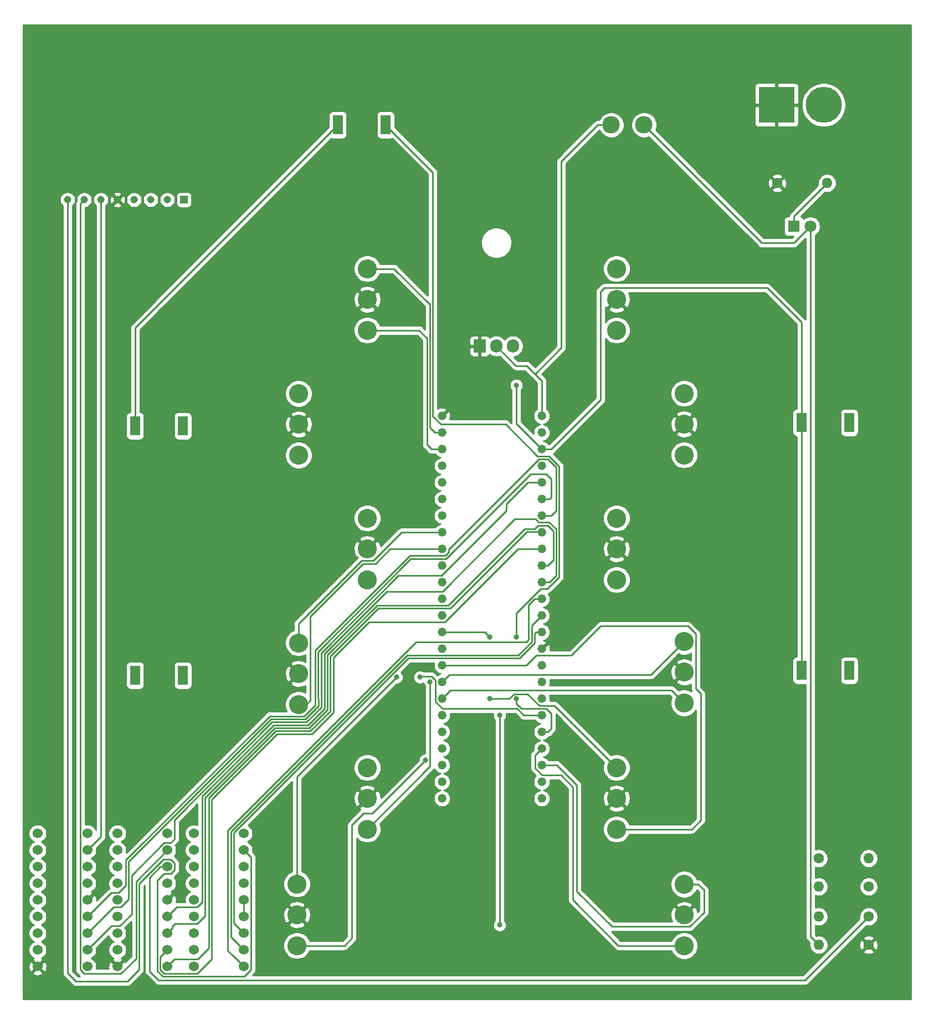
<source format=gbl>
G04 #@! TF.GenerationSoftware,KiCad,Pcbnew,(5.1.10)-1*
G04 #@! TF.CreationDate,2022-01-22T23:19:17-05:00*
G04 #@! TF.ProjectId,Launchbox,4c61756e-6368-4626-9f78-2e6b69636164,Launchbox*
G04 #@! TF.SameCoordinates,Original*
G04 #@! TF.FileFunction,Copper,L2,Bot*
G04 #@! TF.FilePolarity,Positive*
%FSLAX46Y46*%
G04 Gerber Fmt 4.6, Leading zero omitted, Abs format (unit mm)*
G04 Created by KiCad (PCBNEW (5.1.10)-1) date 2022-01-22 23:19:17*
%MOMM*%
%LPD*%
G01*
G04 APERTURE LIST*
G04 #@! TA.AperFunction,ComponentPad*
%ADD10C,2.667000*%
G04 #@! TD*
G04 #@! TA.AperFunction,ComponentPad*
%ADD11R,5.516000X5.516000*%
G04 #@! TD*
G04 #@! TA.AperFunction,ComponentPad*
%ADD12C,5.516000*%
G04 #@! TD*
G04 #@! TA.AperFunction,ComponentPad*
%ADD13O,1.905000X2.000000*%
G04 #@! TD*
G04 #@! TA.AperFunction,ComponentPad*
%ADD14R,1.905000X2.000000*%
G04 #@! TD*
G04 #@! TA.AperFunction,ComponentPad*
%ADD15C,1.143000*%
G04 #@! TD*
G04 #@! TA.AperFunction,ComponentPad*
%ADD16R,1.143000X1.143000*%
G04 #@! TD*
G04 #@! TA.AperFunction,ComponentPad*
%ADD17R,1.524000X3.000000*%
G04 #@! TD*
G04 #@! TA.AperFunction,ComponentPad*
%ADD18C,1.320800*%
G04 #@! TD*
G04 #@! TA.AperFunction,ComponentPad*
%ADD19C,1.524000*%
G04 #@! TD*
G04 #@! TA.AperFunction,ComponentPad*
%ADD20O,1.600000X1.600000*%
G04 #@! TD*
G04 #@! TA.AperFunction,ComponentPad*
%ADD21C,1.600000*%
G04 #@! TD*
G04 #@! TA.AperFunction,ComponentPad*
%ADD22C,1.800000*%
G04 #@! TD*
G04 #@! TA.AperFunction,ComponentPad*
%ADD23R,1.800000X1.800000*%
G04 #@! TD*
G04 #@! TA.AperFunction,ComponentPad*
%ADD24C,2.921000*%
G04 #@! TD*
G04 #@! TA.AperFunction,ViaPad*
%ADD25C,0.800000*%
G04 #@! TD*
G04 #@! TA.AperFunction,Conductor*
%ADD26C,0.250000*%
G04 #@! TD*
G04 #@! TA.AperFunction,Conductor*
%ADD27C,0.254000*%
G04 #@! TD*
G04 #@! TA.AperFunction,Conductor*
%ADD28C,0.100000*%
G04 #@! TD*
G04 APERTURE END LIST*
D10*
X123150000Y-45974000D03*
X118150000Y-45974000D03*
D11*
X143422000Y-42926000D03*
D12*
X150622000Y-42926000D03*
D13*
X103124000Y-79756000D03*
X100584000Y-79756000D03*
D14*
X98044000Y-79756000D03*
D15*
X35064000Y-57396000D03*
X37604000Y-57396000D03*
X40144000Y-57396000D03*
X42684000Y-57396000D03*
X45224000Y-57396000D03*
X47764000Y-57396000D03*
X50304000Y-57396000D03*
D16*
X52844000Y-57396000D03*
D17*
X154526000Y-91440000D03*
X147226000Y-91440000D03*
X52672000Y-130048000D03*
X45372000Y-130048000D03*
X154526000Y-129286000D03*
X147226000Y-129286000D03*
X83660000Y-45974000D03*
X76360000Y-45974000D03*
X52672000Y-91948000D03*
X45372000Y-91948000D03*
D18*
X107525000Y-90409000D03*
X107525000Y-92949000D03*
X107525000Y-95489000D03*
X107525000Y-98029000D03*
X107525000Y-100569000D03*
X107525000Y-103109000D03*
X107525000Y-105649000D03*
X107525000Y-108189000D03*
X107525000Y-110729000D03*
X107525000Y-113269000D03*
X107525000Y-115809000D03*
X107525000Y-118349000D03*
X107525000Y-120889000D03*
X107525000Y-123429000D03*
X107525000Y-125969000D03*
X107525000Y-128509000D03*
X107525000Y-131049000D03*
X107525000Y-133589000D03*
X107525000Y-136129000D03*
X107525000Y-138669000D03*
X107525000Y-141209000D03*
X107525000Y-143749000D03*
X107525000Y-146289000D03*
X107525000Y-148829000D03*
X92285000Y-90409000D03*
X92285000Y-92949000D03*
X92285000Y-95489000D03*
X92285000Y-98029000D03*
X92285000Y-100569000D03*
X92285000Y-103109000D03*
X92285000Y-105649000D03*
X92285000Y-108189000D03*
X92285000Y-110729000D03*
X92285000Y-113269000D03*
X92285000Y-115809000D03*
X92285000Y-118349000D03*
X92285000Y-120889000D03*
X92285000Y-123429000D03*
X92285000Y-125969000D03*
X92285000Y-128509000D03*
X92285000Y-131049000D03*
X92285000Y-133589000D03*
X92285000Y-136129000D03*
X92285000Y-138669000D03*
X92285000Y-141209000D03*
X92285000Y-143749000D03*
X92285000Y-146289000D03*
X92285000Y-148829000D03*
D19*
X38100000Y-156718000D03*
X38100000Y-169418000D03*
X38100000Y-171958000D03*
X38100000Y-154178000D03*
X38100000Y-159258000D03*
X38100000Y-166878000D03*
X38100000Y-164338000D03*
X38100000Y-161798000D03*
X38100000Y-174498000D03*
X30480000Y-174498000D03*
X30480000Y-171958000D03*
X30480000Y-169418000D03*
X30480000Y-166878000D03*
X30480000Y-164338000D03*
X30480000Y-161798000D03*
X30480000Y-159258000D03*
X30480000Y-156718000D03*
X30480000Y-154178000D03*
D20*
X151130000Y-54864000D03*
D21*
X143510000Y-54864000D03*
D22*
X148590000Y-61468000D03*
D23*
X146050000Y-61468000D03*
D24*
X129286000Y-134239000D03*
X129286000Y-129540000D03*
X129286000Y-124841000D03*
D19*
X61976000Y-156718000D03*
X61976000Y-169418000D03*
X61976000Y-171958000D03*
X61976000Y-154178000D03*
X61976000Y-159258000D03*
X61976000Y-166878000D03*
X61976000Y-164338000D03*
X61976000Y-161798000D03*
X61976000Y-174498000D03*
X54356000Y-174498000D03*
X54356000Y-171958000D03*
X54356000Y-169418000D03*
X54356000Y-166878000D03*
X54356000Y-164338000D03*
X54356000Y-161798000D03*
X54356000Y-159258000D03*
X54356000Y-156718000D03*
X54356000Y-154178000D03*
D24*
X118955000Y-115428000D03*
X118955000Y-110729000D03*
X118955000Y-106030000D03*
X118955000Y-153528000D03*
X118955000Y-148829000D03*
X118955000Y-144130000D03*
X80855000Y-115428000D03*
X80855000Y-110729000D03*
X80855000Y-106030000D03*
X80855000Y-153528000D03*
X80855000Y-148829000D03*
X80855000Y-144130000D03*
X70358000Y-96393000D03*
X70358000Y-91694000D03*
X70358000Y-86995000D03*
X129286000Y-96378000D03*
X129286000Y-91679000D03*
X129286000Y-86980000D03*
X70358000Y-134478000D03*
X70358000Y-129779000D03*
X70358000Y-125080000D03*
X129286000Y-171323000D03*
X129286000Y-166624000D03*
X129286000Y-161925000D03*
D20*
X149860000Y-166878000D03*
D21*
X157480000Y-166878000D03*
D24*
X80855000Y-77328000D03*
X80855000Y-72629000D03*
X80855000Y-67930000D03*
D20*
X149860000Y-171196000D03*
D21*
X157480000Y-171196000D03*
D19*
X50292000Y-156718000D03*
X50292000Y-169418000D03*
X50292000Y-171958000D03*
X50292000Y-154178000D03*
X50292000Y-159258000D03*
X50292000Y-166878000D03*
X50292000Y-164338000D03*
X50292000Y-161798000D03*
X50292000Y-174498000D03*
X42672000Y-174498000D03*
X42672000Y-171958000D03*
X42672000Y-169418000D03*
X42672000Y-166878000D03*
X42672000Y-164338000D03*
X42672000Y-161798000D03*
X42672000Y-159258000D03*
X42672000Y-156718000D03*
X42672000Y-154178000D03*
D24*
X70104000Y-171308000D03*
X70104000Y-166609000D03*
X70104000Y-161910000D03*
D20*
X157480000Y-157988000D03*
D21*
X149860000Y-157988000D03*
D24*
X118955000Y-77328000D03*
X118955000Y-72629000D03*
X118955000Y-67930000D03*
D20*
X149860000Y-162306000D03*
D21*
X157480000Y-162306000D03*
D25*
X85344000Y-130302000D03*
X89736000Y-142997347D03*
X99568000Y-133604000D03*
X99568000Y-124206000D03*
X88900000Y-130302000D03*
X101092000Y-168148000D03*
X101092000Y-136144000D03*
X90461000Y-131047328D03*
X103632000Y-124206000D03*
X103632000Y-133604000D03*
X103625000Y-85725000D03*
D26*
X61976000Y-164338000D02*
X61976000Y-166878000D01*
X119956000Y-147828000D02*
X118955000Y-148829000D01*
X80855000Y-67930000D02*
X84948000Y-67930000D01*
X84948000Y-67930000D02*
X90424000Y-73406000D01*
X90424000Y-73406000D02*
X90424000Y-92202000D01*
X91171000Y-92949000D02*
X92285000Y-92949000D01*
X90424000Y-92202000D02*
X91171000Y-92949000D01*
X80855000Y-77328000D02*
X88758000Y-77328000D01*
X88758000Y-77328000D02*
X89973990Y-78543990D01*
X89973990Y-78543990D02*
X89973990Y-94799990D01*
X90663000Y-95489000D02*
X92285000Y-95489000D01*
X89973990Y-94799990D02*
X90663000Y-95489000D01*
X79997959Y-112514501D02*
X81795499Y-112514501D01*
X70358000Y-122154460D02*
X79997959Y-112514501D01*
X70358000Y-125080000D02*
X70358000Y-122154460D01*
X86121000Y-108189000D02*
X92285000Y-108189000D01*
X81795499Y-112514501D02*
X86121000Y-108189000D01*
X70358000Y-134478000D02*
X71516000Y-134478000D01*
X72143501Y-133850499D02*
X72143501Y-121005369D01*
X71516000Y-134478000D02*
X72143501Y-133850499D01*
X80184359Y-112964511D02*
X82107489Y-112964511D01*
X72143501Y-121005369D02*
X80184359Y-112964511D01*
X84343000Y-110729000D02*
X92285000Y-110729000D01*
X82107489Y-112964511D02*
X84343000Y-110729000D01*
X70104000Y-145542000D02*
X85344000Y-130302000D01*
X70104000Y-161910000D02*
X70104000Y-145542000D01*
X89736000Y-142997347D02*
X81603347Y-151130000D01*
X81603347Y-151130000D02*
X80264000Y-151130000D01*
X80264000Y-151130000D02*
X78486000Y-152908000D01*
X78486000Y-152908000D02*
X78486000Y-170180000D01*
X77358000Y-171308000D02*
X70104000Y-171308000D01*
X78486000Y-170180000D02*
X77358000Y-171308000D01*
X130444000Y-153528000D02*
X118955000Y-153528000D01*
X131826000Y-132842000D02*
X131826000Y-152146000D01*
X131071501Y-132087501D02*
X131826000Y-132842000D01*
X131071501Y-123705501D02*
X131071501Y-132087501D01*
X129855509Y-122489509D02*
X131071501Y-123705501D01*
X131826000Y-152146000D02*
X130444000Y-153528000D01*
X116524491Y-122489509D02*
X129855509Y-122489509D01*
X106725599Y-126954401D02*
X112059599Y-126954401D01*
X112059599Y-126954401D02*
X116524491Y-122489509D01*
X105171000Y-128509000D02*
X106725599Y-126954401D01*
X92285000Y-128509000D02*
X105171000Y-128509000D01*
X98791000Y-123429000D02*
X99568000Y-124206000D01*
X92285000Y-123429000D02*
X98791000Y-123429000D01*
X99568000Y-133604000D02*
X102558998Y-133604000D01*
X109518589Y-134693589D02*
X118955000Y-144130000D01*
X107171195Y-134693589D02*
X109518589Y-134693589D01*
X105356605Y-132878999D02*
X107171195Y-134693589D01*
X103283999Y-132878999D02*
X105356605Y-132878999D01*
X102558998Y-133604000D02*
X103283999Y-132878999D01*
X93389590Y-129944410D02*
X92285000Y-131049000D01*
X124182590Y-129944410D02*
X93389590Y-129944410D01*
X129286000Y-124841000D02*
X124182590Y-129944410D01*
X92285000Y-133589000D02*
X93540000Y-132334000D01*
X127381000Y-132334000D02*
X129286000Y-134239000D01*
X93540000Y-132334000D02*
X127381000Y-132334000D01*
X109841410Y-143749000D02*
X107525000Y-143749000D01*
X112904410Y-146812000D02*
X109841410Y-143749000D01*
X130143041Y-168409501D02*
X132334000Y-166218542D01*
X118243091Y-168409501D02*
X130143041Y-168409501D01*
X112904410Y-163070820D02*
X118243091Y-168409501D01*
X112904410Y-146812000D02*
X112904410Y-163070820D01*
X132334000Y-166218542D02*
X132334000Y-162814000D01*
X131445000Y-161925000D02*
X129286000Y-161925000D01*
X132334000Y-162814000D02*
X131445000Y-161925000D01*
X106539599Y-144221993D02*
X107621205Y-145303599D01*
X106539599Y-142194401D02*
X106539599Y-144221993D01*
X107525000Y-141209000D02*
X106539599Y-142194401D01*
X112268000Y-147097198D02*
X110474401Y-145303599D01*
X119253000Y-171323000D02*
X112268000Y-164338000D01*
X129286000Y-171323000D02*
X119253000Y-171323000D01*
X112268000Y-164338000D02*
X112268000Y-147097198D01*
X107621205Y-145303599D02*
X110474401Y-145303599D01*
X104758590Y-136129000D02*
X107525000Y-136129000D01*
X92381205Y-135143599D02*
X103773189Y-135143599D01*
X91299599Y-134061993D02*
X92381205Y-135143599D01*
X91299599Y-130812925D02*
X91299599Y-134061993D01*
X103773189Y-135143599D02*
X104758590Y-136129000D01*
X90706075Y-130219401D02*
X91299599Y-130812925D01*
X88982599Y-130219401D02*
X88900000Y-130302000D01*
X90706075Y-130219401D02*
X88982599Y-130219401D01*
X104118000Y-127404410D02*
X106426000Y-125096410D01*
X87140827Y-127404411D02*
X104118000Y-127404410D01*
X106426000Y-125096410D02*
X106426000Y-123698000D01*
X106695000Y-123429000D02*
X107525000Y-123429000D01*
X106426000Y-123698000D02*
X106695000Y-123429000D01*
X60452000Y-154093238D02*
X61171619Y-153373619D01*
X60452000Y-167894000D02*
X60452000Y-154093238D01*
X61976000Y-169418000D02*
X60452000Y-167894000D01*
X61171619Y-153373619D02*
X87140827Y-127404411D01*
X60888999Y-153656239D02*
X61171619Y-153373619D01*
X60001990Y-169983990D02*
X60706000Y-170688000D01*
X60001990Y-153906838D02*
X60001990Y-169983990D01*
X86954427Y-126954401D02*
X60001990Y-153906838D01*
X105975990Y-124910010D02*
X103931599Y-126954401D01*
X105975990Y-122438010D02*
X105975990Y-124910010D01*
X107525000Y-120889000D02*
X105975990Y-122438010D01*
X103931599Y-126954401D02*
X86954427Y-126954401D01*
X61976000Y-171958000D02*
X60706000Y-170688000D01*
X59551981Y-153720437D02*
X59551981Y-172073981D01*
X88288819Y-124983599D02*
X59551981Y-153720437D01*
X105140401Y-124983599D02*
X88288819Y-124983599D01*
X105525980Y-124598020D02*
X105140401Y-124983599D01*
X105525980Y-119264020D02*
X105525980Y-124598020D01*
X106441000Y-118349000D02*
X105525980Y-119264020D01*
X107525000Y-118349000D02*
X106441000Y-118349000D01*
X61976000Y-174498000D02*
X60198000Y-172720000D01*
X59551981Y-172073981D02*
X60198000Y-172720000D01*
X60198000Y-172720000D02*
X59988981Y-172510981D01*
X108727000Y-115809000D02*
X107525000Y-115809000D01*
X109728000Y-114808000D02*
X108727000Y-115809000D01*
X107052007Y-106634401D02*
X108666401Y-106634401D01*
X106589606Y-106172000D02*
X107052007Y-106634401D01*
X103378000Y-106172000D02*
X106589606Y-106172000D01*
X109728000Y-108204000D02*
X109728000Y-108458000D01*
X83831729Y-117213501D02*
X92336499Y-117213501D01*
X109728000Y-108458000D02*
X109728000Y-114808000D01*
X55626000Y-148508058D02*
X66520529Y-137613529D01*
X51744999Y-165425001D02*
X54877761Y-165425001D01*
X54877761Y-165425001D02*
X55626000Y-164676762D01*
X55626000Y-164676762D02*
X55626000Y-148508058D01*
X66520529Y-137613529D02*
X71774241Y-137613529D01*
X109728000Y-107696000D02*
X109728000Y-108458000D01*
X71774241Y-137613529D02*
X74306019Y-135081753D01*
X74306019Y-135081753D02*
X74306019Y-126739211D01*
X108666401Y-106634401D02*
X109728000Y-107696000D01*
X74306019Y-126739211D02*
X83831729Y-117213501D01*
X92336499Y-117213501D02*
X103378000Y-106172000D01*
X50292000Y-166878000D02*
X51744999Y-165425001D01*
X54877761Y-167965001D02*
X56076010Y-166766752D01*
X51490999Y-167965001D02*
X54877761Y-167965001D01*
X51053999Y-168402001D02*
X51490999Y-167965001D01*
X51053999Y-168656001D02*
X51053999Y-168402001D01*
X50292000Y-169418000D02*
X51053999Y-168656001D01*
X56076010Y-166766752D02*
X56076010Y-148694458D01*
X66706929Y-138063539D02*
X71994461Y-138063539D01*
X56076010Y-148694458D02*
X66706929Y-138063539D01*
X71994461Y-138063539D02*
X74756029Y-135301971D01*
X74756029Y-135301971D02*
X74756029Y-126925611D01*
X93263599Y-119334401D02*
X104944391Y-107653609D01*
X82347239Y-119334401D02*
X93263599Y-119334401D01*
X74756029Y-126925611D02*
X82347239Y-119334401D01*
X109277990Y-108007990D02*
X109277990Y-112522000D01*
X108458000Y-107188000D02*
X109277990Y-108007990D01*
X106934000Y-107188000D02*
X108458000Y-107188000D01*
X106468391Y-107653609D02*
X106934000Y-107188000D01*
X104944391Y-107653609D02*
X106468391Y-107653609D01*
X109277990Y-112522000D02*
X109220000Y-112522000D01*
X108473000Y-113269000D02*
X107525000Y-113269000D01*
X109220000Y-112522000D02*
X108473000Y-113269000D01*
X109277990Y-108007990D02*
X109277990Y-109162010D01*
X49204999Y-173045001D02*
X49204999Y-175019761D01*
X50292000Y-171958000D02*
X49204999Y-173045001D01*
X57092010Y-173370752D02*
X57092010Y-148951278D01*
X54877761Y-175585001D02*
X57092010Y-173370752D01*
X49770239Y-175585001D02*
X54877761Y-175585001D01*
X49204999Y-175019761D02*
X49770239Y-175585001D01*
X57092010Y-148951278D02*
X67079731Y-138963557D01*
X72367263Y-138963557D02*
X75656049Y-135674771D01*
X67079731Y-138963557D02*
X72367263Y-138963557D01*
X75656049Y-135674771D02*
X75656049Y-127298411D01*
X81080059Y-121874401D02*
X92755599Y-121874401D01*
X75656049Y-127298411D02*
X81080059Y-121874401D01*
X103901000Y-110729000D02*
X107525000Y-110729000D01*
X92755599Y-121874401D02*
X103901000Y-110729000D01*
X51379001Y-173410999D02*
X54935001Y-173410999D01*
X50292000Y-174498000D02*
X51379001Y-173410999D01*
X56642000Y-171704000D02*
X56642000Y-148764878D01*
X54935001Y-173410999D02*
X56642000Y-171704000D01*
X56642000Y-148764878D02*
X66893329Y-138513549D01*
X72180862Y-138513548D02*
X75206039Y-135488371D01*
X66893329Y-138513549D02*
X72180862Y-138513548D01*
X75206039Y-135488371D02*
X75206039Y-127112011D01*
X82533639Y-119784411D02*
X93575589Y-119784411D01*
X75206039Y-127112011D02*
X82533639Y-119784411D01*
X107439619Y-108103619D02*
X107525000Y-108189000D01*
X105256381Y-108103619D02*
X107439619Y-108103619D01*
X93575589Y-119784411D02*
X105256381Y-108103619D01*
X42827763Y-163250999D02*
X43942000Y-162136762D01*
X41727001Y-163250999D02*
X42827763Y-163250999D01*
X38100000Y-166878000D02*
X41727001Y-163250999D01*
X65929957Y-136263501D02*
X71215041Y-136263501D01*
X43942000Y-158251458D02*
X65929957Y-136263501D01*
X71215041Y-136263501D02*
X72898000Y-134580542D01*
X43942000Y-162136762D02*
X43942000Y-158251458D01*
X72898000Y-134580542D02*
X72898000Y-126238000D01*
X93270401Y-110825205D02*
X107067606Y-97028000D01*
X93270401Y-111201993D02*
X93270401Y-110825205D01*
X92757993Y-111714401D02*
X93270401Y-111201993D01*
X87421599Y-111714401D02*
X92757993Y-111714401D01*
X72898000Y-126238000D02*
X87421599Y-111714401D01*
X107067606Y-97028000D02*
X108458000Y-97028000D01*
X108458000Y-97028000D02*
X109728000Y-98298000D01*
X109728000Y-98298000D02*
X109728000Y-104902000D01*
X108981000Y-105649000D02*
X107525000Y-105649000D01*
X109728000Y-104902000D02*
X108981000Y-105649000D01*
X43193761Y-165425001D02*
X44392010Y-164226752D01*
X42092999Y-165425001D02*
X43193761Y-165425001D01*
X38100000Y-169418000D02*
X42092999Y-165425001D01*
X71401442Y-136713510D02*
X73406000Y-134708952D01*
X66147727Y-136713511D02*
X71401442Y-136713510D01*
X44392010Y-158469228D02*
X66147727Y-136713511D01*
X44392010Y-164226752D02*
X44392010Y-158469228D01*
X73406000Y-133604000D02*
X73348010Y-133546010D01*
X73406000Y-134708952D02*
X73406000Y-133604000D01*
X73348010Y-133546010D02*
X73348010Y-126424400D01*
X73348010Y-126424400D02*
X87504410Y-112268000D01*
X92840804Y-112268000D02*
X105794804Y-99314000D01*
X87504410Y-112268000D02*
X92840804Y-112268000D01*
X108204000Y-99314000D02*
X108966000Y-100076000D01*
X105794804Y-99314000D02*
X108204000Y-99314000D01*
X108966000Y-100076000D02*
X108966000Y-102870000D01*
X108727000Y-103109000D02*
X107525000Y-103109000D01*
X108966000Y-102870000D02*
X108727000Y-103109000D01*
X107525000Y-100569000D02*
X105425000Y-100569000D01*
X102108000Y-104904394D02*
X92188795Y-114823599D01*
X92188795Y-114823599D02*
X85585221Y-114823599D01*
X102108000Y-103886000D02*
X102108000Y-104904394D01*
X105425000Y-100569000D02*
X102108000Y-103886000D01*
X85585221Y-114823599D02*
X73798020Y-126610800D01*
X73856009Y-134895353D02*
X71587841Y-137163519D01*
X73856009Y-126668789D02*
X73856009Y-134895353D01*
X73798020Y-126610800D02*
X73856009Y-126668789D01*
X71587841Y-137163519D02*
X66334129Y-137163519D01*
X44842020Y-166485980D02*
X42997001Y-168330999D01*
X44842020Y-160559218D02*
X44842020Y-166485980D01*
X42997001Y-168330999D02*
X41727001Y-168330999D01*
X49770239Y-155630999D02*
X44842020Y-160559218D01*
X50813761Y-155630999D02*
X49770239Y-155630999D01*
X51379001Y-155065759D02*
X50813761Y-155630999D01*
X51379001Y-152118647D02*
X51379001Y-155065759D01*
X41727001Y-168330999D02*
X38100000Y-171958000D01*
X66334129Y-137163519D02*
X51379001Y-152118647D01*
X101092000Y-168148000D02*
X101092000Y-136144000D01*
X80855000Y-153528000D02*
X90461000Y-143922000D01*
X90461000Y-143922000D02*
X90461000Y-131047328D01*
X90874010Y-90456404D02*
X92111606Y-91694000D01*
X103632000Y-120521590D02*
X103632000Y-124206000D01*
X107359189Y-116794401D02*
X103632000Y-120521590D01*
X108378009Y-116794401D02*
X107359189Y-116794401D01*
X110178009Y-114994401D02*
X108378009Y-116794401D01*
X110178009Y-98111599D02*
X110178009Y-114994401D01*
X108644401Y-96577991D02*
X110178009Y-98111599D01*
X106881206Y-96577990D02*
X108644401Y-96577991D01*
X101997216Y-91694000D02*
X106881206Y-96577990D01*
X92111606Y-91694000D02*
X101997216Y-91694000D01*
X103632000Y-133604000D02*
X103632000Y-134366000D01*
X104409599Y-135143599D02*
X108219599Y-135143599D01*
X103632000Y-134366000D02*
X104409599Y-135143599D01*
X108219599Y-135143599D02*
X108966000Y-135890000D01*
X108966000Y-135890000D02*
X108966000Y-138176000D01*
X108473000Y-138669000D02*
X107525000Y-138669000D01*
X108966000Y-138176000D02*
X108473000Y-138669000D01*
X83846401Y-46170009D02*
X83660000Y-46170009D01*
X90874010Y-53197618D02*
X83846401Y-46170009D01*
X90874010Y-90456404D02*
X90874010Y-53197618D01*
X49214370Y-159258000D02*
X50292000Y-159258000D01*
X47555991Y-160916379D02*
X49214370Y-159258000D01*
X47555990Y-175192400D02*
X47555991Y-160916379D01*
X48830795Y-176467205D02*
X47555990Y-175192400D01*
X48835599Y-176472009D02*
X48830795Y-176467205D01*
X147763795Y-176594205D02*
X157480000Y-166878000D01*
X48957795Y-176594205D02*
X147763795Y-176594205D01*
X48830795Y-176467205D02*
X48957795Y-176594205D01*
X146050000Y-59944000D02*
X151130000Y-54864000D01*
X146050000Y-61468000D02*
X146050000Y-59944000D01*
X103625000Y-91589000D02*
X107525000Y-95489000D01*
X103625000Y-85725000D02*
X103625000Y-91589000D01*
X147226000Y-91186000D02*
X147226000Y-129032000D01*
X108981000Y-95489000D02*
X107525000Y-95489000D01*
X116528010Y-87941990D02*
X108981000Y-95489000D01*
X116528010Y-71431990D02*
X116528010Y-87941990D01*
X117116501Y-70843499D02*
X116528010Y-71431990D01*
X141963499Y-70843499D02*
X117116501Y-70843499D01*
X147226000Y-76106000D02*
X141963499Y-70843499D01*
X147226000Y-91186000D02*
X147226000Y-76106000D01*
X45372000Y-76962000D02*
X76360000Y-45974000D01*
X45372000Y-91948000D02*
X45372000Y-76962000D01*
X35064000Y-57396000D02*
X35064000Y-175526000D01*
X35064000Y-175526000D02*
X36322000Y-176784000D01*
X36322000Y-176784000D02*
X44196000Y-176784000D01*
X44196000Y-176784000D02*
X45974000Y-175006000D01*
X63063001Y-157805001D02*
X61976000Y-156718000D01*
X63063001Y-175019761D02*
X63063001Y-157805001D01*
X62047751Y-176035011D02*
X63063001Y-175019761D01*
X49583839Y-176035011D02*
X62047751Y-176035011D01*
X48754990Y-175206162D02*
X49583839Y-176035011D01*
X48754990Y-161360250D02*
X48754990Y-175206162D01*
X49770239Y-160345001D02*
X48754990Y-161360250D01*
X51379001Y-159779761D02*
X50813761Y-160345001D01*
X51379001Y-158736239D02*
X51379001Y-159779761D01*
X50813761Y-158170999D02*
X51379001Y-158736239D01*
X49664961Y-158170999D02*
X50813761Y-158170999D01*
X50813761Y-160345001D02*
X49770239Y-160345001D01*
X45974000Y-161861960D02*
X49664961Y-158170999D01*
X45974000Y-175006000D02*
X45974000Y-161861960D01*
X45523990Y-161486010D02*
X50292000Y-156718000D01*
X45523990Y-173254772D02*
X45523990Y-161486010D01*
X43193761Y-175585001D02*
X45523990Y-173254772D01*
X37578239Y-175585001D02*
X43193761Y-175585001D01*
X37012999Y-175019761D02*
X37578239Y-175585001D01*
X37012999Y-57987001D02*
X37012999Y-175019761D01*
X37604000Y-57396000D02*
X37012999Y-57987001D01*
X40144000Y-154674000D02*
X38100000Y-156718000D01*
X40144000Y-57396000D02*
X40144000Y-154674000D01*
X123150000Y-45974000D02*
X141184000Y-64008000D01*
X146050000Y-64008000D02*
X148590000Y-61468000D01*
X141184000Y-64008000D02*
X146050000Y-64008000D01*
X148590000Y-169926000D02*
X149860000Y-171196000D01*
X148590000Y-61468000D02*
X148590000Y-169926000D01*
X107525000Y-85047410D02*
X107525000Y-90409000D01*
X106488795Y-84011205D02*
X107525000Y-85047410D01*
X105221590Y-82744000D02*
X106488795Y-84011205D01*
X110490000Y-51562000D02*
X116078000Y-45974000D01*
X110490000Y-80010000D02*
X110490000Y-51562000D01*
X106488795Y-84011205D02*
X110490000Y-80010000D01*
X103572000Y-82744000D02*
X104334000Y-82744000D01*
X100584000Y-79756000D02*
X103572000Y-82744000D01*
X104334000Y-82744000D02*
X105221590Y-82744000D01*
X116078000Y-45974000D02*
X118150000Y-45974000D01*
D27*
X163932001Y-179426000D02*
X28252000Y-179426000D01*
X28252000Y-175463565D01*
X29694040Y-175463565D01*
X29761020Y-175703656D01*
X30010048Y-175820756D01*
X30277135Y-175887023D01*
X30552017Y-175899910D01*
X30824133Y-175858922D01*
X31083023Y-175765636D01*
X31198980Y-175703656D01*
X31265960Y-175463565D01*
X30480000Y-174677605D01*
X29694040Y-175463565D01*
X28252000Y-175463565D01*
X28252000Y-174570017D01*
X29078090Y-174570017D01*
X29119078Y-174842133D01*
X29212364Y-175101023D01*
X29274344Y-175216980D01*
X29514435Y-175283960D01*
X30300395Y-174498000D01*
X30659605Y-174498000D01*
X31445565Y-175283960D01*
X31685656Y-175216980D01*
X31802756Y-174967952D01*
X31869023Y-174700865D01*
X31881910Y-174425983D01*
X31840922Y-174153867D01*
X31747636Y-173894977D01*
X31685656Y-173779020D01*
X31445565Y-173712040D01*
X30659605Y-174498000D01*
X30300395Y-174498000D01*
X29514435Y-173712040D01*
X29274344Y-173779020D01*
X29157244Y-174028048D01*
X29090977Y-174295135D01*
X29078090Y-174570017D01*
X28252000Y-174570017D01*
X28252000Y-154040408D01*
X29083000Y-154040408D01*
X29083000Y-154315592D01*
X29136686Y-154585490D01*
X29241995Y-154839727D01*
X29394880Y-155068535D01*
X29589465Y-155263120D01*
X29818273Y-155416005D01*
X29895515Y-155448000D01*
X29818273Y-155479995D01*
X29589465Y-155632880D01*
X29394880Y-155827465D01*
X29241995Y-156056273D01*
X29136686Y-156310510D01*
X29083000Y-156580408D01*
X29083000Y-156855592D01*
X29136686Y-157125490D01*
X29241995Y-157379727D01*
X29394880Y-157608535D01*
X29589465Y-157803120D01*
X29818273Y-157956005D01*
X29895515Y-157988000D01*
X29818273Y-158019995D01*
X29589465Y-158172880D01*
X29394880Y-158367465D01*
X29241995Y-158596273D01*
X29136686Y-158850510D01*
X29083000Y-159120408D01*
X29083000Y-159395592D01*
X29136686Y-159665490D01*
X29241995Y-159919727D01*
X29394880Y-160148535D01*
X29589465Y-160343120D01*
X29818273Y-160496005D01*
X29895515Y-160528000D01*
X29818273Y-160559995D01*
X29589465Y-160712880D01*
X29394880Y-160907465D01*
X29241995Y-161136273D01*
X29136686Y-161390510D01*
X29083000Y-161660408D01*
X29083000Y-161935592D01*
X29136686Y-162205490D01*
X29241995Y-162459727D01*
X29394880Y-162688535D01*
X29589465Y-162883120D01*
X29818273Y-163036005D01*
X29895515Y-163068000D01*
X29818273Y-163099995D01*
X29589465Y-163252880D01*
X29394880Y-163447465D01*
X29241995Y-163676273D01*
X29136686Y-163930510D01*
X29083000Y-164200408D01*
X29083000Y-164475592D01*
X29136686Y-164745490D01*
X29241995Y-164999727D01*
X29394880Y-165228535D01*
X29589465Y-165423120D01*
X29818273Y-165576005D01*
X29895515Y-165608000D01*
X29818273Y-165639995D01*
X29589465Y-165792880D01*
X29394880Y-165987465D01*
X29241995Y-166216273D01*
X29136686Y-166470510D01*
X29083000Y-166740408D01*
X29083000Y-167015592D01*
X29136686Y-167285490D01*
X29241995Y-167539727D01*
X29394880Y-167768535D01*
X29589465Y-167963120D01*
X29818273Y-168116005D01*
X29895515Y-168148000D01*
X29818273Y-168179995D01*
X29589465Y-168332880D01*
X29394880Y-168527465D01*
X29241995Y-168756273D01*
X29136686Y-169010510D01*
X29083000Y-169280408D01*
X29083000Y-169555592D01*
X29136686Y-169825490D01*
X29241995Y-170079727D01*
X29394880Y-170308535D01*
X29589465Y-170503120D01*
X29818273Y-170656005D01*
X29895515Y-170688000D01*
X29818273Y-170719995D01*
X29589465Y-170872880D01*
X29394880Y-171067465D01*
X29241995Y-171296273D01*
X29136686Y-171550510D01*
X29083000Y-171820408D01*
X29083000Y-172095592D01*
X29136686Y-172365490D01*
X29241995Y-172619727D01*
X29394880Y-172848535D01*
X29589465Y-173043120D01*
X29818273Y-173196005D01*
X29889943Y-173225692D01*
X29876977Y-173230364D01*
X29761020Y-173292344D01*
X29694040Y-173532435D01*
X30480000Y-174318395D01*
X31265960Y-173532435D01*
X31198980Y-173292344D01*
X31063240Y-173228515D01*
X31141727Y-173196005D01*
X31370535Y-173043120D01*
X31565120Y-172848535D01*
X31718005Y-172619727D01*
X31823314Y-172365490D01*
X31877000Y-172095592D01*
X31877000Y-171820408D01*
X31823314Y-171550510D01*
X31718005Y-171296273D01*
X31565120Y-171067465D01*
X31370535Y-170872880D01*
X31141727Y-170719995D01*
X31064485Y-170688000D01*
X31141727Y-170656005D01*
X31370535Y-170503120D01*
X31565120Y-170308535D01*
X31718005Y-170079727D01*
X31823314Y-169825490D01*
X31877000Y-169555592D01*
X31877000Y-169280408D01*
X31823314Y-169010510D01*
X31718005Y-168756273D01*
X31565120Y-168527465D01*
X31370535Y-168332880D01*
X31141727Y-168179995D01*
X31064485Y-168148000D01*
X31141727Y-168116005D01*
X31370535Y-167963120D01*
X31565120Y-167768535D01*
X31718005Y-167539727D01*
X31823314Y-167285490D01*
X31877000Y-167015592D01*
X31877000Y-166740408D01*
X31823314Y-166470510D01*
X31718005Y-166216273D01*
X31565120Y-165987465D01*
X31370535Y-165792880D01*
X31141727Y-165639995D01*
X31064485Y-165608000D01*
X31141727Y-165576005D01*
X31370535Y-165423120D01*
X31565120Y-165228535D01*
X31718005Y-164999727D01*
X31823314Y-164745490D01*
X31877000Y-164475592D01*
X31877000Y-164200408D01*
X31823314Y-163930510D01*
X31718005Y-163676273D01*
X31565120Y-163447465D01*
X31370535Y-163252880D01*
X31141727Y-163099995D01*
X31064485Y-163068000D01*
X31141727Y-163036005D01*
X31370535Y-162883120D01*
X31565120Y-162688535D01*
X31718005Y-162459727D01*
X31823314Y-162205490D01*
X31877000Y-161935592D01*
X31877000Y-161660408D01*
X31823314Y-161390510D01*
X31718005Y-161136273D01*
X31565120Y-160907465D01*
X31370535Y-160712880D01*
X31141727Y-160559995D01*
X31064485Y-160528000D01*
X31141727Y-160496005D01*
X31370535Y-160343120D01*
X31565120Y-160148535D01*
X31718005Y-159919727D01*
X31823314Y-159665490D01*
X31877000Y-159395592D01*
X31877000Y-159120408D01*
X31823314Y-158850510D01*
X31718005Y-158596273D01*
X31565120Y-158367465D01*
X31370535Y-158172880D01*
X31141727Y-158019995D01*
X31064485Y-157988000D01*
X31141727Y-157956005D01*
X31370535Y-157803120D01*
X31565120Y-157608535D01*
X31718005Y-157379727D01*
X31823314Y-157125490D01*
X31877000Y-156855592D01*
X31877000Y-156580408D01*
X31823314Y-156310510D01*
X31718005Y-156056273D01*
X31565120Y-155827465D01*
X31370535Y-155632880D01*
X31141727Y-155479995D01*
X31064485Y-155448000D01*
X31141727Y-155416005D01*
X31370535Y-155263120D01*
X31565120Y-155068535D01*
X31718005Y-154839727D01*
X31823314Y-154585490D01*
X31877000Y-154315592D01*
X31877000Y-154040408D01*
X31823314Y-153770510D01*
X31718005Y-153516273D01*
X31565120Y-153287465D01*
X31370535Y-153092880D01*
X31141727Y-152939995D01*
X30887490Y-152834686D01*
X30617592Y-152781000D01*
X30342408Y-152781000D01*
X30072510Y-152834686D01*
X29818273Y-152939995D01*
X29589465Y-153092880D01*
X29394880Y-153287465D01*
X29241995Y-153516273D01*
X29136686Y-153770510D01*
X29083000Y-154040408D01*
X28252000Y-154040408D01*
X28252000Y-57277170D01*
X33857500Y-57277170D01*
X33857500Y-57514830D01*
X33903865Y-57747923D01*
X33994813Y-57967492D01*
X34126850Y-58165099D01*
X34294901Y-58333150D01*
X34304000Y-58339230D01*
X34304001Y-175488667D01*
X34300324Y-175526000D01*
X34304001Y-175563333D01*
X34313004Y-175654735D01*
X34314998Y-175674985D01*
X34358454Y-175818246D01*
X34429026Y-175950276D01*
X34498556Y-176034997D01*
X34524000Y-176066001D01*
X34552998Y-176089799D01*
X35758201Y-177295003D01*
X35781999Y-177324001D01*
X35897724Y-177418974D01*
X36029753Y-177489546D01*
X36173014Y-177533003D01*
X36284667Y-177544000D01*
X36284675Y-177544000D01*
X36322000Y-177547676D01*
X36359325Y-177544000D01*
X44158678Y-177544000D01*
X44196000Y-177547676D01*
X44233322Y-177544000D01*
X44233333Y-177544000D01*
X44344986Y-177533003D01*
X44488247Y-177489546D01*
X44620276Y-177418974D01*
X44736001Y-177324001D01*
X44759804Y-177294997D01*
X46485004Y-175569798D01*
X46514001Y-175546001D01*
X46608974Y-175430276D01*
X46679546Y-175298247D01*
X46723003Y-175154986D01*
X46734000Y-175043333D01*
X46734000Y-175043325D01*
X46737676Y-175006000D01*
X46734000Y-174968675D01*
X46734000Y-162176761D01*
X46795992Y-162114769D01*
X46795990Y-175155077D01*
X46792314Y-175192400D01*
X46795990Y-175229722D01*
X46795990Y-175229732D01*
X46806987Y-175341385D01*
X46838126Y-175444037D01*
X46850444Y-175484646D01*
X46921016Y-175616676D01*
X46989658Y-175700316D01*
X47015989Y-175732400D01*
X47044987Y-175756198D01*
X48319792Y-177031004D01*
X48319798Y-177031009D01*
X48393991Y-177105202D01*
X48417794Y-177134206D01*
X48533519Y-177229179D01*
X48665548Y-177299751D01*
X48808809Y-177343208D01*
X48920462Y-177354205D01*
X48920472Y-177354205D01*
X48957794Y-177357881D01*
X48995117Y-177354205D01*
X147726473Y-177354205D01*
X147763795Y-177357881D01*
X147801117Y-177354205D01*
X147801128Y-177354205D01*
X147912781Y-177343208D01*
X148056042Y-177299751D01*
X148188071Y-177229179D01*
X148303796Y-177134206D01*
X148327599Y-177105202D01*
X153244099Y-172188702D01*
X156666903Y-172188702D01*
X156738486Y-172432671D01*
X156993996Y-172553571D01*
X157268184Y-172622300D01*
X157550512Y-172636217D01*
X157830130Y-172594787D01*
X158096292Y-172499603D01*
X158221514Y-172432671D01*
X158293097Y-172188702D01*
X157480000Y-171375605D01*
X156666903Y-172188702D01*
X153244099Y-172188702D01*
X154166289Y-171266512D01*
X156039783Y-171266512D01*
X156081213Y-171546130D01*
X156176397Y-171812292D01*
X156243329Y-171937514D01*
X156487298Y-172009097D01*
X157300395Y-171196000D01*
X157659605Y-171196000D01*
X158472702Y-172009097D01*
X158716671Y-171937514D01*
X158837571Y-171682004D01*
X158906300Y-171407816D01*
X158920217Y-171125488D01*
X158878787Y-170845870D01*
X158783603Y-170579708D01*
X158716671Y-170454486D01*
X158472702Y-170382903D01*
X157659605Y-171196000D01*
X157300395Y-171196000D01*
X156487298Y-170382903D01*
X156243329Y-170454486D01*
X156122429Y-170709996D01*
X156053700Y-170984184D01*
X156039783Y-171266512D01*
X154166289Y-171266512D01*
X155229503Y-170203298D01*
X156666903Y-170203298D01*
X157480000Y-171016395D01*
X158293097Y-170203298D01*
X158221514Y-169959329D01*
X157966004Y-169838429D01*
X157691816Y-169769700D01*
X157409488Y-169755783D01*
X157129870Y-169797213D01*
X156863708Y-169892397D01*
X156738486Y-169959329D01*
X156666903Y-170203298D01*
X155229503Y-170203298D01*
X157156114Y-168276688D01*
X157338665Y-168313000D01*
X157621335Y-168313000D01*
X157898574Y-168257853D01*
X158159727Y-168149680D01*
X158394759Y-167992637D01*
X158594637Y-167792759D01*
X158751680Y-167557727D01*
X158859853Y-167296574D01*
X158915000Y-167019335D01*
X158915000Y-166736665D01*
X158859853Y-166459426D01*
X158751680Y-166198273D01*
X158594637Y-165963241D01*
X158394759Y-165763363D01*
X158159727Y-165606320D01*
X157898574Y-165498147D01*
X157621335Y-165443000D01*
X157338665Y-165443000D01*
X157061426Y-165498147D01*
X156800273Y-165606320D01*
X156565241Y-165763363D01*
X156365363Y-165963241D01*
X156208320Y-166198273D01*
X156100147Y-166459426D01*
X156045000Y-166736665D01*
X156045000Y-167019335D01*
X156081312Y-167201886D01*
X147448994Y-175834205D01*
X63323359Y-175834205D01*
X63574005Y-175583559D01*
X63603002Y-175559762D01*
X63697975Y-175444037D01*
X63768547Y-175312008D01*
X63812004Y-175168747D01*
X63823001Y-175057094D01*
X63823001Y-175057085D01*
X63826677Y-175019762D01*
X63823001Y-174982439D01*
X63823001Y-168072529D01*
X68820077Y-168072529D01*
X68971334Y-168384045D01*
X69339393Y-168570910D01*
X69736834Y-168682381D01*
X70148386Y-168714172D01*
X70558231Y-168665063D01*
X70950621Y-168536940D01*
X71236666Y-168384045D01*
X71387923Y-168072529D01*
X70104000Y-166788605D01*
X68820077Y-168072529D01*
X63823001Y-168072529D01*
X63823001Y-166653386D01*
X67998828Y-166653386D01*
X68047937Y-167063231D01*
X68176060Y-167455621D01*
X68328955Y-167741666D01*
X68640471Y-167892923D01*
X69924395Y-166609000D01*
X70283605Y-166609000D01*
X71567529Y-167892923D01*
X71879045Y-167741666D01*
X72065910Y-167373607D01*
X72177381Y-166976166D01*
X72209172Y-166564614D01*
X72160063Y-166154769D01*
X72031940Y-165762379D01*
X71879045Y-165476334D01*
X71567529Y-165325077D01*
X70283605Y-166609000D01*
X69924395Y-166609000D01*
X68640471Y-165325077D01*
X68328955Y-165476334D01*
X68142090Y-165844393D01*
X68030619Y-166241834D01*
X67998828Y-166653386D01*
X63823001Y-166653386D01*
X63823001Y-165145471D01*
X68820077Y-165145471D01*
X70104000Y-166429395D01*
X71387923Y-165145471D01*
X71236666Y-164833955D01*
X70868607Y-164647090D01*
X70471166Y-164535619D01*
X70059614Y-164503828D01*
X69649769Y-164552937D01*
X69257379Y-164681060D01*
X68971334Y-164833955D01*
X68820077Y-165145471D01*
X63823001Y-165145471D01*
X63823001Y-157842334D01*
X63826678Y-157805001D01*
X63812004Y-157656015D01*
X63768547Y-157512754D01*
X63697975Y-157380725D01*
X63626800Y-157293998D01*
X63603002Y-157265000D01*
X63574004Y-157241202D01*
X63342372Y-157009570D01*
X63373000Y-156855592D01*
X63373000Y-156580408D01*
X63319314Y-156310510D01*
X63214005Y-156056273D01*
X63061120Y-155827465D01*
X62866535Y-155632880D01*
X62637727Y-155479995D01*
X62560485Y-155448000D01*
X62637727Y-155416005D01*
X62866535Y-155263120D01*
X63061120Y-155068535D01*
X63214005Y-154839727D01*
X63319314Y-154585490D01*
X63373000Y-154315592D01*
X63373000Y-154040408D01*
X63319314Y-153770510D01*
X63214005Y-153516273D01*
X63061120Y-153287465D01*
X62866535Y-153092880D01*
X62663094Y-152956945D01*
X69344001Y-146276038D01*
X69344000Y-159956649D01*
X69111409Y-160052992D01*
X68768197Y-160282319D01*
X68476319Y-160574197D01*
X68246992Y-160917409D01*
X68089029Y-161298765D01*
X68008500Y-161703611D01*
X68008500Y-162116389D01*
X68089029Y-162521235D01*
X68246992Y-162902591D01*
X68476319Y-163245803D01*
X68768197Y-163537681D01*
X69111409Y-163767008D01*
X69492765Y-163924971D01*
X69897611Y-164005500D01*
X70310389Y-164005500D01*
X70715235Y-163924971D01*
X71096591Y-163767008D01*
X71439803Y-163537681D01*
X71731681Y-163245803D01*
X71961008Y-162902591D01*
X72118971Y-162521235D01*
X72199500Y-162116389D01*
X72199500Y-161703611D01*
X72118971Y-161298765D01*
X71961008Y-160917409D01*
X71731681Y-160574197D01*
X71439803Y-160282319D01*
X71096591Y-160052992D01*
X70864000Y-159956650D01*
X70864000Y-148873386D01*
X78749828Y-148873386D01*
X78798937Y-149283231D01*
X78927060Y-149675621D01*
X79079955Y-149961666D01*
X79391471Y-150112923D01*
X80675395Y-148829000D01*
X79391471Y-147545077D01*
X79079955Y-147696334D01*
X78893090Y-148064393D01*
X78781619Y-148461834D01*
X78749828Y-148873386D01*
X70864000Y-148873386D01*
X70864000Y-147365471D01*
X79571077Y-147365471D01*
X80855000Y-148649395D01*
X82138923Y-147365471D01*
X81987666Y-147053955D01*
X81619607Y-146867090D01*
X81222166Y-146755619D01*
X80810614Y-146723828D01*
X80400769Y-146772937D01*
X80008379Y-146901060D01*
X79722334Y-147053955D01*
X79571077Y-147365471D01*
X70864000Y-147365471D01*
X70864000Y-145856801D01*
X72797190Y-143923611D01*
X78759500Y-143923611D01*
X78759500Y-144336389D01*
X78840029Y-144741235D01*
X78997992Y-145122591D01*
X79227319Y-145465803D01*
X79519197Y-145757681D01*
X79862409Y-145987008D01*
X80243765Y-146144971D01*
X80648611Y-146225500D01*
X81061389Y-146225500D01*
X81466235Y-146144971D01*
X81847591Y-145987008D01*
X82190803Y-145757681D01*
X82482681Y-145465803D01*
X82712008Y-145122591D01*
X82869971Y-144741235D01*
X82950500Y-144336389D01*
X82950500Y-143923611D01*
X82869971Y-143518765D01*
X82712008Y-143137409D01*
X82482681Y-142794197D01*
X82190803Y-142502319D01*
X81847591Y-142272992D01*
X81466235Y-142115029D01*
X81061389Y-142034500D01*
X80648611Y-142034500D01*
X80243765Y-142115029D01*
X79862409Y-142272992D01*
X79519197Y-142502319D01*
X79227319Y-142794197D01*
X78997992Y-143137409D01*
X78840029Y-143518765D01*
X78759500Y-143923611D01*
X72797190Y-143923611D01*
X85383802Y-131337000D01*
X85445939Y-131337000D01*
X85645898Y-131297226D01*
X85834256Y-131219205D01*
X86003774Y-131105937D01*
X86147937Y-130961774D01*
X86261205Y-130792256D01*
X86339226Y-130603898D01*
X86379000Y-130403939D01*
X86379000Y-130200061D01*
X86339226Y-130000102D01*
X86261205Y-129811744D01*
X86147937Y-129642226D01*
X86062875Y-129557164D01*
X87455629Y-128164411D01*
X91032764Y-128164411D01*
X90989600Y-128381414D01*
X90989600Y-128636586D01*
X91039381Y-128886854D01*
X91137031Y-129122602D01*
X91278797Y-129334769D01*
X91459231Y-129515203D01*
X91671398Y-129656969D01*
X91907146Y-129754619D01*
X92029719Y-129779000D01*
X91907146Y-129803381D01*
X91671398Y-129901031D01*
X91546177Y-129984701D01*
X91269878Y-129708403D01*
X91246076Y-129679400D01*
X91130351Y-129584427D01*
X90998322Y-129513855D01*
X90855061Y-129470398D01*
X90743408Y-129459401D01*
X90743397Y-129459401D01*
X90706075Y-129455725D01*
X90668753Y-129459401D01*
X89501912Y-129459401D01*
X89390256Y-129384795D01*
X89201898Y-129306774D01*
X89001939Y-129267000D01*
X88798061Y-129267000D01*
X88598102Y-129306774D01*
X88409744Y-129384795D01*
X88240226Y-129498063D01*
X88096063Y-129642226D01*
X87982795Y-129811744D01*
X87904774Y-130000102D01*
X87865000Y-130200061D01*
X87865000Y-130403939D01*
X87904774Y-130603898D01*
X87982795Y-130792256D01*
X88096063Y-130961774D01*
X88240226Y-131105937D01*
X88409744Y-131219205D01*
X88598102Y-131297226D01*
X88798061Y-131337000D01*
X89001939Y-131337000D01*
X89201898Y-131297226D01*
X89390256Y-131219205D01*
X89434086Y-131189919D01*
X89465774Y-131349226D01*
X89543795Y-131537584D01*
X89657063Y-131707102D01*
X89701001Y-131751040D01*
X89701000Y-141962347D01*
X89634061Y-141962347D01*
X89434102Y-142002121D01*
X89245744Y-142080142D01*
X89076226Y-142193410D01*
X88932063Y-142337573D01*
X88818795Y-142507091D01*
X88740774Y-142695449D01*
X88701000Y-142895408D01*
X88701000Y-142957545D01*
X82950944Y-148707602D01*
X82911063Y-148374769D01*
X82782940Y-147982379D01*
X82630045Y-147696334D01*
X82318529Y-147545077D01*
X81034605Y-148829000D01*
X81048748Y-148843142D01*
X80869142Y-149022748D01*
X80855000Y-149008605D01*
X79571077Y-150292529D01*
X79718668Y-150596495D01*
X79700201Y-150618997D01*
X77975003Y-152344196D01*
X77945999Y-152367999D01*
X77890871Y-152435174D01*
X77851026Y-152483724D01*
X77804763Y-152570276D01*
X77780454Y-152615754D01*
X77736997Y-152759015D01*
X77726000Y-152870668D01*
X77726000Y-152870678D01*
X77722324Y-152908000D01*
X77726000Y-152945322D01*
X77726001Y-169865197D01*
X77043199Y-170548000D01*
X72057350Y-170548000D01*
X71961008Y-170315409D01*
X71731681Y-169972197D01*
X71439803Y-169680319D01*
X71096591Y-169450992D01*
X70715235Y-169293029D01*
X70310389Y-169212500D01*
X69897611Y-169212500D01*
X69492765Y-169293029D01*
X69111409Y-169450992D01*
X68768197Y-169680319D01*
X68476319Y-169972197D01*
X68246992Y-170315409D01*
X68089029Y-170696765D01*
X68008500Y-171101611D01*
X68008500Y-171514389D01*
X68089029Y-171919235D01*
X68246992Y-172300591D01*
X68476319Y-172643803D01*
X68768197Y-172935681D01*
X69111409Y-173165008D01*
X69492765Y-173322971D01*
X69897611Y-173403500D01*
X70310389Y-173403500D01*
X70715235Y-173322971D01*
X71096591Y-173165008D01*
X71439803Y-172935681D01*
X71731681Y-172643803D01*
X71961008Y-172300591D01*
X72057350Y-172068000D01*
X77320678Y-172068000D01*
X77358000Y-172071676D01*
X77395322Y-172068000D01*
X77395333Y-172068000D01*
X77506986Y-172057003D01*
X77650247Y-172013546D01*
X77782276Y-171942974D01*
X77898001Y-171848001D01*
X77921804Y-171818998D01*
X78997003Y-170743799D01*
X79026001Y-170720001D01*
X79062930Y-170675003D01*
X79120974Y-170604277D01*
X79191546Y-170472247D01*
X79214749Y-170395754D01*
X79235003Y-170328986D01*
X79246000Y-170217333D01*
X79246000Y-170217323D01*
X79249676Y-170180000D01*
X79246000Y-170142677D01*
X79246000Y-154882484D01*
X79519197Y-155155681D01*
X79862409Y-155385008D01*
X80243765Y-155542971D01*
X80648611Y-155623500D01*
X81061389Y-155623500D01*
X81466235Y-155542971D01*
X81847591Y-155385008D01*
X82190803Y-155155681D01*
X82482681Y-154863803D01*
X82712008Y-154520591D01*
X82869971Y-154139235D01*
X82950500Y-153734389D01*
X82950500Y-153321611D01*
X82869971Y-152916765D01*
X82773628Y-152684173D01*
X90972009Y-144485793D01*
X91001001Y-144462001D01*
X91024795Y-144433008D01*
X91024799Y-144433004D01*
X91095973Y-144346277D01*
X91095974Y-144346276D01*
X91115296Y-144310128D01*
X91137031Y-144362602D01*
X91278797Y-144574769D01*
X91459231Y-144755203D01*
X91671398Y-144896969D01*
X91907146Y-144994619D01*
X92029719Y-145019000D01*
X91907146Y-145043381D01*
X91671398Y-145141031D01*
X91459231Y-145282797D01*
X91278797Y-145463231D01*
X91137031Y-145675398D01*
X91039381Y-145911146D01*
X90989600Y-146161414D01*
X90989600Y-146416586D01*
X91039381Y-146666854D01*
X91137031Y-146902602D01*
X91278797Y-147114769D01*
X91459231Y-147295203D01*
X91671398Y-147436969D01*
X91907146Y-147534619D01*
X92029719Y-147559000D01*
X91907146Y-147583381D01*
X91671398Y-147681031D01*
X91459231Y-147822797D01*
X91278797Y-148003231D01*
X91137031Y-148215398D01*
X91039381Y-148451146D01*
X90989600Y-148701414D01*
X90989600Y-148956586D01*
X91039381Y-149206854D01*
X91137031Y-149442602D01*
X91278797Y-149654769D01*
X91459231Y-149835203D01*
X91671398Y-149976969D01*
X91907146Y-150074619D01*
X92157414Y-150124400D01*
X92412586Y-150124400D01*
X92662854Y-150074619D01*
X92898602Y-149976969D01*
X93110769Y-149835203D01*
X93291203Y-149654769D01*
X93432969Y-149442602D01*
X93530619Y-149206854D01*
X93580400Y-148956586D01*
X93580400Y-148701414D01*
X93530619Y-148451146D01*
X93432969Y-148215398D01*
X93291203Y-148003231D01*
X93110769Y-147822797D01*
X92898602Y-147681031D01*
X92662854Y-147583381D01*
X92540281Y-147559000D01*
X92662854Y-147534619D01*
X92898602Y-147436969D01*
X93110769Y-147295203D01*
X93291203Y-147114769D01*
X93432969Y-146902602D01*
X93530619Y-146666854D01*
X93580400Y-146416586D01*
X93580400Y-146161414D01*
X93530619Y-145911146D01*
X93432969Y-145675398D01*
X93291203Y-145463231D01*
X93110769Y-145282797D01*
X92898602Y-145141031D01*
X92662854Y-145043381D01*
X92540281Y-145019000D01*
X92662854Y-144994619D01*
X92898602Y-144896969D01*
X93110769Y-144755203D01*
X93291203Y-144574769D01*
X93432969Y-144362602D01*
X93530619Y-144126854D01*
X93580400Y-143876586D01*
X93580400Y-143621414D01*
X93530619Y-143371146D01*
X93432969Y-143135398D01*
X93291203Y-142923231D01*
X93110769Y-142742797D01*
X92898602Y-142601031D01*
X92662854Y-142503381D01*
X92540281Y-142479000D01*
X92662854Y-142454619D01*
X92898602Y-142356969D01*
X93110769Y-142215203D01*
X93291203Y-142034769D01*
X93432969Y-141822602D01*
X93530619Y-141586854D01*
X93580400Y-141336586D01*
X93580400Y-141081414D01*
X93530619Y-140831146D01*
X93432969Y-140595398D01*
X93291203Y-140383231D01*
X93110769Y-140202797D01*
X92898602Y-140061031D01*
X92662854Y-139963381D01*
X92540281Y-139939000D01*
X92662854Y-139914619D01*
X92898602Y-139816969D01*
X93110769Y-139675203D01*
X93291203Y-139494769D01*
X93432969Y-139282602D01*
X93530619Y-139046854D01*
X93580400Y-138796586D01*
X93580400Y-138541414D01*
X93530619Y-138291146D01*
X93432969Y-138055398D01*
X93291203Y-137843231D01*
X93110769Y-137662797D01*
X92898602Y-137521031D01*
X92662854Y-137423381D01*
X92540281Y-137399000D01*
X92662854Y-137374619D01*
X92898602Y-137276969D01*
X93110769Y-137135203D01*
X93291203Y-136954769D01*
X93432969Y-136742602D01*
X93530619Y-136506854D01*
X93580400Y-136256586D01*
X93580400Y-136001414D01*
X93560944Y-135903599D01*
X100084542Y-135903599D01*
X100057000Y-136042061D01*
X100057000Y-136245939D01*
X100096774Y-136445898D01*
X100174795Y-136634256D01*
X100288063Y-136803774D01*
X100332001Y-136847712D01*
X100332000Y-167444289D01*
X100288063Y-167488226D01*
X100174795Y-167657744D01*
X100096774Y-167846102D01*
X100057000Y-168046061D01*
X100057000Y-168249939D01*
X100096774Y-168449898D01*
X100174795Y-168638256D01*
X100288063Y-168807774D01*
X100432226Y-168951937D01*
X100601744Y-169065205D01*
X100790102Y-169143226D01*
X100990061Y-169183000D01*
X101193939Y-169183000D01*
X101393898Y-169143226D01*
X101582256Y-169065205D01*
X101751774Y-168951937D01*
X101895937Y-168807774D01*
X102009205Y-168638256D01*
X102087226Y-168449898D01*
X102127000Y-168249939D01*
X102127000Y-168046061D01*
X102087226Y-167846102D01*
X102009205Y-167657744D01*
X101895937Y-167488226D01*
X101852000Y-167444289D01*
X101852000Y-136847711D01*
X101895937Y-136803774D01*
X102009205Y-136634256D01*
X102087226Y-136445898D01*
X102127000Y-136245939D01*
X102127000Y-136042061D01*
X102099458Y-135903599D01*
X103458388Y-135903599D01*
X104194795Y-136640008D01*
X104218589Y-136669001D01*
X104247582Y-136692795D01*
X104247586Y-136692799D01*
X104304179Y-136739243D01*
X104334314Y-136763974D01*
X104466343Y-136834546D01*
X104609604Y-136878003D01*
X104721257Y-136889000D01*
X104721266Y-136889000D01*
X104758589Y-136892676D01*
X104795912Y-136889000D01*
X106474851Y-136889000D01*
X106518797Y-136954769D01*
X106699231Y-137135203D01*
X106911398Y-137276969D01*
X107147146Y-137374619D01*
X107269719Y-137399000D01*
X107147146Y-137423381D01*
X106911398Y-137521031D01*
X106699231Y-137662797D01*
X106518797Y-137843231D01*
X106377031Y-138055398D01*
X106279381Y-138291146D01*
X106229600Y-138541414D01*
X106229600Y-138796586D01*
X106279381Y-139046854D01*
X106377031Y-139282602D01*
X106518797Y-139494769D01*
X106699231Y-139675203D01*
X106911398Y-139816969D01*
X107147146Y-139914619D01*
X107269719Y-139939000D01*
X107147146Y-139963381D01*
X106911398Y-140061031D01*
X106699231Y-140202797D01*
X106518797Y-140383231D01*
X106377031Y-140595398D01*
X106279381Y-140831146D01*
X106229600Y-141081414D01*
X106229600Y-141336586D01*
X106245032Y-141414167D01*
X106028601Y-141630598D01*
X105999598Y-141654400D01*
X105945759Y-141720004D01*
X105904625Y-141770125D01*
X105834054Y-141902154D01*
X105834053Y-141902155D01*
X105790596Y-142045416D01*
X105779599Y-142157069D01*
X105779599Y-142157079D01*
X105775923Y-142194401D01*
X105779599Y-142231724D01*
X105779600Y-144184661D01*
X105775923Y-144221993D01*
X105790597Y-144370978D01*
X105834053Y-144514239D01*
X105904625Y-144646269D01*
X105975800Y-144732995D01*
X105999599Y-144761994D01*
X106028597Y-144785792D01*
X106612416Y-145369612D01*
X106518797Y-145463231D01*
X106377031Y-145675398D01*
X106279381Y-145911146D01*
X106229600Y-146161414D01*
X106229600Y-146416586D01*
X106279381Y-146666854D01*
X106377031Y-146902602D01*
X106518797Y-147114769D01*
X106699231Y-147295203D01*
X106911398Y-147436969D01*
X107147146Y-147534619D01*
X107269719Y-147559000D01*
X107147146Y-147583381D01*
X106911398Y-147681031D01*
X106699231Y-147822797D01*
X106518797Y-148003231D01*
X106377031Y-148215398D01*
X106279381Y-148451146D01*
X106229600Y-148701414D01*
X106229600Y-148956586D01*
X106279381Y-149206854D01*
X106377031Y-149442602D01*
X106518797Y-149654769D01*
X106699231Y-149835203D01*
X106911398Y-149976969D01*
X107147146Y-150074619D01*
X107397414Y-150124400D01*
X107652586Y-150124400D01*
X107902854Y-150074619D01*
X108138602Y-149976969D01*
X108350769Y-149835203D01*
X108531203Y-149654769D01*
X108672969Y-149442602D01*
X108770619Y-149206854D01*
X108820400Y-148956586D01*
X108820400Y-148701414D01*
X108770619Y-148451146D01*
X108672969Y-148215398D01*
X108531203Y-148003231D01*
X108350769Y-147822797D01*
X108138602Y-147681031D01*
X107902854Y-147583381D01*
X107780281Y-147559000D01*
X107902854Y-147534619D01*
X108138602Y-147436969D01*
X108350769Y-147295203D01*
X108531203Y-147114769D01*
X108672969Y-146902602D01*
X108770619Y-146666854D01*
X108820400Y-146416586D01*
X108820400Y-146161414D01*
X108800944Y-146063599D01*
X110159600Y-146063599D01*
X111508001Y-147412001D01*
X111508000Y-164300678D01*
X111504324Y-164338000D01*
X111508000Y-164375322D01*
X111508000Y-164375332D01*
X111518997Y-164486985D01*
X111562454Y-164630246D01*
X111633026Y-164762276D01*
X111655801Y-164790027D01*
X111727999Y-164878001D01*
X111757003Y-164901804D01*
X118689201Y-171834003D01*
X118712999Y-171863001D01*
X118828724Y-171957974D01*
X118960753Y-172028546D01*
X119104014Y-172072003D01*
X119215667Y-172083000D01*
X119215675Y-172083000D01*
X119253000Y-172086676D01*
X119290325Y-172083000D01*
X127332650Y-172083000D01*
X127428992Y-172315591D01*
X127658319Y-172658803D01*
X127950197Y-172950681D01*
X128293409Y-173180008D01*
X128674765Y-173337971D01*
X129079611Y-173418500D01*
X129492389Y-173418500D01*
X129897235Y-173337971D01*
X130278591Y-173180008D01*
X130621803Y-172950681D01*
X130913681Y-172658803D01*
X131143008Y-172315591D01*
X131300971Y-171934235D01*
X131381500Y-171529389D01*
X131381500Y-171116611D01*
X131300971Y-170711765D01*
X131143008Y-170330409D01*
X130913681Y-169987197D01*
X130621803Y-169695319D01*
X130278591Y-169465992D01*
X129897235Y-169308029D01*
X129492389Y-169227500D01*
X129079611Y-169227500D01*
X128674765Y-169308029D01*
X128293409Y-169465992D01*
X127950197Y-169695319D01*
X127658319Y-169987197D01*
X127428992Y-170330409D01*
X127332650Y-170563000D01*
X119567802Y-170563000D01*
X118170866Y-169166064D01*
X118205758Y-169169501D01*
X118205767Y-169169501D01*
X118243090Y-169173177D01*
X118280413Y-169169501D01*
X130105719Y-169169501D01*
X130143041Y-169173177D01*
X130180363Y-169169501D01*
X130180374Y-169169501D01*
X130292027Y-169158504D01*
X130435288Y-169115047D01*
X130567317Y-169044475D01*
X130683042Y-168949502D01*
X130706845Y-168920498D01*
X132845004Y-166782340D01*
X132874001Y-166758543D01*
X132923363Y-166698395D01*
X132968974Y-166642819D01*
X133039546Y-166510789D01*
X133039546Y-166510788D01*
X133083003Y-166367528D01*
X133094000Y-166255875D01*
X133094000Y-166255865D01*
X133097676Y-166218542D01*
X133094000Y-166181219D01*
X133094000Y-162851323D01*
X133097676Y-162814000D01*
X133094000Y-162776677D01*
X133094000Y-162776667D01*
X133083003Y-162665014D01*
X133039546Y-162521753D01*
X132968974Y-162389724D01*
X132874001Y-162273999D01*
X132845003Y-162250201D01*
X132008803Y-161414002D01*
X131985001Y-161384999D01*
X131869276Y-161290026D01*
X131737247Y-161219454D01*
X131593986Y-161175997D01*
X131482333Y-161165000D01*
X131482322Y-161165000D01*
X131445000Y-161161324D01*
X131407678Y-161165000D01*
X131239350Y-161165000D01*
X131143008Y-160932409D01*
X130913681Y-160589197D01*
X130621803Y-160297319D01*
X130278591Y-160067992D01*
X129897235Y-159910029D01*
X129492389Y-159829500D01*
X129079611Y-159829500D01*
X128674765Y-159910029D01*
X128293409Y-160067992D01*
X127950197Y-160297319D01*
X127658319Y-160589197D01*
X127428992Y-160932409D01*
X127271029Y-161313765D01*
X127190500Y-161718611D01*
X127190500Y-162131389D01*
X127271029Y-162536235D01*
X127428992Y-162917591D01*
X127658319Y-163260803D01*
X127950197Y-163552681D01*
X128293409Y-163782008D01*
X128674765Y-163939971D01*
X129079611Y-164020500D01*
X129492389Y-164020500D01*
X129897235Y-163939971D01*
X130278591Y-163782008D01*
X130621803Y-163552681D01*
X130913681Y-163260803D01*
X131143008Y-162917591D01*
X131207381Y-162762182D01*
X131574001Y-163128803D01*
X131574000Y-165903740D01*
X131333671Y-166144069D01*
X131213940Y-165777379D01*
X131061045Y-165491334D01*
X130749529Y-165340077D01*
X129465605Y-166624000D01*
X129479748Y-166638143D01*
X129300143Y-166817748D01*
X129286000Y-166803605D01*
X129271858Y-166817748D01*
X129092252Y-166638142D01*
X129106395Y-166624000D01*
X127822471Y-165340077D01*
X127510955Y-165491334D01*
X127324090Y-165859393D01*
X127212619Y-166256834D01*
X127180828Y-166668386D01*
X127229937Y-167078231D01*
X127358060Y-167470621D01*
X127453674Y-167649501D01*
X118557893Y-167649501D01*
X116068863Y-165160471D01*
X128002077Y-165160471D01*
X129286000Y-166444395D01*
X130569923Y-165160471D01*
X130418666Y-164848955D01*
X130050607Y-164662090D01*
X129653166Y-164550619D01*
X129241614Y-164518828D01*
X128831769Y-164567937D01*
X128439379Y-164696060D01*
X128153334Y-164848955D01*
X128002077Y-165160471D01*
X116068863Y-165160471D01*
X113664410Y-162756019D01*
X113664410Y-150292529D01*
X117671077Y-150292529D01*
X117822334Y-150604045D01*
X118190393Y-150790910D01*
X118587834Y-150902381D01*
X118999386Y-150934172D01*
X119409231Y-150885063D01*
X119801621Y-150756940D01*
X120087666Y-150604045D01*
X120238923Y-150292529D01*
X118955000Y-149008605D01*
X117671077Y-150292529D01*
X113664410Y-150292529D01*
X113664410Y-148873386D01*
X116849828Y-148873386D01*
X116898937Y-149283231D01*
X117027060Y-149675621D01*
X117179955Y-149961666D01*
X117491471Y-150112923D01*
X118775395Y-148829000D01*
X119134605Y-148829000D01*
X120418529Y-150112923D01*
X120730045Y-149961666D01*
X120916910Y-149593607D01*
X121028381Y-149196166D01*
X121060172Y-148784614D01*
X121011063Y-148374769D01*
X120882940Y-147982379D01*
X120730045Y-147696334D01*
X120418529Y-147545077D01*
X119134605Y-148829000D01*
X118775395Y-148829000D01*
X117491471Y-147545077D01*
X117179955Y-147696334D01*
X116993090Y-148064393D01*
X116881619Y-148461834D01*
X116849828Y-148873386D01*
X113664410Y-148873386D01*
X113664410Y-147365471D01*
X117671077Y-147365471D01*
X118955000Y-148649395D01*
X120238923Y-147365471D01*
X120087666Y-147053955D01*
X119719607Y-146867090D01*
X119322166Y-146755619D01*
X118910614Y-146723828D01*
X118500769Y-146772937D01*
X118108379Y-146901060D01*
X117822334Y-147053955D01*
X117671077Y-147365471D01*
X113664410Y-147365471D01*
X113664410Y-146849322D01*
X113668086Y-146811999D01*
X113664410Y-146774676D01*
X113664410Y-146774667D01*
X113653413Y-146663014D01*
X113609956Y-146519753D01*
X113579206Y-146462224D01*
X113539384Y-146387723D01*
X113468209Y-146300997D01*
X113444411Y-146271999D01*
X113415414Y-146248202D01*
X110405214Y-143238003D01*
X110381411Y-143208999D01*
X110265686Y-143114026D01*
X110133657Y-143043454D01*
X109990396Y-142999997D01*
X109878743Y-142989000D01*
X109878732Y-142989000D01*
X109841410Y-142985324D01*
X109804088Y-142989000D01*
X108575149Y-142989000D01*
X108531203Y-142923231D01*
X108350769Y-142742797D01*
X108138602Y-142601031D01*
X107902854Y-142503381D01*
X107780281Y-142479000D01*
X107902854Y-142454619D01*
X108138602Y-142356969D01*
X108350769Y-142215203D01*
X108531203Y-142034769D01*
X108672969Y-141822602D01*
X108770619Y-141586854D01*
X108820400Y-141336586D01*
X108820400Y-141081414D01*
X108770619Y-140831146D01*
X108672969Y-140595398D01*
X108531203Y-140383231D01*
X108350769Y-140202797D01*
X108138602Y-140061031D01*
X107902854Y-139963381D01*
X107780281Y-139939000D01*
X107902854Y-139914619D01*
X108138602Y-139816969D01*
X108350769Y-139675203D01*
X108531203Y-139494769D01*
X108579715Y-139422166D01*
X108621986Y-139418003D01*
X108765247Y-139374546D01*
X108897276Y-139303974D01*
X109013001Y-139209001D01*
X109036804Y-139179997D01*
X109476997Y-138739804D01*
X109506001Y-138716001D01*
X109600974Y-138600276D01*
X109671546Y-138468247D01*
X109715003Y-138324986D01*
X109726000Y-138213333D01*
X109726000Y-138213324D01*
X109729676Y-138176001D01*
X109726000Y-138138678D01*
X109726000Y-135975801D01*
X117036371Y-143286174D01*
X116940029Y-143518765D01*
X116859500Y-143923611D01*
X116859500Y-144336389D01*
X116940029Y-144741235D01*
X117097992Y-145122591D01*
X117327319Y-145465803D01*
X117619197Y-145757681D01*
X117962409Y-145987008D01*
X118343765Y-146144971D01*
X118748611Y-146225500D01*
X119161389Y-146225500D01*
X119566235Y-146144971D01*
X119947591Y-145987008D01*
X120290803Y-145757681D01*
X120582681Y-145465803D01*
X120812008Y-145122591D01*
X120969971Y-144741235D01*
X121050500Y-144336389D01*
X121050500Y-143923611D01*
X120969971Y-143518765D01*
X120812008Y-143137409D01*
X120582681Y-142794197D01*
X120290803Y-142502319D01*
X119947591Y-142272992D01*
X119566235Y-142115029D01*
X119161389Y-142034500D01*
X118748611Y-142034500D01*
X118343765Y-142115029D01*
X118111174Y-142211371D01*
X110082393Y-134182592D01*
X110058590Y-134153588D01*
X109942865Y-134058615D01*
X109810836Y-133988043D01*
X109667575Y-133944586D01*
X109555922Y-133933589D01*
X109555911Y-133933589D01*
X109518589Y-133929913D01*
X109481267Y-133933589D01*
X108777236Y-133933589D01*
X108820400Y-133716586D01*
X108820400Y-133461414D01*
X108770619Y-133211146D01*
X108722096Y-133094000D01*
X127066199Y-133094000D01*
X127367372Y-133395173D01*
X127271029Y-133627765D01*
X127190500Y-134032611D01*
X127190500Y-134445389D01*
X127271029Y-134850235D01*
X127428992Y-135231591D01*
X127658319Y-135574803D01*
X127950197Y-135866681D01*
X128293409Y-136096008D01*
X128674765Y-136253971D01*
X129079611Y-136334500D01*
X129492389Y-136334500D01*
X129897235Y-136253971D01*
X130278591Y-136096008D01*
X130621803Y-135866681D01*
X130913681Y-135574803D01*
X131066000Y-135346841D01*
X131066001Y-151831197D01*
X130129199Y-152768000D01*
X120908350Y-152768000D01*
X120812008Y-152535409D01*
X120582681Y-152192197D01*
X120290803Y-151900319D01*
X119947591Y-151670992D01*
X119566235Y-151513029D01*
X119161389Y-151432500D01*
X118748611Y-151432500D01*
X118343765Y-151513029D01*
X117962409Y-151670992D01*
X117619197Y-151900319D01*
X117327319Y-152192197D01*
X117097992Y-152535409D01*
X116940029Y-152916765D01*
X116859500Y-153321611D01*
X116859500Y-153734389D01*
X116940029Y-154139235D01*
X117097992Y-154520591D01*
X117327319Y-154863803D01*
X117619197Y-155155681D01*
X117962409Y-155385008D01*
X118343765Y-155542971D01*
X118748611Y-155623500D01*
X119161389Y-155623500D01*
X119566235Y-155542971D01*
X119947591Y-155385008D01*
X120290803Y-155155681D01*
X120582681Y-154863803D01*
X120812008Y-154520591D01*
X120908350Y-154288000D01*
X130406678Y-154288000D01*
X130444000Y-154291676D01*
X130481322Y-154288000D01*
X130481333Y-154288000D01*
X130592986Y-154277003D01*
X130736247Y-154233546D01*
X130868276Y-154162974D01*
X130984001Y-154068001D01*
X131007804Y-154038997D01*
X132337003Y-152709799D01*
X132366001Y-152686001D01*
X132416378Y-152624617D01*
X132460974Y-152570277D01*
X132531546Y-152438247D01*
X132575003Y-152294986D01*
X132586000Y-152183333D01*
X132586000Y-152183324D01*
X132589676Y-152146001D01*
X132586000Y-152108678D01*
X132586000Y-132879325D01*
X132589676Y-132842000D01*
X132586000Y-132804675D01*
X132586000Y-132804667D01*
X132575003Y-132693014D01*
X132531546Y-132549753D01*
X132460974Y-132417724D01*
X132366001Y-132301999D01*
X132337004Y-132278202D01*
X131831501Y-131772700D01*
X131831501Y-123742823D01*
X131835177Y-123705500D01*
X131831501Y-123668177D01*
X131831501Y-123668168D01*
X131820504Y-123556515D01*
X131777047Y-123413254D01*
X131706475Y-123281225D01*
X131693312Y-123265186D01*
X131635300Y-123194497D01*
X131635296Y-123194493D01*
X131611502Y-123165500D01*
X131582510Y-123141707D01*
X130419312Y-121978511D01*
X130395510Y-121949508D01*
X130279785Y-121854535D01*
X130147756Y-121783963D01*
X130004495Y-121740506D01*
X129892842Y-121729509D01*
X129892831Y-121729509D01*
X129855509Y-121725833D01*
X129818187Y-121729509D01*
X116561814Y-121729509D01*
X116524491Y-121725833D01*
X116487168Y-121729509D01*
X116487158Y-121729509D01*
X116375505Y-121740506D01*
X116232244Y-121783963D01*
X116100215Y-121854535D01*
X115984490Y-121949508D01*
X115960692Y-121978506D01*
X111744798Y-126194401D01*
X108803133Y-126194401D01*
X108814312Y-126147927D01*
X108824446Y-125892956D01*
X108784641Y-125640908D01*
X108696431Y-125401468D01*
X108647697Y-125310294D01*
X108417963Y-125255642D01*
X107704605Y-125969000D01*
X107718748Y-125983143D01*
X107539143Y-126162748D01*
X107525000Y-126148605D01*
X107510858Y-126162748D01*
X107331253Y-125983143D01*
X107345395Y-125969000D01*
X107331253Y-125954858D01*
X107510858Y-125775253D01*
X107525000Y-125789395D01*
X108238358Y-125076037D01*
X108183706Y-124846303D01*
X107952022Y-124739368D01*
X107782431Y-124698572D01*
X107902854Y-124674619D01*
X108138602Y-124576969D01*
X108350769Y-124435203D01*
X108531203Y-124254769D01*
X108672969Y-124042602D01*
X108770619Y-123806854D01*
X108820400Y-123556586D01*
X108820400Y-123301414D01*
X108770619Y-123051146D01*
X108672969Y-122815398D01*
X108531203Y-122603231D01*
X108350769Y-122422797D01*
X108138602Y-122281031D01*
X107902854Y-122183381D01*
X107780281Y-122159000D01*
X107902854Y-122134619D01*
X108138602Y-122036969D01*
X108350769Y-121895203D01*
X108531203Y-121714769D01*
X108672969Y-121502602D01*
X108770619Y-121266854D01*
X108820400Y-121016586D01*
X108820400Y-120761414D01*
X108770619Y-120511146D01*
X108672969Y-120275398D01*
X108531203Y-120063231D01*
X108350769Y-119882797D01*
X108138602Y-119741031D01*
X107902854Y-119643381D01*
X107780281Y-119619000D01*
X107902854Y-119594619D01*
X108138602Y-119496969D01*
X108350769Y-119355203D01*
X108531203Y-119174769D01*
X108672969Y-118962602D01*
X108770619Y-118726854D01*
X108820400Y-118476586D01*
X108820400Y-118221414D01*
X108770619Y-117971146D01*
X108672969Y-117735398D01*
X108541701Y-117538943D01*
X108670256Y-117499947D01*
X108802285Y-117429375D01*
X108918010Y-117334402D01*
X108941812Y-117305399D01*
X110689017Y-115558196D01*
X110718010Y-115534402D01*
X110741804Y-115505409D01*
X110741808Y-115505405D01*
X110812982Y-115418678D01*
X110829702Y-115387398D01*
X110883555Y-115286648D01*
X110903283Y-115221611D01*
X116859500Y-115221611D01*
X116859500Y-115634389D01*
X116940029Y-116039235D01*
X117097992Y-116420591D01*
X117327319Y-116763803D01*
X117619197Y-117055681D01*
X117962409Y-117285008D01*
X118343765Y-117442971D01*
X118748611Y-117523500D01*
X119161389Y-117523500D01*
X119566235Y-117442971D01*
X119947591Y-117285008D01*
X120290803Y-117055681D01*
X120582681Y-116763803D01*
X120812008Y-116420591D01*
X120969971Y-116039235D01*
X121050500Y-115634389D01*
X121050500Y-115221611D01*
X120969971Y-114816765D01*
X120812008Y-114435409D01*
X120582681Y-114092197D01*
X120290803Y-113800319D01*
X119947591Y-113570992D01*
X119566235Y-113413029D01*
X119161389Y-113332500D01*
X118748611Y-113332500D01*
X118343765Y-113413029D01*
X117962409Y-113570992D01*
X117619197Y-113800319D01*
X117327319Y-114092197D01*
X117097992Y-114435409D01*
X116940029Y-114816765D01*
X116859500Y-115221611D01*
X110903283Y-115221611D01*
X110927012Y-115143387D01*
X110938009Y-115031734D01*
X110938009Y-115031725D01*
X110941685Y-114994402D01*
X110938009Y-114957079D01*
X110938009Y-112192529D01*
X117671077Y-112192529D01*
X117822334Y-112504045D01*
X118190393Y-112690910D01*
X118587834Y-112802381D01*
X118999386Y-112834172D01*
X119409231Y-112785063D01*
X119801621Y-112656940D01*
X120087666Y-112504045D01*
X120238923Y-112192529D01*
X118955000Y-110908605D01*
X117671077Y-112192529D01*
X110938009Y-112192529D01*
X110938009Y-110773386D01*
X116849828Y-110773386D01*
X116898937Y-111183231D01*
X117027060Y-111575621D01*
X117179955Y-111861666D01*
X117491471Y-112012923D01*
X118775395Y-110729000D01*
X119134605Y-110729000D01*
X120418529Y-112012923D01*
X120730045Y-111861666D01*
X120916910Y-111493607D01*
X121028381Y-111096166D01*
X121060172Y-110684614D01*
X121011063Y-110274769D01*
X120882940Y-109882379D01*
X120730045Y-109596334D01*
X120418529Y-109445077D01*
X119134605Y-110729000D01*
X118775395Y-110729000D01*
X117491471Y-109445077D01*
X117179955Y-109596334D01*
X116993090Y-109964393D01*
X116881619Y-110361834D01*
X116849828Y-110773386D01*
X110938009Y-110773386D01*
X110938009Y-109265471D01*
X117671077Y-109265471D01*
X118955000Y-110549395D01*
X120238923Y-109265471D01*
X120087666Y-108953955D01*
X119719607Y-108767090D01*
X119322166Y-108655619D01*
X118910614Y-108623828D01*
X118500769Y-108672937D01*
X118108379Y-108801060D01*
X117822334Y-108953955D01*
X117671077Y-109265471D01*
X110938009Y-109265471D01*
X110938009Y-105823611D01*
X116859500Y-105823611D01*
X116859500Y-106236389D01*
X116940029Y-106641235D01*
X117097992Y-107022591D01*
X117327319Y-107365803D01*
X117619197Y-107657681D01*
X117962409Y-107887008D01*
X118343765Y-108044971D01*
X118748611Y-108125500D01*
X119161389Y-108125500D01*
X119566235Y-108044971D01*
X119947591Y-107887008D01*
X120290803Y-107657681D01*
X120582681Y-107365803D01*
X120812008Y-107022591D01*
X120969971Y-106641235D01*
X121050500Y-106236389D01*
X121050500Y-105823611D01*
X120969971Y-105418765D01*
X120812008Y-105037409D01*
X120582681Y-104694197D01*
X120290803Y-104402319D01*
X119947591Y-104172992D01*
X119566235Y-104015029D01*
X119161389Y-103934500D01*
X118748611Y-103934500D01*
X118343765Y-104015029D01*
X117962409Y-104172992D01*
X117619197Y-104402319D01*
X117327319Y-104694197D01*
X117097992Y-105037409D01*
X116940029Y-105418765D01*
X116859500Y-105823611D01*
X110938009Y-105823611D01*
X110938009Y-98148921D01*
X110941685Y-98111598D01*
X110938009Y-98074275D01*
X110938009Y-98074266D01*
X110927012Y-97962613D01*
X110883555Y-97819352D01*
X110812983Y-97687323D01*
X110718010Y-97571598D01*
X110689013Y-97547801D01*
X109313983Y-96172772D01*
X109316155Y-96171611D01*
X127190500Y-96171611D01*
X127190500Y-96584389D01*
X127271029Y-96989235D01*
X127428992Y-97370591D01*
X127658319Y-97713803D01*
X127950197Y-98005681D01*
X128293409Y-98235008D01*
X128674765Y-98392971D01*
X129079611Y-98473500D01*
X129492389Y-98473500D01*
X129897235Y-98392971D01*
X130278591Y-98235008D01*
X130621803Y-98005681D01*
X130913681Y-97713803D01*
X131143008Y-97370591D01*
X131300971Y-96989235D01*
X131381500Y-96584389D01*
X131381500Y-96171611D01*
X131300971Y-95766765D01*
X131143008Y-95385409D01*
X130913681Y-95042197D01*
X130621803Y-94750319D01*
X130278591Y-94520992D01*
X129897235Y-94363029D01*
X129492389Y-94282500D01*
X129079611Y-94282500D01*
X128674765Y-94363029D01*
X128293409Y-94520992D01*
X127950197Y-94750319D01*
X127658319Y-95042197D01*
X127428992Y-95385409D01*
X127271029Y-95766765D01*
X127190500Y-96171611D01*
X109316155Y-96171611D01*
X109405276Y-96123974D01*
X109521001Y-96029001D01*
X109544804Y-95999997D01*
X112402272Y-93142529D01*
X128002077Y-93142529D01*
X128153334Y-93454045D01*
X128521393Y-93640910D01*
X128918834Y-93752381D01*
X129330386Y-93784172D01*
X129740231Y-93735063D01*
X130132621Y-93606940D01*
X130418666Y-93454045D01*
X130569923Y-93142529D01*
X129286000Y-91858605D01*
X128002077Y-93142529D01*
X112402272Y-93142529D01*
X113821415Y-91723386D01*
X127180828Y-91723386D01*
X127229937Y-92133231D01*
X127358060Y-92525621D01*
X127510955Y-92811666D01*
X127822471Y-92962923D01*
X129106395Y-91679000D01*
X129465605Y-91679000D01*
X130749529Y-92962923D01*
X131061045Y-92811666D01*
X131247910Y-92443607D01*
X131359381Y-92046166D01*
X131391172Y-91634614D01*
X131342063Y-91224769D01*
X131213940Y-90832379D01*
X131061045Y-90546334D01*
X130749529Y-90395077D01*
X129465605Y-91679000D01*
X129106395Y-91679000D01*
X127822471Y-90395077D01*
X127510955Y-90546334D01*
X127324090Y-90914393D01*
X127212619Y-91311834D01*
X127180828Y-91723386D01*
X113821415Y-91723386D01*
X115329330Y-90215471D01*
X128002077Y-90215471D01*
X129286000Y-91499395D01*
X130569923Y-90215471D01*
X130418666Y-89903955D01*
X130050607Y-89717090D01*
X129653166Y-89605619D01*
X129241614Y-89573828D01*
X128831769Y-89622937D01*
X128439379Y-89751060D01*
X128153334Y-89903955D01*
X128002077Y-90215471D01*
X115329330Y-90215471D01*
X117039013Y-88505789D01*
X117068011Y-88481991D01*
X117094342Y-88449907D01*
X117162984Y-88366267D01*
X117233556Y-88234237D01*
X117277013Y-88090976D01*
X117288010Y-87979323D01*
X117288010Y-87979313D01*
X117291686Y-87941990D01*
X117288010Y-87904667D01*
X117288010Y-86773611D01*
X127190500Y-86773611D01*
X127190500Y-87186389D01*
X127271029Y-87591235D01*
X127428992Y-87972591D01*
X127658319Y-88315803D01*
X127950197Y-88607681D01*
X128293409Y-88837008D01*
X128674765Y-88994971D01*
X129079611Y-89075500D01*
X129492389Y-89075500D01*
X129897235Y-88994971D01*
X130278591Y-88837008D01*
X130621803Y-88607681D01*
X130913681Y-88315803D01*
X131143008Y-87972591D01*
X131300971Y-87591235D01*
X131381500Y-87186389D01*
X131381500Y-86773611D01*
X131300971Y-86368765D01*
X131143008Y-85987409D01*
X130913681Y-85644197D01*
X130621803Y-85352319D01*
X130278591Y-85122992D01*
X129897235Y-84965029D01*
X129492389Y-84884500D01*
X129079611Y-84884500D01*
X128674765Y-84965029D01*
X128293409Y-85122992D01*
X127950197Y-85352319D01*
X127658319Y-85644197D01*
X127428992Y-85987409D01*
X127271029Y-86368765D01*
X127190500Y-86773611D01*
X117288010Y-86773611D01*
X117288010Y-78604973D01*
X117327319Y-78663803D01*
X117619197Y-78955681D01*
X117962409Y-79185008D01*
X118343765Y-79342971D01*
X118748611Y-79423500D01*
X119161389Y-79423500D01*
X119566235Y-79342971D01*
X119947591Y-79185008D01*
X120290803Y-78955681D01*
X120582681Y-78663803D01*
X120812008Y-78320591D01*
X120969971Y-77939235D01*
X121050500Y-77534389D01*
X121050500Y-77121611D01*
X120969971Y-76716765D01*
X120812008Y-76335409D01*
X120582681Y-75992197D01*
X120290803Y-75700319D01*
X119947591Y-75470992D01*
X119566235Y-75313029D01*
X119161389Y-75232500D01*
X118748611Y-75232500D01*
X118343765Y-75313029D01*
X117962409Y-75470992D01*
X117619197Y-75700319D01*
X117327319Y-75992197D01*
X117288010Y-76051027D01*
X117288010Y-74092529D01*
X117671077Y-74092529D01*
X117822334Y-74404045D01*
X118190393Y-74590910D01*
X118587834Y-74702381D01*
X118999386Y-74734172D01*
X119409231Y-74685063D01*
X119801621Y-74556940D01*
X120087666Y-74404045D01*
X120238923Y-74092529D01*
X118955000Y-72808605D01*
X117671077Y-74092529D01*
X117288010Y-74092529D01*
X117288010Y-73814132D01*
X117491471Y-73912923D01*
X118775395Y-72629000D01*
X118761252Y-72614858D01*
X118940858Y-72435252D01*
X118955000Y-72449395D01*
X118969142Y-72435252D01*
X119148748Y-72614858D01*
X119134605Y-72629000D01*
X120418529Y-73912923D01*
X120730045Y-73761666D01*
X120916910Y-73393607D01*
X121028381Y-72996166D01*
X121060172Y-72584614D01*
X121011063Y-72174769D01*
X120882940Y-71782379D01*
X120787326Y-71603499D01*
X141648698Y-71603499D01*
X146466001Y-76420803D01*
X146466000Y-89301928D01*
X146464000Y-89301928D01*
X146339518Y-89314188D01*
X146219820Y-89350498D01*
X146109506Y-89409463D01*
X146012815Y-89488815D01*
X145933463Y-89585506D01*
X145874498Y-89695820D01*
X145838188Y-89815518D01*
X145825928Y-89940000D01*
X145825928Y-92940000D01*
X145838188Y-93064482D01*
X145874498Y-93184180D01*
X145933463Y-93294494D01*
X146012815Y-93391185D01*
X146109506Y-93470537D01*
X146219820Y-93529502D01*
X146339518Y-93565812D01*
X146464000Y-93578072D01*
X146466000Y-93578072D01*
X146466001Y-127147928D01*
X146464000Y-127147928D01*
X146339518Y-127160188D01*
X146219820Y-127196498D01*
X146109506Y-127255463D01*
X146012815Y-127334815D01*
X145933463Y-127431506D01*
X145874498Y-127541820D01*
X145838188Y-127661518D01*
X145825928Y-127786000D01*
X145825928Y-130786000D01*
X145838188Y-130910482D01*
X145874498Y-131030180D01*
X145933463Y-131140494D01*
X146012815Y-131237185D01*
X146109506Y-131316537D01*
X146219820Y-131375502D01*
X146339518Y-131411812D01*
X146464000Y-131424072D01*
X147830001Y-131424072D01*
X147830001Y-169888667D01*
X147826324Y-169926000D01*
X147830001Y-169963333D01*
X147840998Y-170074986D01*
X147854180Y-170118442D01*
X147884454Y-170218246D01*
X147955026Y-170350276D01*
X148002618Y-170408266D01*
X148050000Y-170466001D01*
X148078998Y-170489799D01*
X148461312Y-170872114D01*
X148425000Y-171054665D01*
X148425000Y-171337335D01*
X148480147Y-171614574D01*
X148588320Y-171875727D01*
X148745363Y-172110759D01*
X148945241Y-172310637D01*
X149180273Y-172467680D01*
X149441426Y-172575853D01*
X149718665Y-172631000D01*
X150001335Y-172631000D01*
X150278574Y-172575853D01*
X150539727Y-172467680D01*
X150774759Y-172310637D01*
X150974637Y-172110759D01*
X151131680Y-171875727D01*
X151239853Y-171614574D01*
X151295000Y-171337335D01*
X151295000Y-171054665D01*
X151239853Y-170777426D01*
X151131680Y-170516273D01*
X150974637Y-170281241D01*
X150774759Y-170081363D01*
X150539727Y-169924320D01*
X150278574Y-169816147D01*
X150001335Y-169761000D01*
X149718665Y-169761000D01*
X149536114Y-169797312D01*
X149350000Y-169611199D01*
X149350000Y-168219983D01*
X149441426Y-168257853D01*
X149718665Y-168313000D01*
X150001335Y-168313000D01*
X150278574Y-168257853D01*
X150539727Y-168149680D01*
X150774759Y-167992637D01*
X150974637Y-167792759D01*
X151131680Y-167557727D01*
X151239853Y-167296574D01*
X151295000Y-167019335D01*
X151295000Y-166736665D01*
X151239853Y-166459426D01*
X151131680Y-166198273D01*
X150974637Y-165963241D01*
X150774759Y-165763363D01*
X150539727Y-165606320D01*
X150278574Y-165498147D01*
X150001335Y-165443000D01*
X149718665Y-165443000D01*
X149441426Y-165498147D01*
X149350000Y-165536017D01*
X149350000Y-163647983D01*
X149441426Y-163685853D01*
X149718665Y-163741000D01*
X150001335Y-163741000D01*
X150278574Y-163685853D01*
X150539727Y-163577680D01*
X150774759Y-163420637D01*
X150974637Y-163220759D01*
X151131680Y-162985727D01*
X151239853Y-162724574D01*
X151295000Y-162447335D01*
X151295000Y-162164665D01*
X156045000Y-162164665D01*
X156045000Y-162447335D01*
X156100147Y-162724574D01*
X156208320Y-162985727D01*
X156365363Y-163220759D01*
X156565241Y-163420637D01*
X156800273Y-163577680D01*
X157061426Y-163685853D01*
X157338665Y-163741000D01*
X157621335Y-163741000D01*
X157898574Y-163685853D01*
X158159727Y-163577680D01*
X158394759Y-163420637D01*
X158594637Y-163220759D01*
X158751680Y-162985727D01*
X158859853Y-162724574D01*
X158915000Y-162447335D01*
X158915000Y-162164665D01*
X158859853Y-161887426D01*
X158751680Y-161626273D01*
X158594637Y-161391241D01*
X158394759Y-161191363D01*
X158159727Y-161034320D01*
X157898574Y-160926147D01*
X157621335Y-160871000D01*
X157338665Y-160871000D01*
X157061426Y-160926147D01*
X156800273Y-161034320D01*
X156565241Y-161191363D01*
X156365363Y-161391241D01*
X156208320Y-161626273D01*
X156100147Y-161887426D01*
X156045000Y-162164665D01*
X151295000Y-162164665D01*
X151239853Y-161887426D01*
X151131680Y-161626273D01*
X150974637Y-161391241D01*
X150774759Y-161191363D01*
X150539727Y-161034320D01*
X150278574Y-160926147D01*
X150001335Y-160871000D01*
X149718665Y-160871000D01*
X149441426Y-160926147D01*
X149350000Y-160964017D01*
X149350000Y-159329983D01*
X149441426Y-159367853D01*
X149718665Y-159423000D01*
X150001335Y-159423000D01*
X150278574Y-159367853D01*
X150539727Y-159259680D01*
X150774759Y-159102637D01*
X150974637Y-158902759D01*
X151131680Y-158667727D01*
X151239853Y-158406574D01*
X151295000Y-158129335D01*
X151295000Y-157846665D01*
X156045000Y-157846665D01*
X156045000Y-158129335D01*
X156100147Y-158406574D01*
X156208320Y-158667727D01*
X156365363Y-158902759D01*
X156565241Y-159102637D01*
X156800273Y-159259680D01*
X157061426Y-159367853D01*
X157338665Y-159423000D01*
X157621335Y-159423000D01*
X157898574Y-159367853D01*
X158159727Y-159259680D01*
X158394759Y-159102637D01*
X158594637Y-158902759D01*
X158751680Y-158667727D01*
X158859853Y-158406574D01*
X158915000Y-158129335D01*
X158915000Y-157846665D01*
X158859853Y-157569426D01*
X158751680Y-157308273D01*
X158594637Y-157073241D01*
X158394759Y-156873363D01*
X158159727Y-156716320D01*
X157898574Y-156608147D01*
X157621335Y-156553000D01*
X157338665Y-156553000D01*
X157061426Y-156608147D01*
X156800273Y-156716320D01*
X156565241Y-156873363D01*
X156365363Y-157073241D01*
X156208320Y-157308273D01*
X156100147Y-157569426D01*
X156045000Y-157846665D01*
X151295000Y-157846665D01*
X151239853Y-157569426D01*
X151131680Y-157308273D01*
X150974637Y-157073241D01*
X150774759Y-156873363D01*
X150539727Y-156716320D01*
X150278574Y-156608147D01*
X150001335Y-156553000D01*
X149718665Y-156553000D01*
X149441426Y-156608147D01*
X149350000Y-156646017D01*
X149350000Y-127786000D01*
X153125928Y-127786000D01*
X153125928Y-130786000D01*
X153138188Y-130910482D01*
X153174498Y-131030180D01*
X153233463Y-131140494D01*
X153312815Y-131237185D01*
X153409506Y-131316537D01*
X153519820Y-131375502D01*
X153639518Y-131411812D01*
X153764000Y-131424072D01*
X155288000Y-131424072D01*
X155412482Y-131411812D01*
X155532180Y-131375502D01*
X155642494Y-131316537D01*
X155739185Y-131237185D01*
X155818537Y-131140494D01*
X155877502Y-131030180D01*
X155913812Y-130910482D01*
X155926072Y-130786000D01*
X155926072Y-127786000D01*
X155913812Y-127661518D01*
X155877502Y-127541820D01*
X155818537Y-127431506D01*
X155739185Y-127334815D01*
X155642494Y-127255463D01*
X155532180Y-127196498D01*
X155412482Y-127160188D01*
X155288000Y-127147928D01*
X153764000Y-127147928D01*
X153639518Y-127160188D01*
X153519820Y-127196498D01*
X153409506Y-127255463D01*
X153312815Y-127334815D01*
X153233463Y-127431506D01*
X153174498Y-127541820D01*
X153138188Y-127661518D01*
X153125928Y-127786000D01*
X149350000Y-127786000D01*
X149350000Y-89940000D01*
X153125928Y-89940000D01*
X153125928Y-92940000D01*
X153138188Y-93064482D01*
X153174498Y-93184180D01*
X153233463Y-93294494D01*
X153312815Y-93391185D01*
X153409506Y-93470537D01*
X153519820Y-93529502D01*
X153639518Y-93565812D01*
X153764000Y-93578072D01*
X155288000Y-93578072D01*
X155412482Y-93565812D01*
X155532180Y-93529502D01*
X155642494Y-93470537D01*
X155739185Y-93391185D01*
X155818537Y-93294494D01*
X155877502Y-93184180D01*
X155913812Y-93064482D01*
X155926072Y-92940000D01*
X155926072Y-89940000D01*
X155913812Y-89815518D01*
X155877502Y-89695820D01*
X155818537Y-89585506D01*
X155739185Y-89488815D01*
X155642494Y-89409463D01*
X155532180Y-89350498D01*
X155412482Y-89314188D01*
X155288000Y-89301928D01*
X153764000Y-89301928D01*
X153639518Y-89314188D01*
X153519820Y-89350498D01*
X153409506Y-89409463D01*
X153312815Y-89488815D01*
X153233463Y-89585506D01*
X153174498Y-89695820D01*
X153138188Y-89815518D01*
X153125928Y-89940000D01*
X149350000Y-89940000D01*
X149350000Y-62806313D01*
X149568505Y-62660312D01*
X149782312Y-62446505D01*
X149950299Y-62195095D01*
X150066011Y-61915743D01*
X150125000Y-61619184D01*
X150125000Y-61316816D01*
X150066011Y-61020257D01*
X149950299Y-60740905D01*
X149782312Y-60489495D01*
X149568505Y-60275688D01*
X149317095Y-60107701D01*
X149037743Y-59991989D01*
X148741184Y-59933000D01*
X148438816Y-59933000D01*
X148142257Y-59991989D01*
X147862905Y-60107701D01*
X147611495Y-60275688D01*
X147545056Y-60342127D01*
X147539502Y-60323820D01*
X147480537Y-60213506D01*
X147401185Y-60116815D01*
X147304494Y-60037463D01*
X147194180Y-59978498D01*
X147114480Y-59954321D01*
X150806114Y-56262688D01*
X150988665Y-56299000D01*
X151271335Y-56299000D01*
X151548574Y-56243853D01*
X151809727Y-56135680D01*
X152044759Y-55978637D01*
X152244637Y-55778759D01*
X152401680Y-55543727D01*
X152509853Y-55282574D01*
X152565000Y-55005335D01*
X152565000Y-54722665D01*
X152509853Y-54445426D01*
X152401680Y-54184273D01*
X152244637Y-53949241D01*
X152044759Y-53749363D01*
X151809727Y-53592320D01*
X151548574Y-53484147D01*
X151271335Y-53429000D01*
X150988665Y-53429000D01*
X150711426Y-53484147D01*
X150450273Y-53592320D01*
X150215241Y-53749363D01*
X150015363Y-53949241D01*
X149858320Y-54184273D01*
X149750147Y-54445426D01*
X149695000Y-54722665D01*
X149695000Y-55005335D01*
X149731312Y-55187886D01*
X145538998Y-59380201D01*
X145510000Y-59403999D01*
X145486202Y-59432997D01*
X145486201Y-59432998D01*
X145415026Y-59519724D01*
X145344454Y-59651754D01*
X145300998Y-59795015D01*
X145287710Y-59929928D01*
X145150000Y-59929928D01*
X145025518Y-59942188D01*
X144905820Y-59978498D01*
X144795506Y-60037463D01*
X144698815Y-60116815D01*
X144619463Y-60213506D01*
X144560498Y-60323820D01*
X144524188Y-60443518D01*
X144511928Y-60568000D01*
X144511928Y-62368000D01*
X144524188Y-62492482D01*
X144560498Y-62612180D01*
X144619463Y-62722494D01*
X144698815Y-62819185D01*
X144795506Y-62898537D01*
X144905820Y-62957502D01*
X145025518Y-62993812D01*
X145150000Y-63006072D01*
X145977127Y-63006072D01*
X145735199Y-63248000D01*
X141498803Y-63248000D01*
X134107505Y-55856702D01*
X142696903Y-55856702D01*
X142768486Y-56100671D01*
X143023996Y-56221571D01*
X143298184Y-56290300D01*
X143580512Y-56304217D01*
X143860130Y-56262787D01*
X144126292Y-56167603D01*
X144251514Y-56100671D01*
X144323097Y-55856702D01*
X143510000Y-55043605D01*
X142696903Y-55856702D01*
X134107505Y-55856702D01*
X133185314Y-54934512D01*
X142069783Y-54934512D01*
X142111213Y-55214130D01*
X142206397Y-55480292D01*
X142273329Y-55605514D01*
X142517298Y-55677097D01*
X143330395Y-54864000D01*
X143689605Y-54864000D01*
X144502702Y-55677097D01*
X144746671Y-55605514D01*
X144867571Y-55350004D01*
X144936300Y-55075816D01*
X144950217Y-54793488D01*
X144908787Y-54513870D01*
X144813603Y-54247708D01*
X144746671Y-54122486D01*
X144502702Y-54050903D01*
X143689605Y-54864000D01*
X143330395Y-54864000D01*
X142517298Y-54050903D01*
X142273329Y-54122486D01*
X142152429Y-54377996D01*
X142083700Y-54652184D01*
X142069783Y-54934512D01*
X133185314Y-54934512D01*
X132122100Y-53871298D01*
X142696903Y-53871298D01*
X143510000Y-54684395D01*
X144323097Y-53871298D01*
X144251514Y-53627329D01*
X143996004Y-53506429D01*
X143721816Y-53437700D01*
X143439488Y-53423783D01*
X143159870Y-53465213D01*
X142893708Y-53560397D01*
X142768486Y-53627329D01*
X142696903Y-53871298D01*
X132122100Y-53871298D01*
X124971427Y-46720626D01*
X125042852Y-46548190D01*
X125118500Y-46167880D01*
X125118500Y-45780120D01*
X125099381Y-45684000D01*
X140025928Y-45684000D01*
X140038188Y-45808482D01*
X140074498Y-45928180D01*
X140133463Y-46038494D01*
X140212815Y-46135185D01*
X140309506Y-46214537D01*
X140419820Y-46273502D01*
X140539518Y-46309812D01*
X140664000Y-46322072D01*
X143136250Y-46319000D01*
X143295000Y-46160250D01*
X143295000Y-43053000D01*
X143549000Y-43053000D01*
X143549000Y-46160250D01*
X143707750Y-46319000D01*
X146180000Y-46322072D01*
X146304482Y-46309812D01*
X146424180Y-46273502D01*
X146534494Y-46214537D01*
X146631185Y-46135185D01*
X146710537Y-46038494D01*
X146769502Y-45928180D01*
X146805812Y-45808482D01*
X146818072Y-45684000D01*
X146815000Y-43211750D01*
X146656250Y-43053000D01*
X143549000Y-43053000D01*
X143295000Y-43053000D01*
X140187750Y-43053000D01*
X140029000Y-43211750D01*
X140025928Y-45684000D01*
X125099381Y-45684000D01*
X125042852Y-45399810D01*
X124894462Y-45041565D01*
X124679034Y-44719154D01*
X124404846Y-44444966D01*
X124082435Y-44229538D01*
X123724190Y-44081148D01*
X123343880Y-44005500D01*
X122956120Y-44005500D01*
X122575810Y-44081148D01*
X122217565Y-44229538D01*
X121895154Y-44444966D01*
X121620966Y-44719154D01*
X121405538Y-45041565D01*
X121257148Y-45399810D01*
X121181500Y-45780120D01*
X121181500Y-46167880D01*
X121257148Y-46548190D01*
X121405538Y-46906435D01*
X121620966Y-47228846D01*
X121895154Y-47503034D01*
X122217565Y-47718462D01*
X122575810Y-47866852D01*
X122956120Y-47942500D01*
X123343880Y-47942500D01*
X123724190Y-47866852D01*
X123896626Y-47795427D01*
X140620205Y-64519008D01*
X140643999Y-64548001D01*
X140672992Y-64571795D01*
X140672996Y-64571799D01*
X140743685Y-64629811D01*
X140759724Y-64642974D01*
X140891753Y-64713546D01*
X141035014Y-64757003D01*
X141146667Y-64768000D01*
X141146676Y-64768000D01*
X141183999Y-64771676D01*
X141221322Y-64768000D01*
X146012678Y-64768000D01*
X146050000Y-64771676D01*
X146087322Y-64768000D01*
X146087333Y-64768000D01*
X146198986Y-64757003D01*
X146342247Y-64713546D01*
X146474276Y-64642974D01*
X146590001Y-64548001D01*
X146613804Y-64518997D01*
X147830000Y-63302802D01*
X147830000Y-75643982D01*
X147766001Y-75565999D01*
X147737003Y-75542201D01*
X142527303Y-70332502D01*
X142503500Y-70303498D01*
X142387775Y-70208525D01*
X142255746Y-70137953D01*
X142112485Y-70094496D01*
X142000832Y-70083499D01*
X142000821Y-70083499D01*
X141963499Y-70079823D01*
X141926177Y-70083499D01*
X117153824Y-70083499D01*
X117116501Y-70079823D01*
X117079178Y-70083499D01*
X117079168Y-70083499D01*
X116967515Y-70094496D01*
X116824254Y-70137953D01*
X116692224Y-70208525D01*
X116608584Y-70277167D01*
X116576500Y-70303498D01*
X116552701Y-70332497D01*
X116017012Y-70868187D01*
X115988009Y-70891989D01*
X115932881Y-70959164D01*
X115893036Y-71007714D01*
X115824602Y-71135745D01*
X115822464Y-71139744D01*
X115779007Y-71283005D01*
X115768010Y-71394658D01*
X115768010Y-71394668D01*
X115764334Y-71431990D01*
X115768010Y-71469312D01*
X115768011Y-87627187D01*
X108666199Y-94729000D01*
X108575149Y-94729000D01*
X108531203Y-94663231D01*
X108350769Y-94482797D01*
X108138602Y-94341031D01*
X107902854Y-94243381D01*
X107780281Y-94219000D01*
X107902854Y-94194619D01*
X108138602Y-94096969D01*
X108350769Y-93955203D01*
X108531203Y-93774769D01*
X108672969Y-93562602D01*
X108770619Y-93326854D01*
X108820400Y-93076586D01*
X108820400Y-92821414D01*
X108770619Y-92571146D01*
X108672969Y-92335398D01*
X108531203Y-92123231D01*
X108350769Y-91942797D01*
X108138602Y-91801031D01*
X107902854Y-91703381D01*
X107780281Y-91679000D01*
X107902854Y-91654619D01*
X108138602Y-91556969D01*
X108350769Y-91415203D01*
X108531203Y-91234769D01*
X108672969Y-91022602D01*
X108770619Y-90786854D01*
X108820400Y-90536586D01*
X108820400Y-90281414D01*
X108770619Y-90031146D01*
X108672969Y-89795398D01*
X108531203Y-89583231D01*
X108350769Y-89402797D01*
X108285000Y-89358851D01*
X108285000Y-85084732D01*
X108288676Y-85047409D01*
X108285000Y-85010086D01*
X108285000Y-85010077D01*
X108274003Y-84898424D01*
X108230546Y-84755163D01*
X108159974Y-84623134D01*
X108065001Y-84507409D01*
X108036004Y-84483612D01*
X107563596Y-84011205D01*
X111001009Y-80573794D01*
X111030001Y-80550001D01*
X111053795Y-80521008D01*
X111053799Y-80521004D01*
X111124973Y-80434277D01*
X111124974Y-80434276D01*
X111195546Y-80302247D01*
X111239003Y-80158986D01*
X111250000Y-80047333D01*
X111250000Y-80047324D01*
X111253676Y-80010001D01*
X111250000Y-79972678D01*
X111250000Y-67723611D01*
X116859500Y-67723611D01*
X116859500Y-68136389D01*
X116940029Y-68541235D01*
X117097992Y-68922591D01*
X117327319Y-69265803D01*
X117619197Y-69557681D01*
X117962409Y-69787008D01*
X118343765Y-69944971D01*
X118748611Y-70025500D01*
X119161389Y-70025500D01*
X119566235Y-69944971D01*
X119947591Y-69787008D01*
X120290803Y-69557681D01*
X120582681Y-69265803D01*
X120812008Y-68922591D01*
X120969971Y-68541235D01*
X121050500Y-68136389D01*
X121050500Y-67723611D01*
X120969971Y-67318765D01*
X120812008Y-66937409D01*
X120582681Y-66594197D01*
X120290803Y-66302319D01*
X119947591Y-66072992D01*
X119566235Y-65915029D01*
X119161389Y-65834500D01*
X118748611Y-65834500D01*
X118343765Y-65915029D01*
X117962409Y-66072992D01*
X117619197Y-66302319D01*
X117327319Y-66594197D01*
X117097992Y-66937409D01*
X116940029Y-67318765D01*
X116859500Y-67723611D01*
X111250000Y-67723611D01*
X111250000Y-51876801D01*
X116351303Y-46775500D01*
X116405538Y-46906435D01*
X116620966Y-47228846D01*
X116895154Y-47503034D01*
X117217565Y-47718462D01*
X117575810Y-47866852D01*
X117956120Y-47942500D01*
X118343880Y-47942500D01*
X118724190Y-47866852D01*
X119082435Y-47718462D01*
X119404846Y-47503034D01*
X119679034Y-47228846D01*
X119894462Y-46906435D01*
X120042852Y-46548190D01*
X120118500Y-46167880D01*
X120118500Y-45780120D01*
X120042852Y-45399810D01*
X119894462Y-45041565D01*
X119679034Y-44719154D01*
X119404846Y-44444966D01*
X119082435Y-44229538D01*
X118724190Y-44081148D01*
X118343880Y-44005500D01*
X117956120Y-44005500D01*
X117575810Y-44081148D01*
X117217565Y-44229538D01*
X116895154Y-44444966D01*
X116620966Y-44719154D01*
X116405538Y-45041565D01*
X116334113Y-45214000D01*
X116115322Y-45214000D01*
X116077999Y-45210324D01*
X116040676Y-45214000D01*
X116040667Y-45214000D01*
X115929014Y-45224997D01*
X115785753Y-45268454D01*
X115653724Y-45339026D01*
X115653722Y-45339027D01*
X115653723Y-45339027D01*
X115566996Y-45410201D01*
X115566992Y-45410205D01*
X115537999Y-45433999D01*
X115514205Y-45462992D01*
X109978998Y-50998201D01*
X109950000Y-51021999D01*
X109926202Y-51050997D01*
X109926201Y-51050998D01*
X109855026Y-51137724D01*
X109784454Y-51269754D01*
X109740998Y-51413015D01*
X109726324Y-51562000D01*
X109730001Y-51599333D01*
X109730000Y-79695197D01*
X106488795Y-82936403D01*
X105785393Y-82233002D01*
X105761591Y-82203999D01*
X105645866Y-82109026D01*
X105513837Y-82038454D01*
X105370576Y-81994997D01*
X105258923Y-81984000D01*
X105258912Y-81984000D01*
X105221590Y-81980324D01*
X105184268Y-81984000D01*
X103886802Y-81984000D01*
X103285569Y-81382768D01*
X103435204Y-81368030D01*
X103734449Y-81277255D01*
X104010235Y-81129845D01*
X104251963Y-80931463D01*
X104450345Y-80689734D01*
X104597755Y-80413948D01*
X104688530Y-80114703D01*
X104711500Y-79881485D01*
X104711500Y-79630514D01*
X104688530Y-79397296D01*
X104597755Y-79098051D01*
X104450345Y-78822265D01*
X104251963Y-78580537D01*
X104010234Y-78382155D01*
X103734448Y-78234745D01*
X103435203Y-78143970D01*
X103124000Y-78113319D01*
X102812796Y-78143970D01*
X102513551Y-78234745D01*
X102237765Y-78382155D01*
X101996037Y-78580537D01*
X101854000Y-78753609D01*
X101711963Y-78580537D01*
X101470234Y-78382155D01*
X101194448Y-78234745D01*
X100895203Y-78143970D01*
X100584000Y-78113319D01*
X100272796Y-78143970D01*
X99973551Y-78234745D01*
X99697765Y-78382155D01*
X99571905Y-78485446D01*
X99527037Y-78401506D01*
X99447685Y-78304815D01*
X99350994Y-78225463D01*
X99240680Y-78166498D01*
X99120982Y-78130188D01*
X98996500Y-78117928D01*
X98329750Y-78121000D01*
X98171000Y-78279750D01*
X98171000Y-79629000D01*
X98191000Y-79629000D01*
X98191000Y-79883000D01*
X98171000Y-79883000D01*
X98171000Y-81232250D01*
X98329750Y-81391000D01*
X98996500Y-81394072D01*
X99120982Y-81381812D01*
X99240680Y-81345502D01*
X99350994Y-81286537D01*
X99447685Y-81207185D01*
X99527037Y-81110494D01*
X99571905Y-81026553D01*
X99697766Y-81129845D01*
X99973552Y-81277255D01*
X100272797Y-81368030D01*
X100584000Y-81398681D01*
X100895204Y-81368030D01*
X101068623Y-81315424D01*
X103008200Y-83255002D01*
X103031999Y-83284001D01*
X103060997Y-83307799D01*
X103147723Y-83378974D01*
X103275749Y-83447406D01*
X103279753Y-83449546D01*
X103423014Y-83493003D01*
X103534667Y-83504000D01*
X103534676Y-83504000D01*
X103571999Y-83507676D01*
X103609322Y-83504000D01*
X104906789Y-83504000D01*
X105925000Y-84522213D01*
X105948794Y-84551206D01*
X105977787Y-84575000D01*
X105977791Y-84575004D01*
X105977802Y-84575013D01*
X106765000Y-85362212D01*
X106765001Y-89358851D01*
X106699231Y-89402797D01*
X106518797Y-89583231D01*
X106377031Y-89795398D01*
X106279381Y-90031146D01*
X106229600Y-90281414D01*
X106229600Y-90536586D01*
X106279381Y-90786854D01*
X106377031Y-91022602D01*
X106518797Y-91234769D01*
X106699231Y-91415203D01*
X106911398Y-91556969D01*
X107147146Y-91654619D01*
X107269719Y-91679000D01*
X107147146Y-91703381D01*
X106911398Y-91801031D01*
X106699231Y-91942797D01*
X106518797Y-92123231D01*
X106377031Y-92335398D01*
X106279381Y-92571146D01*
X106229600Y-92821414D01*
X106229600Y-93076586D01*
X106240081Y-93129280D01*
X104385000Y-91274199D01*
X104385000Y-86428711D01*
X104428937Y-86384774D01*
X104542205Y-86215256D01*
X104620226Y-86026898D01*
X104660000Y-85826939D01*
X104660000Y-85623061D01*
X104620226Y-85423102D01*
X104542205Y-85234744D01*
X104428937Y-85065226D01*
X104284774Y-84921063D01*
X104115256Y-84807795D01*
X103926898Y-84729774D01*
X103726939Y-84690000D01*
X103523061Y-84690000D01*
X103323102Y-84729774D01*
X103134744Y-84807795D01*
X102965226Y-84921063D01*
X102821063Y-85065226D01*
X102707795Y-85234744D01*
X102629774Y-85423102D01*
X102590000Y-85623061D01*
X102590000Y-85826939D01*
X102629774Y-86026898D01*
X102707795Y-86215256D01*
X102821063Y-86384774D01*
X102865000Y-86428711D01*
X102865001Y-91486984D01*
X102561020Y-91183003D01*
X102537217Y-91153999D01*
X102421492Y-91059026D01*
X102289463Y-90988454D01*
X102146202Y-90944997D01*
X102034549Y-90934000D01*
X102034538Y-90934000D01*
X101997216Y-90930324D01*
X101959894Y-90934000D01*
X93469410Y-90934000D01*
X93514632Y-90836022D01*
X93574312Y-90587927D01*
X93584446Y-90332956D01*
X93544641Y-90080908D01*
X93456431Y-89841468D01*
X93407697Y-89750294D01*
X93177963Y-89695642D01*
X92464605Y-90409000D01*
X92478748Y-90423143D01*
X92299143Y-90602748D01*
X92285000Y-90588605D01*
X92270858Y-90602748D01*
X92091253Y-90423143D01*
X92105395Y-90409000D01*
X92091253Y-90394858D01*
X92270858Y-90215253D01*
X92285000Y-90229395D01*
X92998358Y-89516037D01*
X92943706Y-89286303D01*
X92712022Y-89179368D01*
X92463927Y-89119688D01*
X92208956Y-89109554D01*
X91956908Y-89149359D01*
X91717468Y-89237569D01*
X91634010Y-89282179D01*
X91634010Y-80756000D01*
X96453428Y-80756000D01*
X96465688Y-80880482D01*
X96501998Y-81000180D01*
X96560963Y-81110494D01*
X96640315Y-81207185D01*
X96737006Y-81286537D01*
X96847320Y-81345502D01*
X96967018Y-81381812D01*
X97091500Y-81394072D01*
X97758250Y-81391000D01*
X97917000Y-81232250D01*
X97917000Y-79883000D01*
X96615250Y-79883000D01*
X96456500Y-80041750D01*
X96453428Y-80756000D01*
X91634010Y-80756000D01*
X91634010Y-78756000D01*
X96453428Y-78756000D01*
X96456500Y-79470250D01*
X96615250Y-79629000D01*
X97917000Y-79629000D01*
X97917000Y-78279750D01*
X97758250Y-78121000D01*
X97091500Y-78117928D01*
X96967018Y-78130188D01*
X96847320Y-78166498D01*
X96737006Y-78225463D01*
X96640315Y-78304815D01*
X96560963Y-78401506D01*
X96501998Y-78511820D01*
X96465688Y-78631518D01*
X96453428Y-78756000D01*
X91634010Y-78756000D01*
X91634010Y-63721098D01*
X98199000Y-63721098D01*
X98199000Y-64190902D01*
X98290654Y-64651679D01*
X98470440Y-65085721D01*
X98731450Y-65476349D01*
X99063651Y-65808550D01*
X99454279Y-66069560D01*
X99888321Y-66249346D01*
X100349098Y-66341000D01*
X100818902Y-66341000D01*
X101279679Y-66249346D01*
X101713721Y-66069560D01*
X102104349Y-65808550D01*
X102436550Y-65476349D01*
X102697560Y-65085721D01*
X102877346Y-64651679D01*
X102969000Y-64190902D01*
X102969000Y-63721098D01*
X102877346Y-63260321D01*
X102697560Y-62826279D01*
X102436550Y-62435651D01*
X102104349Y-62103450D01*
X101713721Y-61842440D01*
X101279679Y-61662654D01*
X100818902Y-61571000D01*
X100349098Y-61571000D01*
X99888321Y-61662654D01*
X99454279Y-61842440D01*
X99063651Y-62103450D01*
X98731450Y-62435651D01*
X98470440Y-62826279D01*
X98290654Y-63260321D01*
X98199000Y-63721098D01*
X91634010Y-63721098D01*
X91634010Y-53234941D01*
X91637686Y-53197618D01*
X91634010Y-53160295D01*
X91634010Y-53160285D01*
X91623013Y-53048632D01*
X91579556Y-52905371D01*
X91508984Y-52773341D01*
X91437809Y-52686615D01*
X91414011Y-52657617D01*
X91385013Y-52633819D01*
X85060072Y-46308879D01*
X85060072Y-44474000D01*
X85047812Y-44349518D01*
X85011502Y-44229820D01*
X84952537Y-44119506D01*
X84873185Y-44022815D01*
X84776494Y-43943463D01*
X84666180Y-43884498D01*
X84546482Y-43848188D01*
X84422000Y-43835928D01*
X82898000Y-43835928D01*
X82773518Y-43848188D01*
X82653820Y-43884498D01*
X82543506Y-43943463D01*
X82446815Y-44022815D01*
X82367463Y-44119506D01*
X82308498Y-44229820D01*
X82272188Y-44349518D01*
X82259928Y-44474000D01*
X82259928Y-47474000D01*
X82272188Y-47598482D01*
X82308498Y-47718180D01*
X82367463Y-47828494D01*
X82446815Y-47925185D01*
X82543506Y-48004537D01*
X82653820Y-48063502D01*
X82773518Y-48099812D01*
X82898000Y-48112072D01*
X84422000Y-48112072D01*
X84546482Y-48099812D01*
X84665346Y-48063755D01*
X90114011Y-53512421D01*
X90114010Y-72021208D01*
X85511804Y-67419003D01*
X85488001Y-67389999D01*
X85372276Y-67295026D01*
X85240247Y-67224454D01*
X85096986Y-67180997D01*
X84985333Y-67170000D01*
X84985322Y-67170000D01*
X84948000Y-67166324D01*
X84910678Y-67170000D01*
X82808350Y-67170000D01*
X82712008Y-66937409D01*
X82482681Y-66594197D01*
X82190803Y-66302319D01*
X81847591Y-66072992D01*
X81466235Y-65915029D01*
X81061389Y-65834500D01*
X80648611Y-65834500D01*
X80243765Y-65915029D01*
X79862409Y-66072992D01*
X79519197Y-66302319D01*
X79227319Y-66594197D01*
X78997992Y-66937409D01*
X78840029Y-67318765D01*
X78759500Y-67723611D01*
X78759500Y-68136389D01*
X78840029Y-68541235D01*
X78997992Y-68922591D01*
X79227319Y-69265803D01*
X79519197Y-69557681D01*
X79862409Y-69787008D01*
X80243765Y-69944971D01*
X80648611Y-70025500D01*
X81061389Y-70025500D01*
X81466235Y-69944971D01*
X81847591Y-69787008D01*
X82190803Y-69557681D01*
X82482681Y-69265803D01*
X82712008Y-68922591D01*
X82808350Y-68690000D01*
X84633199Y-68690000D01*
X89664000Y-73720803D01*
X89664000Y-77159199D01*
X89321804Y-76817003D01*
X89298001Y-76787999D01*
X89182276Y-76693026D01*
X89050247Y-76622454D01*
X88906986Y-76578997D01*
X88795333Y-76568000D01*
X88795322Y-76568000D01*
X88758000Y-76564324D01*
X88720678Y-76568000D01*
X82808350Y-76568000D01*
X82712008Y-76335409D01*
X82482681Y-75992197D01*
X82190803Y-75700319D01*
X81847591Y-75470992D01*
X81466235Y-75313029D01*
X81061389Y-75232500D01*
X80648611Y-75232500D01*
X80243765Y-75313029D01*
X79862409Y-75470992D01*
X79519197Y-75700319D01*
X79227319Y-75992197D01*
X78997992Y-76335409D01*
X78840029Y-76716765D01*
X78759500Y-77121611D01*
X78759500Y-77534389D01*
X78840029Y-77939235D01*
X78997992Y-78320591D01*
X79227319Y-78663803D01*
X79519197Y-78955681D01*
X79862409Y-79185008D01*
X80243765Y-79342971D01*
X80648611Y-79423500D01*
X81061389Y-79423500D01*
X81466235Y-79342971D01*
X81847591Y-79185008D01*
X82190803Y-78955681D01*
X82482681Y-78663803D01*
X82712008Y-78320591D01*
X82808350Y-78088000D01*
X88443199Y-78088000D01*
X89213990Y-78858792D01*
X89213991Y-94762657D01*
X89210314Y-94799990D01*
X89224988Y-94948975D01*
X89268444Y-95092236D01*
X89339016Y-95224266D01*
X89410191Y-95310992D01*
X89433990Y-95339991D01*
X89462988Y-95363789D01*
X90099201Y-96000002D01*
X90122999Y-96029001D01*
X90238724Y-96123974D01*
X90370753Y-96194546D01*
X90514014Y-96238003D01*
X90625667Y-96249000D01*
X90625676Y-96249000D01*
X90662999Y-96252676D01*
X90700322Y-96249000D01*
X91234851Y-96249000D01*
X91278797Y-96314769D01*
X91459231Y-96495203D01*
X91671398Y-96636969D01*
X91907146Y-96734619D01*
X92029719Y-96759000D01*
X91907146Y-96783381D01*
X91671398Y-96881031D01*
X91459231Y-97022797D01*
X91278797Y-97203231D01*
X91137031Y-97415398D01*
X91039381Y-97651146D01*
X90989600Y-97901414D01*
X90989600Y-98156586D01*
X91039381Y-98406854D01*
X91137031Y-98642602D01*
X91278797Y-98854769D01*
X91459231Y-99035203D01*
X91671398Y-99176969D01*
X91907146Y-99274619D01*
X92029719Y-99299000D01*
X91907146Y-99323381D01*
X91671398Y-99421031D01*
X91459231Y-99562797D01*
X91278797Y-99743231D01*
X91137031Y-99955398D01*
X91039381Y-100191146D01*
X90989600Y-100441414D01*
X90989600Y-100696586D01*
X91039381Y-100946854D01*
X91137031Y-101182602D01*
X91278797Y-101394769D01*
X91459231Y-101575203D01*
X91671398Y-101716969D01*
X91907146Y-101814619D01*
X92029719Y-101839000D01*
X91907146Y-101863381D01*
X91671398Y-101961031D01*
X91459231Y-102102797D01*
X91278797Y-102283231D01*
X91137031Y-102495398D01*
X91039381Y-102731146D01*
X90989600Y-102981414D01*
X90989600Y-103236586D01*
X91039381Y-103486854D01*
X91137031Y-103722602D01*
X91278797Y-103934769D01*
X91459231Y-104115203D01*
X91671398Y-104256969D01*
X91907146Y-104354619D01*
X92029719Y-104379000D01*
X91907146Y-104403381D01*
X91671398Y-104501031D01*
X91459231Y-104642797D01*
X91278797Y-104823231D01*
X91137031Y-105035398D01*
X91039381Y-105271146D01*
X90989600Y-105521414D01*
X90989600Y-105776586D01*
X91039381Y-106026854D01*
X91137031Y-106262602D01*
X91278797Y-106474769D01*
X91459231Y-106655203D01*
X91671398Y-106796969D01*
X91907146Y-106894619D01*
X92029719Y-106919000D01*
X91907146Y-106943381D01*
X91671398Y-107041031D01*
X91459231Y-107182797D01*
X91278797Y-107363231D01*
X91234851Y-107429000D01*
X86158322Y-107429000D01*
X86120999Y-107425324D01*
X86083676Y-107429000D01*
X86083667Y-107429000D01*
X85972014Y-107439997D01*
X85828753Y-107483454D01*
X85696724Y-107554026D01*
X85580999Y-107648999D01*
X85557201Y-107677997D01*
X82916345Y-110318853D01*
X82911063Y-110274769D01*
X82782940Y-109882379D01*
X82630045Y-109596334D01*
X82318529Y-109445077D01*
X81034605Y-110729000D01*
X81048748Y-110743143D01*
X80869143Y-110922748D01*
X80855000Y-110908605D01*
X80840858Y-110922748D01*
X80661252Y-110743142D01*
X80675395Y-110729000D01*
X79391471Y-109445077D01*
X79079955Y-109596334D01*
X78893090Y-109964393D01*
X78781619Y-110361834D01*
X78749828Y-110773386D01*
X78798937Y-111183231D01*
X78927060Y-111575621D01*
X79079955Y-111861666D01*
X79391470Y-112012922D01*
X79276719Y-112127673D01*
X79293352Y-112144306D01*
X69846998Y-121590661D01*
X69818000Y-121614459D01*
X69794202Y-121643457D01*
X69794201Y-121643458D01*
X69723026Y-121730184D01*
X69652454Y-121862214D01*
X69632800Y-121927008D01*
X69608998Y-122005474D01*
X69608184Y-122013735D01*
X69594324Y-122154460D01*
X69598001Y-122191792D01*
X69598001Y-123126649D01*
X69365409Y-123222992D01*
X69022197Y-123452319D01*
X68730319Y-123744197D01*
X68500992Y-124087409D01*
X68343029Y-124468765D01*
X68262500Y-124873611D01*
X68262500Y-125286389D01*
X68343029Y-125691235D01*
X68500992Y-126072591D01*
X68730319Y-126415803D01*
X69022197Y-126707681D01*
X69365409Y-126937008D01*
X69746765Y-127094971D01*
X70151611Y-127175500D01*
X70564389Y-127175500D01*
X70969235Y-127094971D01*
X71350591Y-126937008D01*
X71383502Y-126915018D01*
X71383501Y-127949547D01*
X71122607Y-127817090D01*
X70725166Y-127705619D01*
X70313614Y-127673828D01*
X69903769Y-127722937D01*
X69511379Y-127851060D01*
X69225334Y-128003955D01*
X69074077Y-128315471D01*
X70358000Y-129599395D01*
X70372142Y-129585252D01*
X70551748Y-129764858D01*
X70537605Y-129779000D01*
X70551748Y-129793143D01*
X70372142Y-129972748D01*
X70358000Y-129958605D01*
X69074077Y-131242529D01*
X69225334Y-131554045D01*
X69593393Y-131740910D01*
X69990834Y-131852381D01*
X70402386Y-131884172D01*
X70812231Y-131835063D01*
X71204621Y-131706940D01*
X71383501Y-131611326D01*
X71383501Y-132642982D01*
X71350591Y-132620992D01*
X70969235Y-132463029D01*
X70564389Y-132382500D01*
X70151611Y-132382500D01*
X69746765Y-132463029D01*
X69365409Y-132620992D01*
X69022197Y-132850319D01*
X68730319Y-133142197D01*
X68500992Y-133485409D01*
X68343029Y-133866765D01*
X68262500Y-134271611D01*
X68262500Y-134684389D01*
X68343029Y-135089235D01*
X68500992Y-135470591D01*
X68522982Y-135503501D01*
X65967279Y-135503501D01*
X65929957Y-135499825D01*
X65892634Y-135503501D01*
X65892624Y-135503501D01*
X65780971Y-135514498D01*
X65637710Y-135557955D01*
X65505680Y-135628527D01*
X65449332Y-135674771D01*
X65389956Y-135723500D01*
X65366158Y-135752498D01*
X44020813Y-157097844D01*
X44069000Y-156855592D01*
X44069000Y-156580408D01*
X44015314Y-156310510D01*
X43910005Y-156056273D01*
X43757120Y-155827465D01*
X43562535Y-155632880D01*
X43333727Y-155479995D01*
X43256485Y-155448000D01*
X43333727Y-155416005D01*
X43562535Y-155263120D01*
X43757120Y-155068535D01*
X43910005Y-154839727D01*
X44015314Y-154585490D01*
X44069000Y-154315592D01*
X44069000Y-154040408D01*
X44015314Y-153770510D01*
X43910005Y-153516273D01*
X43757120Y-153287465D01*
X43562535Y-153092880D01*
X43333727Y-152939995D01*
X43079490Y-152834686D01*
X42809592Y-152781000D01*
X42534408Y-152781000D01*
X42264510Y-152834686D01*
X42010273Y-152939995D01*
X41781465Y-153092880D01*
X41586880Y-153287465D01*
X41433995Y-153516273D01*
X41328686Y-153770510D01*
X41275000Y-154040408D01*
X41275000Y-154315592D01*
X41328686Y-154585490D01*
X41433995Y-154839727D01*
X41586880Y-155068535D01*
X41781465Y-155263120D01*
X42010273Y-155416005D01*
X42087515Y-155448000D01*
X42010273Y-155479995D01*
X41781465Y-155632880D01*
X41586880Y-155827465D01*
X41433995Y-156056273D01*
X41328686Y-156310510D01*
X41275000Y-156580408D01*
X41275000Y-156855592D01*
X41328686Y-157125490D01*
X41433995Y-157379727D01*
X41586880Y-157608535D01*
X41781465Y-157803120D01*
X42010273Y-157956005D01*
X42087515Y-157988000D01*
X42010273Y-158019995D01*
X41781465Y-158172880D01*
X41586880Y-158367465D01*
X41433995Y-158596273D01*
X41328686Y-158850510D01*
X41275000Y-159120408D01*
X41275000Y-159395592D01*
X41328686Y-159665490D01*
X41433995Y-159919727D01*
X41586880Y-160148535D01*
X41781465Y-160343120D01*
X42010273Y-160496005D01*
X42087515Y-160528000D01*
X42010273Y-160559995D01*
X41781465Y-160712880D01*
X41586880Y-160907465D01*
X41433995Y-161136273D01*
X41328686Y-161390510D01*
X41275000Y-161660408D01*
X41275000Y-161935592D01*
X41328686Y-162205490D01*
X41433995Y-162459727D01*
X41481750Y-162531197D01*
X41436333Y-162544974D01*
X41434754Y-162545453D01*
X41302724Y-162616025D01*
X41228715Y-162676763D01*
X41187000Y-162710998D01*
X41163202Y-162739996D01*
X39495255Y-164407944D01*
X39501910Y-164265983D01*
X39460922Y-163993867D01*
X39367636Y-163734977D01*
X39305656Y-163619020D01*
X39065565Y-163552040D01*
X38279605Y-164338000D01*
X38293748Y-164352143D01*
X38114143Y-164531748D01*
X38100000Y-164517605D01*
X38085858Y-164531748D01*
X37906253Y-164352143D01*
X37920395Y-164338000D01*
X37906253Y-164323858D01*
X38085858Y-164144253D01*
X38100000Y-164158395D01*
X38885960Y-163372435D01*
X38818980Y-163132344D01*
X38683240Y-163068515D01*
X38761727Y-163036005D01*
X38990535Y-162883120D01*
X39185120Y-162688535D01*
X39338005Y-162459727D01*
X39443314Y-162205490D01*
X39497000Y-161935592D01*
X39497000Y-161660408D01*
X39443314Y-161390510D01*
X39338005Y-161136273D01*
X39185120Y-160907465D01*
X38990535Y-160712880D01*
X38761727Y-160559995D01*
X38684485Y-160528000D01*
X38761727Y-160496005D01*
X38990535Y-160343120D01*
X39185120Y-160148535D01*
X39338005Y-159919727D01*
X39443314Y-159665490D01*
X39497000Y-159395592D01*
X39497000Y-159120408D01*
X39443314Y-158850510D01*
X39338005Y-158596273D01*
X39185120Y-158367465D01*
X38990535Y-158172880D01*
X38761727Y-158019995D01*
X38684485Y-157988000D01*
X38761727Y-157956005D01*
X38990535Y-157803120D01*
X39185120Y-157608535D01*
X39338005Y-157379727D01*
X39443314Y-157125490D01*
X39497000Y-156855592D01*
X39497000Y-156580408D01*
X39466372Y-156426430D01*
X40655003Y-155237799D01*
X40684001Y-155214001D01*
X40778974Y-155098276D01*
X40849546Y-154966247D01*
X40893003Y-154822986D01*
X40904000Y-154711333D01*
X40907677Y-154674000D01*
X40904000Y-154636667D01*
X40904000Y-128548000D01*
X43971928Y-128548000D01*
X43971928Y-131548000D01*
X43984188Y-131672482D01*
X44020498Y-131792180D01*
X44079463Y-131902494D01*
X44158815Y-131999185D01*
X44255506Y-132078537D01*
X44365820Y-132137502D01*
X44485518Y-132173812D01*
X44610000Y-132186072D01*
X46134000Y-132186072D01*
X46258482Y-132173812D01*
X46378180Y-132137502D01*
X46488494Y-132078537D01*
X46585185Y-131999185D01*
X46664537Y-131902494D01*
X46723502Y-131792180D01*
X46759812Y-131672482D01*
X46772072Y-131548000D01*
X46772072Y-128548000D01*
X51271928Y-128548000D01*
X51271928Y-131548000D01*
X51284188Y-131672482D01*
X51320498Y-131792180D01*
X51379463Y-131902494D01*
X51458815Y-131999185D01*
X51555506Y-132078537D01*
X51665820Y-132137502D01*
X51785518Y-132173812D01*
X51910000Y-132186072D01*
X53434000Y-132186072D01*
X53558482Y-132173812D01*
X53678180Y-132137502D01*
X53788494Y-132078537D01*
X53885185Y-131999185D01*
X53964537Y-131902494D01*
X54023502Y-131792180D01*
X54059812Y-131672482D01*
X54072072Y-131548000D01*
X54072072Y-129823386D01*
X68252828Y-129823386D01*
X68301937Y-130233231D01*
X68430060Y-130625621D01*
X68582955Y-130911666D01*
X68894471Y-131062923D01*
X70178395Y-129779000D01*
X68894471Y-128495077D01*
X68582955Y-128646334D01*
X68396090Y-129014393D01*
X68284619Y-129411834D01*
X68252828Y-129823386D01*
X54072072Y-129823386D01*
X54072072Y-128548000D01*
X54059812Y-128423518D01*
X54023502Y-128303820D01*
X53964537Y-128193506D01*
X53885185Y-128096815D01*
X53788494Y-128017463D01*
X53678180Y-127958498D01*
X53558482Y-127922188D01*
X53434000Y-127909928D01*
X51910000Y-127909928D01*
X51785518Y-127922188D01*
X51665820Y-127958498D01*
X51555506Y-128017463D01*
X51458815Y-128096815D01*
X51379463Y-128193506D01*
X51320498Y-128303820D01*
X51284188Y-128423518D01*
X51271928Y-128548000D01*
X46772072Y-128548000D01*
X46759812Y-128423518D01*
X46723502Y-128303820D01*
X46664537Y-128193506D01*
X46585185Y-128096815D01*
X46488494Y-128017463D01*
X46378180Y-127958498D01*
X46258482Y-127922188D01*
X46134000Y-127909928D01*
X44610000Y-127909928D01*
X44485518Y-127922188D01*
X44365820Y-127958498D01*
X44255506Y-128017463D01*
X44158815Y-128096815D01*
X44079463Y-128193506D01*
X44020498Y-128303820D01*
X43984188Y-128423518D01*
X43971928Y-128548000D01*
X40904000Y-128548000D01*
X40904000Y-109265471D01*
X79571077Y-109265471D01*
X80855000Y-110549395D01*
X82138923Y-109265471D01*
X81987666Y-108953955D01*
X81619607Y-108767090D01*
X81222166Y-108655619D01*
X80810614Y-108623828D01*
X80400769Y-108672937D01*
X80008379Y-108801060D01*
X79722334Y-108953955D01*
X79571077Y-109265471D01*
X40904000Y-109265471D01*
X40904000Y-105823611D01*
X78759500Y-105823611D01*
X78759500Y-106236389D01*
X78840029Y-106641235D01*
X78997992Y-107022591D01*
X79227319Y-107365803D01*
X79519197Y-107657681D01*
X79862409Y-107887008D01*
X80243765Y-108044971D01*
X80648611Y-108125500D01*
X81061389Y-108125500D01*
X81466235Y-108044971D01*
X81847591Y-107887008D01*
X82190803Y-107657681D01*
X82482681Y-107365803D01*
X82712008Y-107022591D01*
X82869971Y-106641235D01*
X82950500Y-106236389D01*
X82950500Y-105823611D01*
X82869971Y-105418765D01*
X82712008Y-105037409D01*
X82482681Y-104694197D01*
X82190803Y-104402319D01*
X81847591Y-104172992D01*
X81466235Y-104015029D01*
X81061389Y-103934500D01*
X80648611Y-103934500D01*
X80243765Y-104015029D01*
X79862409Y-104172992D01*
X79519197Y-104402319D01*
X79227319Y-104694197D01*
X78997992Y-105037409D01*
X78840029Y-105418765D01*
X78759500Y-105823611D01*
X40904000Y-105823611D01*
X40904000Y-96186611D01*
X68262500Y-96186611D01*
X68262500Y-96599389D01*
X68343029Y-97004235D01*
X68500992Y-97385591D01*
X68730319Y-97728803D01*
X69022197Y-98020681D01*
X69365409Y-98250008D01*
X69746765Y-98407971D01*
X70151611Y-98488500D01*
X70564389Y-98488500D01*
X70969235Y-98407971D01*
X71350591Y-98250008D01*
X71693803Y-98020681D01*
X71985681Y-97728803D01*
X72215008Y-97385591D01*
X72372971Y-97004235D01*
X72453500Y-96599389D01*
X72453500Y-96186611D01*
X72372971Y-95781765D01*
X72215008Y-95400409D01*
X71985681Y-95057197D01*
X71693803Y-94765319D01*
X71350591Y-94535992D01*
X70969235Y-94378029D01*
X70564389Y-94297500D01*
X70151611Y-94297500D01*
X69746765Y-94378029D01*
X69365409Y-94535992D01*
X69022197Y-94765319D01*
X68730319Y-95057197D01*
X68500992Y-95400409D01*
X68343029Y-95781765D01*
X68262500Y-96186611D01*
X40904000Y-96186611D01*
X40904000Y-90448000D01*
X43971928Y-90448000D01*
X43971928Y-93448000D01*
X43984188Y-93572482D01*
X44020498Y-93692180D01*
X44079463Y-93802494D01*
X44158815Y-93899185D01*
X44255506Y-93978537D01*
X44365820Y-94037502D01*
X44485518Y-94073812D01*
X44610000Y-94086072D01*
X46134000Y-94086072D01*
X46258482Y-94073812D01*
X46378180Y-94037502D01*
X46488494Y-93978537D01*
X46585185Y-93899185D01*
X46664537Y-93802494D01*
X46723502Y-93692180D01*
X46759812Y-93572482D01*
X46772072Y-93448000D01*
X46772072Y-90448000D01*
X51271928Y-90448000D01*
X51271928Y-93448000D01*
X51284188Y-93572482D01*
X51320498Y-93692180D01*
X51379463Y-93802494D01*
X51458815Y-93899185D01*
X51555506Y-93978537D01*
X51665820Y-94037502D01*
X51785518Y-94073812D01*
X51910000Y-94086072D01*
X53434000Y-94086072D01*
X53558482Y-94073812D01*
X53678180Y-94037502D01*
X53788494Y-93978537D01*
X53885185Y-93899185D01*
X53964537Y-93802494D01*
X54023502Y-93692180D01*
X54059812Y-93572482D01*
X54072072Y-93448000D01*
X54072072Y-93157529D01*
X69074077Y-93157529D01*
X69225334Y-93469045D01*
X69593393Y-93655910D01*
X69990834Y-93767381D01*
X70402386Y-93799172D01*
X70812231Y-93750063D01*
X71204621Y-93621940D01*
X71490666Y-93469045D01*
X71641923Y-93157529D01*
X70358000Y-91873605D01*
X69074077Y-93157529D01*
X54072072Y-93157529D01*
X54072072Y-91738386D01*
X68252828Y-91738386D01*
X68301937Y-92148231D01*
X68430060Y-92540621D01*
X68582955Y-92826666D01*
X68894471Y-92977923D01*
X70178395Y-91694000D01*
X70537605Y-91694000D01*
X71821529Y-92977923D01*
X72133045Y-92826666D01*
X72319910Y-92458607D01*
X72431381Y-92061166D01*
X72463172Y-91649614D01*
X72414063Y-91239769D01*
X72285940Y-90847379D01*
X72133045Y-90561334D01*
X71821529Y-90410077D01*
X70537605Y-91694000D01*
X70178395Y-91694000D01*
X68894471Y-90410077D01*
X68582955Y-90561334D01*
X68396090Y-90929393D01*
X68284619Y-91326834D01*
X68252828Y-91738386D01*
X54072072Y-91738386D01*
X54072072Y-90448000D01*
X54059812Y-90323518D01*
X54031587Y-90230471D01*
X69074077Y-90230471D01*
X70358000Y-91514395D01*
X71641923Y-90230471D01*
X71490666Y-89918955D01*
X71122607Y-89732090D01*
X70725166Y-89620619D01*
X70313614Y-89588828D01*
X69903769Y-89637937D01*
X69511379Y-89766060D01*
X69225334Y-89918955D01*
X69074077Y-90230471D01*
X54031587Y-90230471D01*
X54023502Y-90203820D01*
X53964537Y-90093506D01*
X53885185Y-89996815D01*
X53788494Y-89917463D01*
X53678180Y-89858498D01*
X53558482Y-89822188D01*
X53434000Y-89809928D01*
X51910000Y-89809928D01*
X51785518Y-89822188D01*
X51665820Y-89858498D01*
X51555506Y-89917463D01*
X51458815Y-89996815D01*
X51379463Y-90093506D01*
X51320498Y-90203820D01*
X51284188Y-90323518D01*
X51271928Y-90448000D01*
X46772072Y-90448000D01*
X46759812Y-90323518D01*
X46723502Y-90203820D01*
X46664537Y-90093506D01*
X46585185Y-89996815D01*
X46488494Y-89917463D01*
X46378180Y-89858498D01*
X46258482Y-89822188D01*
X46134000Y-89809928D01*
X46132000Y-89809928D01*
X46132000Y-86788611D01*
X68262500Y-86788611D01*
X68262500Y-87201389D01*
X68343029Y-87606235D01*
X68500992Y-87987591D01*
X68730319Y-88330803D01*
X69022197Y-88622681D01*
X69365409Y-88852008D01*
X69746765Y-89009971D01*
X70151611Y-89090500D01*
X70564389Y-89090500D01*
X70969235Y-89009971D01*
X71350591Y-88852008D01*
X71693803Y-88622681D01*
X71985681Y-88330803D01*
X72215008Y-87987591D01*
X72372971Y-87606235D01*
X72453500Y-87201389D01*
X72453500Y-86788611D01*
X72372971Y-86383765D01*
X72215008Y-86002409D01*
X71985681Y-85659197D01*
X71693803Y-85367319D01*
X71350591Y-85137992D01*
X70969235Y-84980029D01*
X70564389Y-84899500D01*
X70151611Y-84899500D01*
X69746765Y-84980029D01*
X69365409Y-85137992D01*
X69022197Y-85367319D01*
X68730319Y-85659197D01*
X68500992Y-86002409D01*
X68343029Y-86383765D01*
X68262500Y-86788611D01*
X46132000Y-86788611D01*
X46132000Y-77276801D01*
X49316272Y-74092529D01*
X79571077Y-74092529D01*
X79722334Y-74404045D01*
X80090393Y-74590910D01*
X80487834Y-74702381D01*
X80899386Y-74734172D01*
X81309231Y-74685063D01*
X81701621Y-74556940D01*
X81987666Y-74404045D01*
X82138923Y-74092529D01*
X80855000Y-72808605D01*
X79571077Y-74092529D01*
X49316272Y-74092529D01*
X50735415Y-72673386D01*
X78749828Y-72673386D01*
X78798937Y-73083231D01*
X78927060Y-73475621D01*
X79079955Y-73761666D01*
X79391471Y-73912923D01*
X80675395Y-72629000D01*
X81034605Y-72629000D01*
X82318529Y-73912923D01*
X82630045Y-73761666D01*
X82816910Y-73393607D01*
X82928381Y-72996166D01*
X82960172Y-72584614D01*
X82911063Y-72174769D01*
X82782940Y-71782379D01*
X82630045Y-71496334D01*
X82318529Y-71345077D01*
X81034605Y-72629000D01*
X80675395Y-72629000D01*
X79391471Y-71345077D01*
X79079955Y-71496334D01*
X78893090Y-71864393D01*
X78781619Y-72261834D01*
X78749828Y-72673386D01*
X50735415Y-72673386D01*
X52243330Y-71165471D01*
X79571077Y-71165471D01*
X80855000Y-72449395D01*
X82138923Y-71165471D01*
X81987666Y-70853955D01*
X81619607Y-70667090D01*
X81222166Y-70555619D01*
X80810614Y-70523828D01*
X80400769Y-70572937D01*
X80008379Y-70701060D01*
X79722334Y-70853955D01*
X79571077Y-71165471D01*
X52243330Y-71165471D01*
X75348268Y-48060534D01*
X75353820Y-48063502D01*
X75473518Y-48099812D01*
X75598000Y-48112072D01*
X77122000Y-48112072D01*
X77246482Y-48099812D01*
X77366180Y-48063502D01*
X77476494Y-48004537D01*
X77573185Y-47925185D01*
X77652537Y-47828494D01*
X77711502Y-47718180D01*
X77747812Y-47598482D01*
X77760072Y-47474000D01*
X77760072Y-44474000D01*
X77747812Y-44349518D01*
X77711502Y-44229820D01*
X77652537Y-44119506D01*
X77573185Y-44022815D01*
X77476494Y-43943463D01*
X77366180Y-43884498D01*
X77246482Y-43848188D01*
X77122000Y-43835928D01*
X75598000Y-43835928D01*
X75473518Y-43848188D01*
X75353820Y-43884498D01*
X75243506Y-43943463D01*
X75146815Y-44022815D01*
X75067463Y-44119506D01*
X75008498Y-44229820D01*
X74972188Y-44349518D01*
X74959928Y-44474000D01*
X74959928Y-46299270D01*
X44860998Y-76398201D01*
X44832000Y-76421999D01*
X44808202Y-76450997D01*
X44808201Y-76450998D01*
X44737026Y-76537724D01*
X44666454Y-76669754D01*
X44659395Y-76693026D01*
X44622998Y-76813014D01*
X44617417Y-76869676D01*
X44608324Y-76962000D01*
X44612001Y-76999333D01*
X44612000Y-89809928D01*
X44610000Y-89809928D01*
X44485518Y-89822188D01*
X44365820Y-89858498D01*
X44255506Y-89917463D01*
X44158815Y-89996815D01*
X44079463Y-90093506D01*
X44020498Y-90203820D01*
X43984188Y-90323518D01*
X43971928Y-90448000D01*
X40904000Y-90448000D01*
X40904000Y-58339230D01*
X40913099Y-58333150D01*
X41020879Y-58225370D01*
X42034235Y-58225370D01*
X42078071Y-58446054D01*
X42294569Y-58544088D01*
X42526033Y-58598002D01*
X42763567Y-58605723D01*
X42998043Y-58566956D01*
X43220451Y-58483189D01*
X43289929Y-58446054D01*
X43333765Y-58225370D01*
X42684000Y-57575605D01*
X42034235Y-58225370D01*
X41020879Y-58225370D01*
X41081150Y-58165099D01*
X41213187Y-57967492D01*
X41304135Y-57747923D01*
X41350500Y-57514830D01*
X41350500Y-57475567D01*
X41474277Y-57475567D01*
X41513044Y-57710043D01*
X41596811Y-57932451D01*
X41633946Y-58001929D01*
X41854630Y-58045765D01*
X42504395Y-57396000D01*
X42863605Y-57396000D01*
X43513370Y-58045765D01*
X43734054Y-58001929D01*
X43832088Y-57785431D01*
X43886002Y-57553967D01*
X43893723Y-57316433D01*
X43887232Y-57277170D01*
X44017500Y-57277170D01*
X44017500Y-57514830D01*
X44063865Y-57747923D01*
X44154813Y-57967492D01*
X44286850Y-58165099D01*
X44454901Y-58333150D01*
X44652508Y-58465187D01*
X44872077Y-58556135D01*
X45105170Y-58602500D01*
X45342830Y-58602500D01*
X45575923Y-58556135D01*
X45795492Y-58465187D01*
X45993099Y-58333150D01*
X46161150Y-58165099D01*
X46293187Y-57967492D01*
X46384135Y-57747923D01*
X46430500Y-57514830D01*
X46430500Y-57277170D01*
X46557500Y-57277170D01*
X46557500Y-57514830D01*
X46603865Y-57747923D01*
X46694813Y-57967492D01*
X46826850Y-58165099D01*
X46994901Y-58333150D01*
X47192508Y-58465187D01*
X47412077Y-58556135D01*
X47645170Y-58602500D01*
X47882830Y-58602500D01*
X48115923Y-58556135D01*
X48335492Y-58465187D01*
X48533099Y-58333150D01*
X48701150Y-58165099D01*
X48833187Y-57967492D01*
X48924135Y-57747923D01*
X48970500Y-57514830D01*
X48970500Y-57277170D01*
X49097500Y-57277170D01*
X49097500Y-57514830D01*
X49143865Y-57747923D01*
X49234813Y-57967492D01*
X49366850Y-58165099D01*
X49534901Y-58333150D01*
X49732508Y-58465187D01*
X49952077Y-58556135D01*
X50185170Y-58602500D01*
X50422830Y-58602500D01*
X50655923Y-58556135D01*
X50875492Y-58465187D01*
X51073099Y-58333150D01*
X51241150Y-58165099D01*
X51373187Y-57967492D01*
X51464135Y-57747923D01*
X51510500Y-57514830D01*
X51510500Y-57277170D01*
X51464135Y-57044077D01*
X51373187Y-56824508D01*
X51373182Y-56824500D01*
X51634428Y-56824500D01*
X51634428Y-57967500D01*
X51646688Y-58091982D01*
X51682998Y-58211680D01*
X51741963Y-58321994D01*
X51821315Y-58418685D01*
X51918006Y-58498037D01*
X52028320Y-58557002D01*
X52148018Y-58593312D01*
X52272500Y-58605572D01*
X53415500Y-58605572D01*
X53539982Y-58593312D01*
X53659680Y-58557002D01*
X53769994Y-58498037D01*
X53866685Y-58418685D01*
X53946037Y-58321994D01*
X54005002Y-58211680D01*
X54041312Y-58091982D01*
X54053572Y-57967500D01*
X54053572Y-56824500D01*
X54041312Y-56700018D01*
X54005002Y-56580320D01*
X53946037Y-56470006D01*
X53866685Y-56373315D01*
X53769994Y-56293963D01*
X53659680Y-56234998D01*
X53539982Y-56198688D01*
X53415500Y-56186428D01*
X52272500Y-56186428D01*
X52148018Y-56198688D01*
X52028320Y-56234998D01*
X51918006Y-56293963D01*
X51821315Y-56373315D01*
X51741963Y-56470006D01*
X51682998Y-56580320D01*
X51646688Y-56700018D01*
X51634428Y-56824500D01*
X51373182Y-56824500D01*
X51241150Y-56626901D01*
X51073099Y-56458850D01*
X50875492Y-56326813D01*
X50655923Y-56235865D01*
X50422830Y-56189500D01*
X50185170Y-56189500D01*
X49952077Y-56235865D01*
X49732508Y-56326813D01*
X49534901Y-56458850D01*
X49366850Y-56626901D01*
X49234813Y-56824508D01*
X49143865Y-57044077D01*
X49097500Y-57277170D01*
X48970500Y-57277170D01*
X48924135Y-57044077D01*
X48833187Y-56824508D01*
X48701150Y-56626901D01*
X48533099Y-56458850D01*
X48335492Y-56326813D01*
X48115923Y-56235865D01*
X47882830Y-56189500D01*
X47645170Y-56189500D01*
X47412077Y-56235865D01*
X47192508Y-56326813D01*
X46994901Y-56458850D01*
X46826850Y-56626901D01*
X46694813Y-56824508D01*
X46603865Y-57044077D01*
X46557500Y-57277170D01*
X46430500Y-57277170D01*
X46384135Y-57044077D01*
X46293187Y-56824508D01*
X46161150Y-56626901D01*
X45993099Y-56458850D01*
X45795492Y-56326813D01*
X45575923Y-56235865D01*
X45342830Y-56189500D01*
X45105170Y-56189500D01*
X44872077Y-56235865D01*
X44652508Y-56326813D01*
X44454901Y-56458850D01*
X44286850Y-56626901D01*
X44154813Y-56824508D01*
X44063865Y-57044077D01*
X44017500Y-57277170D01*
X43887232Y-57277170D01*
X43854956Y-57081957D01*
X43771189Y-56859549D01*
X43734054Y-56790071D01*
X43513370Y-56746235D01*
X42863605Y-57396000D01*
X42504395Y-57396000D01*
X41854630Y-56746235D01*
X41633946Y-56790071D01*
X41535912Y-57006569D01*
X41481998Y-57238033D01*
X41474277Y-57475567D01*
X41350500Y-57475567D01*
X41350500Y-57277170D01*
X41304135Y-57044077D01*
X41213187Y-56824508D01*
X41081150Y-56626901D01*
X41020879Y-56566630D01*
X42034235Y-56566630D01*
X42684000Y-57216395D01*
X43333765Y-56566630D01*
X43289929Y-56345946D01*
X43073431Y-56247912D01*
X42841967Y-56193998D01*
X42604433Y-56186277D01*
X42369957Y-56225044D01*
X42147549Y-56308811D01*
X42078071Y-56345946D01*
X42034235Y-56566630D01*
X41020879Y-56566630D01*
X40913099Y-56458850D01*
X40715492Y-56326813D01*
X40495923Y-56235865D01*
X40262830Y-56189500D01*
X40025170Y-56189500D01*
X39792077Y-56235865D01*
X39572508Y-56326813D01*
X39374901Y-56458850D01*
X39206850Y-56626901D01*
X39074813Y-56824508D01*
X38983865Y-57044077D01*
X38937500Y-57277170D01*
X38937500Y-57514830D01*
X38983865Y-57747923D01*
X39074813Y-57967492D01*
X39206850Y-58165099D01*
X39374901Y-58333150D01*
X39384000Y-58339230D01*
X39384001Y-153627317D01*
X39338005Y-153516273D01*
X39185120Y-153287465D01*
X38990535Y-153092880D01*
X38761727Y-152939995D01*
X38507490Y-152834686D01*
X38237592Y-152781000D01*
X37962408Y-152781000D01*
X37772999Y-152818676D01*
X37772999Y-58592521D01*
X37955923Y-58556135D01*
X38175492Y-58465187D01*
X38373099Y-58333150D01*
X38541150Y-58165099D01*
X38673187Y-57967492D01*
X38764135Y-57747923D01*
X38810500Y-57514830D01*
X38810500Y-57277170D01*
X38764135Y-57044077D01*
X38673187Y-56824508D01*
X38541150Y-56626901D01*
X38373099Y-56458850D01*
X38175492Y-56326813D01*
X37955923Y-56235865D01*
X37722830Y-56189500D01*
X37485170Y-56189500D01*
X37252077Y-56235865D01*
X37032508Y-56326813D01*
X36834901Y-56458850D01*
X36666850Y-56626901D01*
X36534813Y-56824508D01*
X36443865Y-57044077D01*
X36397500Y-57277170D01*
X36397500Y-57514830D01*
X36401369Y-57534281D01*
X36378025Y-57562725D01*
X36310932Y-57688247D01*
X36307453Y-57694755D01*
X36263996Y-57838016D01*
X36252999Y-57949669D01*
X36252999Y-57949679D01*
X36249323Y-57987001D01*
X36252999Y-58024323D01*
X36253000Y-174982428D01*
X36249323Y-175019761D01*
X36253000Y-175057093D01*
X36253000Y-175057094D01*
X36263997Y-175168747D01*
X36271172Y-175192400D01*
X36307453Y-175312007D01*
X36378025Y-175444037D01*
X36443657Y-175524009D01*
X36472999Y-175559762D01*
X36501997Y-175583560D01*
X36942436Y-176024000D01*
X36636802Y-176024000D01*
X35824000Y-175211199D01*
X35824000Y-58339230D01*
X35833099Y-58333150D01*
X36001150Y-58165099D01*
X36133187Y-57967492D01*
X36224135Y-57747923D01*
X36270500Y-57514830D01*
X36270500Y-57277170D01*
X36224135Y-57044077D01*
X36133187Y-56824508D01*
X36001150Y-56626901D01*
X35833099Y-56458850D01*
X35635492Y-56326813D01*
X35415923Y-56235865D01*
X35182830Y-56189500D01*
X34945170Y-56189500D01*
X34712077Y-56235865D01*
X34492508Y-56326813D01*
X34294901Y-56458850D01*
X34126850Y-56626901D01*
X33994813Y-56824508D01*
X33903865Y-57044077D01*
X33857500Y-57277170D01*
X28252000Y-57277170D01*
X28252000Y-40168000D01*
X140025928Y-40168000D01*
X140029000Y-42640250D01*
X140187750Y-42799000D01*
X143295000Y-42799000D01*
X143295000Y-39691750D01*
X143549000Y-39691750D01*
X143549000Y-42799000D01*
X146656250Y-42799000D01*
X146815000Y-42640250D01*
X146815060Y-42591819D01*
X147229000Y-42591819D01*
X147229000Y-43260181D01*
X147359391Y-43915702D01*
X147615163Y-44533188D01*
X147986485Y-45088911D01*
X148459089Y-45561515D01*
X149014812Y-45932837D01*
X149632298Y-46188609D01*
X150287819Y-46319000D01*
X150956181Y-46319000D01*
X151611702Y-46188609D01*
X152229188Y-45932837D01*
X152784911Y-45561515D01*
X153257515Y-45088911D01*
X153628837Y-44533188D01*
X153884609Y-43915702D01*
X154015000Y-43260181D01*
X154015000Y-42591819D01*
X153884609Y-41936298D01*
X153628837Y-41318812D01*
X153257515Y-40763089D01*
X152784911Y-40290485D01*
X152229188Y-39919163D01*
X151611702Y-39663391D01*
X150956181Y-39533000D01*
X150287819Y-39533000D01*
X149632298Y-39663391D01*
X149014812Y-39919163D01*
X148459089Y-40290485D01*
X147986485Y-40763089D01*
X147615163Y-41318812D01*
X147359391Y-41936298D01*
X147229000Y-42591819D01*
X146815060Y-42591819D01*
X146818072Y-40168000D01*
X146805812Y-40043518D01*
X146769502Y-39923820D01*
X146710537Y-39813506D01*
X146631185Y-39716815D01*
X146534494Y-39637463D01*
X146424180Y-39578498D01*
X146304482Y-39542188D01*
X146180000Y-39529928D01*
X143707750Y-39533000D01*
X143549000Y-39691750D01*
X143295000Y-39691750D01*
X143136250Y-39533000D01*
X140664000Y-39529928D01*
X140539518Y-39542188D01*
X140419820Y-39578498D01*
X140309506Y-39637463D01*
X140212815Y-39716815D01*
X140133463Y-39813506D01*
X140074498Y-39923820D01*
X140038188Y-40043518D01*
X140025928Y-40168000D01*
X28252000Y-40168000D01*
X28252000Y-30746000D01*
X163932000Y-30746000D01*
X163932001Y-179426000D01*
G04 #@! TA.AperFunction,Conductor*
D28*
G36*
X163932001Y-179426000D02*
G01*
X28252000Y-179426000D01*
X28252000Y-175463565D01*
X29694040Y-175463565D01*
X29761020Y-175703656D01*
X30010048Y-175820756D01*
X30277135Y-175887023D01*
X30552017Y-175899910D01*
X30824133Y-175858922D01*
X31083023Y-175765636D01*
X31198980Y-175703656D01*
X31265960Y-175463565D01*
X30480000Y-174677605D01*
X29694040Y-175463565D01*
X28252000Y-175463565D01*
X28252000Y-174570017D01*
X29078090Y-174570017D01*
X29119078Y-174842133D01*
X29212364Y-175101023D01*
X29274344Y-175216980D01*
X29514435Y-175283960D01*
X30300395Y-174498000D01*
X30659605Y-174498000D01*
X31445565Y-175283960D01*
X31685656Y-175216980D01*
X31802756Y-174967952D01*
X31869023Y-174700865D01*
X31881910Y-174425983D01*
X31840922Y-174153867D01*
X31747636Y-173894977D01*
X31685656Y-173779020D01*
X31445565Y-173712040D01*
X30659605Y-174498000D01*
X30300395Y-174498000D01*
X29514435Y-173712040D01*
X29274344Y-173779020D01*
X29157244Y-174028048D01*
X29090977Y-174295135D01*
X29078090Y-174570017D01*
X28252000Y-174570017D01*
X28252000Y-154040408D01*
X29083000Y-154040408D01*
X29083000Y-154315592D01*
X29136686Y-154585490D01*
X29241995Y-154839727D01*
X29394880Y-155068535D01*
X29589465Y-155263120D01*
X29818273Y-155416005D01*
X29895515Y-155448000D01*
X29818273Y-155479995D01*
X29589465Y-155632880D01*
X29394880Y-155827465D01*
X29241995Y-156056273D01*
X29136686Y-156310510D01*
X29083000Y-156580408D01*
X29083000Y-156855592D01*
X29136686Y-157125490D01*
X29241995Y-157379727D01*
X29394880Y-157608535D01*
X29589465Y-157803120D01*
X29818273Y-157956005D01*
X29895515Y-157988000D01*
X29818273Y-158019995D01*
X29589465Y-158172880D01*
X29394880Y-158367465D01*
X29241995Y-158596273D01*
X29136686Y-158850510D01*
X29083000Y-159120408D01*
X29083000Y-159395592D01*
X29136686Y-159665490D01*
X29241995Y-159919727D01*
X29394880Y-160148535D01*
X29589465Y-160343120D01*
X29818273Y-160496005D01*
X29895515Y-160528000D01*
X29818273Y-160559995D01*
X29589465Y-160712880D01*
X29394880Y-160907465D01*
X29241995Y-161136273D01*
X29136686Y-161390510D01*
X29083000Y-161660408D01*
X29083000Y-161935592D01*
X29136686Y-162205490D01*
X29241995Y-162459727D01*
X29394880Y-162688535D01*
X29589465Y-162883120D01*
X29818273Y-163036005D01*
X29895515Y-163068000D01*
X29818273Y-163099995D01*
X29589465Y-163252880D01*
X29394880Y-163447465D01*
X29241995Y-163676273D01*
X29136686Y-163930510D01*
X29083000Y-164200408D01*
X29083000Y-164475592D01*
X29136686Y-164745490D01*
X29241995Y-164999727D01*
X29394880Y-165228535D01*
X29589465Y-165423120D01*
X29818273Y-165576005D01*
X29895515Y-165608000D01*
X29818273Y-165639995D01*
X29589465Y-165792880D01*
X29394880Y-165987465D01*
X29241995Y-166216273D01*
X29136686Y-166470510D01*
X29083000Y-166740408D01*
X29083000Y-167015592D01*
X29136686Y-167285490D01*
X29241995Y-167539727D01*
X29394880Y-167768535D01*
X29589465Y-167963120D01*
X29818273Y-168116005D01*
X29895515Y-168148000D01*
X29818273Y-168179995D01*
X29589465Y-168332880D01*
X29394880Y-168527465D01*
X29241995Y-168756273D01*
X29136686Y-169010510D01*
X29083000Y-169280408D01*
X29083000Y-169555592D01*
X29136686Y-169825490D01*
X29241995Y-170079727D01*
X29394880Y-170308535D01*
X29589465Y-170503120D01*
X29818273Y-170656005D01*
X29895515Y-170688000D01*
X29818273Y-170719995D01*
X29589465Y-170872880D01*
X29394880Y-171067465D01*
X29241995Y-171296273D01*
X29136686Y-171550510D01*
X29083000Y-171820408D01*
X29083000Y-172095592D01*
X29136686Y-172365490D01*
X29241995Y-172619727D01*
X29394880Y-172848535D01*
X29589465Y-173043120D01*
X29818273Y-173196005D01*
X29889943Y-173225692D01*
X29876977Y-173230364D01*
X29761020Y-173292344D01*
X29694040Y-173532435D01*
X30480000Y-174318395D01*
X31265960Y-173532435D01*
X31198980Y-173292344D01*
X31063240Y-173228515D01*
X31141727Y-173196005D01*
X31370535Y-173043120D01*
X31565120Y-172848535D01*
X31718005Y-172619727D01*
X31823314Y-172365490D01*
X31877000Y-172095592D01*
X31877000Y-171820408D01*
X31823314Y-171550510D01*
X31718005Y-171296273D01*
X31565120Y-171067465D01*
X31370535Y-170872880D01*
X31141727Y-170719995D01*
X31064485Y-170688000D01*
X31141727Y-170656005D01*
X31370535Y-170503120D01*
X31565120Y-170308535D01*
X31718005Y-170079727D01*
X31823314Y-169825490D01*
X31877000Y-169555592D01*
X31877000Y-169280408D01*
X31823314Y-169010510D01*
X31718005Y-168756273D01*
X31565120Y-168527465D01*
X31370535Y-168332880D01*
X31141727Y-168179995D01*
X31064485Y-168148000D01*
X31141727Y-168116005D01*
X31370535Y-167963120D01*
X31565120Y-167768535D01*
X31718005Y-167539727D01*
X31823314Y-167285490D01*
X31877000Y-167015592D01*
X31877000Y-166740408D01*
X31823314Y-166470510D01*
X31718005Y-166216273D01*
X31565120Y-165987465D01*
X31370535Y-165792880D01*
X31141727Y-165639995D01*
X31064485Y-165608000D01*
X31141727Y-165576005D01*
X31370535Y-165423120D01*
X31565120Y-165228535D01*
X31718005Y-164999727D01*
X31823314Y-164745490D01*
X31877000Y-164475592D01*
X31877000Y-164200408D01*
X31823314Y-163930510D01*
X31718005Y-163676273D01*
X31565120Y-163447465D01*
X31370535Y-163252880D01*
X31141727Y-163099995D01*
X31064485Y-163068000D01*
X31141727Y-163036005D01*
X31370535Y-162883120D01*
X31565120Y-162688535D01*
X31718005Y-162459727D01*
X31823314Y-162205490D01*
X31877000Y-161935592D01*
X31877000Y-161660408D01*
X31823314Y-161390510D01*
X31718005Y-161136273D01*
X31565120Y-160907465D01*
X31370535Y-160712880D01*
X31141727Y-160559995D01*
X31064485Y-160528000D01*
X31141727Y-160496005D01*
X31370535Y-160343120D01*
X31565120Y-160148535D01*
X31718005Y-159919727D01*
X31823314Y-159665490D01*
X31877000Y-159395592D01*
X31877000Y-159120408D01*
X31823314Y-158850510D01*
X31718005Y-158596273D01*
X31565120Y-158367465D01*
X31370535Y-158172880D01*
X31141727Y-158019995D01*
X31064485Y-157988000D01*
X31141727Y-157956005D01*
X31370535Y-157803120D01*
X31565120Y-157608535D01*
X31718005Y-157379727D01*
X31823314Y-157125490D01*
X31877000Y-156855592D01*
X31877000Y-156580408D01*
X31823314Y-156310510D01*
X31718005Y-156056273D01*
X31565120Y-155827465D01*
X31370535Y-155632880D01*
X31141727Y-155479995D01*
X31064485Y-155448000D01*
X31141727Y-155416005D01*
X31370535Y-155263120D01*
X31565120Y-155068535D01*
X31718005Y-154839727D01*
X31823314Y-154585490D01*
X31877000Y-154315592D01*
X31877000Y-154040408D01*
X31823314Y-153770510D01*
X31718005Y-153516273D01*
X31565120Y-153287465D01*
X31370535Y-153092880D01*
X31141727Y-152939995D01*
X30887490Y-152834686D01*
X30617592Y-152781000D01*
X30342408Y-152781000D01*
X30072510Y-152834686D01*
X29818273Y-152939995D01*
X29589465Y-153092880D01*
X29394880Y-153287465D01*
X29241995Y-153516273D01*
X29136686Y-153770510D01*
X29083000Y-154040408D01*
X28252000Y-154040408D01*
X28252000Y-57277170D01*
X33857500Y-57277170D01*
X33857500Y-57514830D01*
X33903865Y-57747923D01*
X33994813Y-57967492D01*
X34126850Y-58165099D01*
X34294901Y-58333150D01*
X34304000Y-58339230D01*
X34304001Y-175488667D01*
X34300324Y-175526000D01*
X34304001Y-175563333D01*
X34313004Y-175654735D01*
X34314998Y-175674985D01*
X34358454Y-175818246D01*
X34429026Y-175950276D01*
X34498556Y-176034997D01*
X34524000Y-176066001D01*
X34552998Y-176089799D01*
X35758201Y-177295003D01*
X35781999Y-177324001D01*
X35897724Y-177418974D01*
X36029753Y-177489546D01*
X36173014Y-177533003D01*
X36284667Y-177544000D01*
X36284675Y-177544000D01*
X36322000Y-177547676D01*
X36359325Y-177544000D01*
X44158678Y-177544000D01*
X44196000Y-177547676D01*
X44233322Y-177544000D01*
X44233333Y-177544000D01*
X44344986Y-177533003D01*
X44488247Y-177489546D01*
X44620276Y-177418974D01*
X44736001Y-177324001D01*
X44759804Y-177294997D01*
X46485004Y-175569798D01*
X46514001Y-175546001D01*
X46608974Y-175430276D01*
X46679546Y-175298247D01*
X46723003Y-175154986D01*
X46734000Y-175043333D01*
X46734000Y-175043325D01*
X46737676Y-175006000D01*
X46734000Y-174968675D01*
X46734000Y-162176761D01*
X46795992Y-162114769D01*
X46795990Y-175155077D01*
X46792314Y-175192400D01*
X46795990Y-175229722D01*
X46795990Y-175229732D01*
X46806987Y-175341385D01*
X46838126Y-175444037D01*
X46850444Y-175484646D01*
X46921016Y-175616676D01*
X46989658Y-175700316D01*
X47015989Y-175732400D01*
X47044987Y-175756198D01*
X48319792Y-177031004D01*
X48319798Y-177031009D01*
X48393991Y-177105202D01*
X48417794Y-177134206D01*
X48533519Y-177229179D01*
X48665548Y-177299751D01*
X48808809Y-177343208D01*
X48920462Y-177354205D01*
X48920472Y-177354205D01*
X48957794Y-177357881D01*
X48995117Y-177354205D01*
X147726473Y-177354205D01*
X147763795Y-177357881D01*
X147801117Y-177354205D01*
X147801128Y-177354205D01*
X147912781Y-177343208D01*
X148056042Y-177299751D01*
X148188071Y-177229179D01*
X148303796Y-177134206D01*
X148327599Y-177105202D01*
X153244099Y-172188702D01*
X156666903Y-172188702D01*
X156738486Y-172432671D01*
X156993996Y-172553571D01*
X157268184Y-172622300D01*
X157550512Y-172636217D01*
X157830130Y-172594787D01*
X158096292Y-172499603D01*
X158221514Y-172432671D01*
X158293097Y-172188702D01*
X157480000Y-171375605D01*
X156666903Y-172188702D01*
X153244099Y-172188702D01*
X154166289Y-171266512D01*
X156039783Y-171266512D01*
X156081213Y-171546130D01*
X156176397Y-171812292D01*
X156243329Y-171937514D01*
X156487298Y-172009097D01*
X157300395Y-171196000D01*
X157659605Y-171196000D01*
X158472702Y-172009097D01*
X158716671Y-171937514D01*
X158837571Y-171682004D01*
X158906300Y-171407816D01*
X158920217Y-171125488D01*
X158878787Y-170845870D01*
X158783603Y-170579708D01*
X158716671Y-170454486D01*
X158472702Y-170382903D01*
X157659605Y-171196000D01*
X157300395Y-171196000D01*
X156487298Y-170382903D01*
X156243329Y-170454486D01*
X156122429Y-170709996D01*
X156053700Y-170984184D01*
X156039783Y-171266512D01*
X154166289Y-171266512D01*
X155229503Y-170203298D01*
X156666903Y-170203298D01*
X157480000Y-171016395D01*
X158293097Y-170203298D01*
X158221514Y-169959329D01*
X157966004Y-169838429D01*
X157691816Y-169769700D01*
X157409488Y-169755783D01*
X157129870Y-169797213D01*
X156863708Y-169892397D01*
X156738486Y-169959329D01*
X156666903Y-170203298D01*
X155229503Y-170203298D01*
X157156114Y-168276688D01*
X157338665Y-168313000D01*
X157621335Y-168313000D01*
X157898574Y-168257853D01*
X158159727Y-168149680D01*
X158394759Y-167992637D01*
X158594637Y-167792759D01*
X158751680Y-167557727D01*
X158859853Y-167296574D01*
X158915000Y-167019335D01*
X158915000Y-166736665D01*
X158859853Y-166459426D01*
X158751680Y-166198273D01*
X158594637Y-165963241D01*
X158394759Y-165763363D01*
X158159727Y-165606320D01*
X157898574Y-165498147D01*
X157621335Y-165443000D01*
X157338665Y-165443000D01*
X157061426Y-165498147D01*
X156800273Y-165606320D01*
X156565241Y-165763363D01*
X156365363Y-165963241D01*
X156208320Y-166198273D01*
X156100147Y-166459426D01*
X156045000Y-166736665D01*
X156045000Y-167019335D01*
X156081312Y-167201886D01*
X147448994Y-175834205D01*
X63323359Y-175834205D01*
X63574005Y-175583559D01*
X63603002Y-175559762D01*
X63697975Y-175444037D01*
X63768547Y-175312008D01*
X63812004Y-175168747D01*
X63823001Y-175057094D01*
X63823001Y-175057085D01*
X63826677Y-175019762D01*
X63823001Y-174982439D01*
X63823001Y-168072529D01*
X68820077Y-168072529D01*
X68971334Y-168384045D01*
X69339393Y-168570910D01*
X69736834Y-168682381D01*
X70148386Y-168714172D01*
X70558231Y-168665063D01*
X70950621Y-168536940D01*
X71236666Y-168384045D01*
X71387923Y-168072529D01*
X70104000Y-166788605D01*
X68820077Y-168072529D01*
X63823001Y-168072529D01*
X63823001Y-166653386D01*
X67998828Y-166653386D01*
X68047937Y-167063231D01*
X68176060Y-167455621D01*
X68328955Y-167741666D01*
X68640471Y-167892923D01*
X69924395Y-166609000D01*
X70283605Y-166609000D01*
X71567529Y-167892923D01*
X71879045Y-167741666D01*
X72065910Y-167373607D01*
X72177381Y-166976166D01*
X72209172Y-166564614D01*
X72160063Y-166154769D01*
X72031940Y-165762379D01*
X71879045Y-165476334D01*
X71567529Y-165325077D01*
X70283605Y-166609000D01*
X69924395Y-166609000D01*
X68640471Y-165325077D01*
X68328955Y-165476334D01*
X68142090Y-165844393D01*
X68030619Y-166241834D01*
X67998828Y-166653386D01*
X63823001Y-166653386D01*
X63823001Y-165145471D01*
X68820077Y-165145471D01*
X70104000Y-166429395D01*
X71387923Y-165145471D01*
X71236666Y-164833955D01*
X70868607Y-164647090D01*
X70471166Y-164535619D01*
X70059614Y-164503828D01*
X69649769Y-164552937D01*
X69257379Y-164681060D01*
X68971334Y-164833955D01*
X68820077Y-165145471D01*
X63823001Y-165145471D01*
X63823001Y-157842334D01*
X63826678Y-157805001D01*
X63812004Y-157656015D01*
X63768547Y-157512754D01*
X63697975Y-157380725D01*
X63626800Y-157293998D01*
X63603002Y-157265000D01*
X63574004Y-157241202D01*
X63342372Y-157009570D01*
X63373000Y-156855592D01*
X63373000Y-156580408D01*
X63319314Y-156310510D01*
X63214005Y-156056273D01*
X63061120Y-155827465D01*
X62866535Y-155632880D01*
X62637727Y-155479995D01*
X62560485Y-155448000D01*
X62637727Y-155416005D01*
X62866535Y-155263120D01*
X63061120Y-155068535D01*
X63214005Y-154839727D01*
X63319314Y-154585490D01*
X63373000Y-154315592D01*
X63373000Y-154040408D01*
X63319314Y-153770510D01*
X63214005Y-153516273D01*
X63061120Y-153287465D01*
X62866535Y-153092880D01*
X62663094Y-152956945D01*
X69344001Y-146276038D01*
X69344000Y-159956649D01*
X69111409Y-160052992D01*
X68768197Y-160282319D01*
X68476319Y-160574197D01*
X68246992Y-160917409D01*
X68089029Y-161298765D01*
X68008500Y-161703611D01*
X68008500Y-162116389D01*
X68089029Y-162521235D01*
X68246992Y-162902591D01*
X68476319Y-163245803D01*
X68768197Y-163537681D01*
X69111409Y-163767008D01*
X69492765Y-163924971D01*
X69897611Y-164005500D01*
X70310389Y-164005500D01*
X70715235Y-163924971D01*
X71096591Y-163767008D01*
X71439803Y-163537681D01*
X71731681Y-163245803D01*
X71961008Y-162902591D01*
X72118971Y-162521235D01*
X72199500Y-162116389D01*
X72199500Y-161703611D01*
X72118971Y-161298765D01*
X71961008Y-160917409D01*
X71731681Y-160574197D01*
X71439803Y-160282319D01*
X71096591Y-160052992D01*
X70864000Y-159956650D01*
X70864000Y-148873386D01*
X78749828Y-148873386D01*
X78798937Y-149283231D01*
X78927060Y-149675621D01*
X79079955Y-149961666D01*
X79391471Y-150112923D01*
X80675395Y-148829000D01*
X79391471Y-147545077D01*
X79079955Y-147696334D01*
X78893090Y-148064393D01*
X78781619Y-148461834D01*
X78749828Y-148873386D01*
X70864000Y-148873386D01*
X70864000Y-147365471D01*
X79571077Y-147365471D01*
X80855000Y-148649395D01*
X82138923Y-147365471D01*
X81987666Y-147053955D01*
X81619607Y-146867090D01*
X81222166Y-146755619D01*
X80810614Y-146723828D01*
X80400769Y-146772937D01*
X80008379Y-146901060D01*
X79722334Y-147053955D01*
X79571077Y-147365471D01*
X70864000Y-147365471D01*
X70864000Y-145856801D01*
X72797190Y-143923611D01*
X78759500Y-143923611D01*
X78759500Y-144336389D01*
X78840029Y-144741235D01*
X78997992Y-145122591D01*
X79227319Y-145465803D01*
X79519197Y-145757681D01*
X79862409Y-145987008D01*
X80243765Y-146144971D01*
X80648611Y-146225500D01*
X81061389Y-146225500D01*
X81466235Y-146144971D01*
X81847591Y-145987008D01*
X82190803Y-145757681D01*
X82482681Y-145465803D01*
X82712008Y-145122591D01*
X82869971Y-144741235D01*
X82950500Y-144336389D01*
X82950500Y-143923611D01*
X82869971Y-143518765D01*
X82712008Y-143137409D01*
X82482681Y-142794197D01*
X82190803Y-142502319D01*
X81847591Y-142272992D01*
X81466235Y-142115029D01*
X81061389Y-142034500D01*
X80648611Y-142034500D01*
X80243765Y-142115029D01*
X79862409Y-142272992D01*
X79519197Y-142502319D01*
X79227319Y-142794197D01*
X78997992Y-143137409D01*
X78840029Y-143518765D01*
X78759500Y-143923611D01*
X72797190Y-143923611D01*
X85383802Y-131337000D01*
X85445939Y-131337000D01*
X85645898Y-131297226D01*
X85834256Y-131219205D01*
X86003774Y-131105937D01*
X86147937Y-130961774D01*
X86261205Y-130792256D01*
X86339226Y-130603898D01*
X86379000Y-130403939D01*
X86379000Y-130200061D01*
X86339226Y-130000102D01*
X86261205Y-129811744D01*
X86147937Y-129642226D01*
X86062875Y-129557164D01*
X87455629Y-128164411D01*
X91032764Y-128164411D01*
X90989600Y-128381414D01*
X90989600Y-128636586D01*
X91039381Y-128886854D01*
X91137031Y-129122602D01*
X91278797Y-129334769D01*
X91459231Y-129515203D01*
X91671398Y-129656969D01*
X91907146Y-129754619D01*
X92029719Y-129779000D01*
X91907146Y-129803381D01*
X91671398Y-129901031D01*
X91546177Y-129984701D01*
X91269878Y-129708403D01*
X91246076Y-129679400D01*
X91130351Y-129584427D01*
X90998322Y-129513855D01*
X90855061Y-129470398D01*
X90743408Y-129459401D01*
X90743397Y-129459401D01*
X90706075Y-129455725D01*
X90668753Y-129459401D01*
X89501912Y-129459401D01*
X89390256Y-129384795D01*
X89201898Y-129306774D01*
X89001939Y-129267000D01*
X88798061Y-129267000D01*
X88598102Y-129306774D01*
X88409744Y-129384795D01*
X88240226Y-129498063D01*
X88096063Y-129642226D01*
X87982795Y-129811744D01*
X87904774Y-130000102D01*
X87865000Y-130200061D01*
X87865000Y-130403939D01*
X87904774Y-130603898D01*
X87982795Y-130792256D01*
X88096063Y-130961774D01*
X88240226Y-131105937D01*
X88409744Y-131219205D01*
X88598102Y-131297226D01*
X88798061Y-131337000D01*
X89001939Y-131337000D01*
X89201898Y-131297226D01*
X89390256Y-131219205D01*
X89434086Y-131189919D01*
X89465774Y-131349226D01*
X89543795Y-131537584D01*
X89657063Y-131707102D01*
X89701001Y-131751040D01*
X89701000Y-141962347D01*
X89634061Y-141962347D01*
X89434102Y-142002121D01*
X89245744Y-142080142D01*
X89076226Y-142193410D01*
X88932063Y-142337573D01*
X88818795Y-142507091D01*
X88740774Y-142695449D01*
X88701000Y-142895408D01*
X88701000Y-142957545D01*
X82950944Y-148707602D01*
X82911063Y-148374769D01*
X82782940Y-147982379D01*
X82630045Y-147696334D01*
X82318529Y-147545077D01*
X81034605Y-148829000D01*
X81048748Y-148843142D01*
X80869142Y-149022748D01*
X80855000Y-149008605D01*
X79571077Y-150292529D01*
X79718668Y-150596495D01*
X79700201Y-150618997D01*
X77975003Y-152344196D01*
X77945999Y-152367999D01*
X77890871Y-152435174D01*
X77851026Y-152483724D01*
X77804763Y-152570276D01*
X77780454Y-152615754D01*
X77736997Y-152759015D01*
X77726000Y-152870668D01*
X77726000Y-152870678D01*
X77722324Y-152908000D01*
X77726000Y-152945322D01*
X77726001Y-169865197D01*
X77043199Y-170548000D01*
X72057350Y-170548000D01*
X71961008Y-170315409D01*
X71731681Y-169972197D01*
X71439803Y-169680319D01*
X71096591Y-169450992D01*
X70715235Y-169293029D01*
X70310389Y-169212500D01*
X69897611Y-169212500D01*
X69492765Y-169293029D01*
X69111409Y-169450992D01*
X68768197Y-169680319D01*
X68476319Y-169972197D01*
X68246992Y-170315409D01*
X68089029Y-170696765D01*
X68008500Y-171101611D01*
X68008500Y-171514389D01*
X68089029Y-171919235D01*
X68246992Y-172300591D01*
X68476319Y-172643803D01*
X68768197Y-172935681D01*
X69111409Y-173165008D01*
X69492765Y-173322971D01*
X69897611Y-173403500D01*
X70310389Y-173403500D01*
X70715235Y-173322971D01*
X71096591Y-173165008D01*
X71439803Y-172935681D01*
X71731681Y-172643803D01*
X71961008Y-172300591D01*
X72057350Y-172068000D01*
X77320678Y-172068000D01*
X77358000Y-172071676D01*
X77395322Y-172068000D01*
X77395333Y-172068000D01*
X77506986Y-172057003D01*
X77650247Y-172013546D01*
X77782276Y-171942974D01*
X77898001Y-171848001D01*
X77921804Y-171818998D01*
X78997003Y-170743799D01*
X79026001Y-170720001D01*
X79062930Y-170675003D01*
X79120974Y-170604277D01*
X79191546Y-170472247D01*
X79214749Y-170395754D01*
X79235003Y-170328986D01*
X79246000Y-170217333D01*
X79246000Y-170217323D01*
X79249676Y-170180000D01*
X79246000Y-170142677D01*
X79246000Y-154882484D01*
X79519197Y-155155681D01*
X79862409Y-155385008D01*
X80243765Y-155542971D01*
X80648611Y-155623500D01*
X81061389Y-155623500D01*
X81466235Y-155542971D01*
X81847591Y-155385008D01*
X82190803Y-155155681D01*
X82482681Y-154863803D01*
X82712008Y-154520591D01*
X82869971Y-154139235D01*
X82950500Y-153734389D01*
X82950500Y-153321611D01*
X82869971Y-152916765D01*
X82773628Y-152684173D01*
X90972009Y-144485793D01*
X91001001Y-144462001D01*
X91024795Y-144433008D01*
X91024799Y-144433004D01*
X91095973Y-144346277D01*
X91095974Y-144346276D01*
X91115296Y-144310128D01*
X91137031Y-144362602D01*
X91278797Y-144574769D01*
X91459231Y-144755203D01*
X91671398Y-144896969D01*
X91907146Y-144994619D01*
X92029719Y-145019000D01*
X91907146Y-145043381D01*
X91671398Y-145141031D01*
X91459231Y-145282797D01*
X91278797Y-145463231D01*
X91137031Y-145675398D01*
X91039381Y-145911146D01*
X90989600Y-146161414D01*
X90989600Y-146416586D01*
X91039381Y-146666854D01*
X91137031Y-146902602D01*
X91278797Y-147114769D01*
X91459231Y-147295203D01*
X91671398Y-147436969D01*
X91907146Y-147534619D01*
X92029719Y-147559000D01*
X91907146Y-147583381D01*
X91671398Y-147681031D01*
X91459231Y-147822797D01*
X91278797Y-148003231D01*
X91137031Y-148215398D01*
X91039381Y-148451146D01*
X90989600Y-148701414D01*
X90989600Y-148956586D01*
X91039381Y-149206854D01*
X91137031Y-149442602D01*
X91278797Y-149654769D01*
X91459231Y-149835203D01*
X91671398Y-149976969D01*
X91907146Y-150074619D01*
X92157414Y-150124400D01*
X92412586Y-150124400D01*
X92662854Y-150074619D01*
X92898602Y-149976969D01*
X93110769Y-149835203D01*
X93291203Y-149654769D01*
X93432969Y-149442602D01*
X93530619Y-149206854D01*
X93580400Y-148956586D01*
X93580400Y-148701414D01*
X93530619Y-148451146D01*
X93432969Y-148215398D01*
X93291203Y-148003231D01*
X93110769Y-147822797D01*
X92898602Y-147681031D01*
X92662854Y-147583381D01*
X92540281Y-147559000D01*
X92662854Y-147534619D01*
X92898602Y-147436969D01*
X93110769Y-147295203D01*
X93291203Y-147114769D01*
X93432969Y-146902602D01*
X93530619Y-146666854D01*
X93580400Y-146416586D01*
X93580400Y-146161414D01*
X93530619Y-145911146D01*
X93432969Y-145675398D01*
X93291203Y-145463231D01*
X93110769Y-145282797D01*
X92898602Y-145141031D01*
X92662854Y-145043381D01*
X92540281Y-145019000D01*
X92662854Y-144994619D01*
X92898602Y-144896969D01*
X93110769Y-144755203D01*
X93291203Y-144574769D01*
X93432969Y-144362602D01*
X93530619Y-144126854D01*
X93580400Y-143876586D01*
X93580400Y-143621414D01*
X93530619Y-143371146D01*
X93432969Y-143135398D01*
X93291203Y-142923231D01*
X93110769Y-142742797D01*
X92898602Y-142601031D01*
X92662854Y-142503381D01*
X92540281Y-142479000D01*
X92662854Y-142454619D01*
X92898602Y-142356969D01*
X93110769Y-142215203D01*
X93291203Y-142034769D01*
X93432969Y-141822602D01*
X93530619Y-141586854D01*
X93580400Y-141336586D01*
X93580400Y-141081414D01*
X93530619Y-140831146D01*
X93432969Y-140595398D01*
X93291203Y-140383231D01*
X93110769Y-140202797D01*
X92898602Y-140061031D01*
X92662854Y-139963381D01*
X92540281Y-139939000D01*
X92662854Y-139914619D01*
X92898602Y-139816969D01*
X93110769Y-139675203D01*
X93291203Y-139494769D01*
X93432969Y-139282602D01*
X93530619Y-139046854D01*
X93580400Y-138796586D01*
X93580400Y-138541414D01*
X93530619Y-138291146D01*
X93432969Y-138055398D01*
X93291203Y-137843231D01*
X93110769Y-137662797D01*
X92898602Y-137521031D01*
X92662854Y-137423381D01*
X92540281Y-137399000D01*
X92662854Y-137374619D01*
X92898602Y-137276969D01*
X93110769Y-137135203D01*
X93291203Y-136954769D01*
X93432969Y-136742602D01*
X93530619Y-136506854D01*
X93580400Y-136256586D01*
X93580400Y-136001414D01*
X93560944Y-135903599D01*
X100084542Y-135903599D01*
X100057000Y-136042061D01*
X100057000Y-136245939D01*
X100096774Y-136445898D01*
X100174795Y-136634256D01*
X100288063Y-136803774D01*
X100332001Y-136847712D01*
X100332000Y-167444289D01*
X100288063Y-167488226D01*
X100174795Y-167657744D01*
X100096774Y-167846102D01*
X100057000Y-168046061D01*
X100057000Y-168249939D01*
X100096774Y-168449898D01*
X100174795Y-168638256D01*
X100288063Y-168807774D01*
X100432226Y-168951937D01*
X100601744Y-169065205D01*
X100790102Y-169143226D01*
X100990061Y-169183000D01*
X101193939Y-169183000D01*
X101393898Y-169143226D01*
X101582256Y-169065205D01*
X101751774Y-168951937D01*
X101895937Y-168807774D01*
X102009205Y-168638256D01*
X102087226Y-168449898D01*
X102127000Y-168249939D01*
X102127000Y-168046061D01*
X102087226Y-167846102D01*
X102009205Y-167657744D01*
X101895937Y-167488226D01*
X101852000Y-167444289D01*
X101852000Y-136847711D01*
X101895937Y-136803774D01*
X102009205Y-136634256D01*
X102087226Y-136445898D01*
X102127000Y-136245939D01*
X102127000Y-136042061D01*
X102099458Y-135903599D01*
X103458388Y-135903599D01*
X104194795Y-136640008D01*
X104218589Y-136669001D01*
X104247582Y-136692795D01*
X104247586Y-136692799D01*
X104304179Y-136739243D01*
X104334314Y-136763974D01*
X104466343Y-136834546D01*
X104609604Y-136878003D01*
X104721257Y-136889000D01*
X104721266Y-136889000D01*
X104758589Y-136892676D01*
X104795912Y-136889000D01*
X106474851Y-136889000D01*
X106518797Y-136954769D01*
X106699231Y-137135203D01*
X106911398Y-137276969D01*
X107147146Y-137374619D01*
X107269719Y-137399000D01*
X107147146Y-137423381D01*
X106911398Y-137521031D01*
X106699231Y-137662797D01*
X106518797Y-137843231D01*
X106377031Y-138055398D01*
X106279381Y-138291146D01*
X106229600Y-138541414D01*
X106229600Y-138796586D01*
X106279381Y-139046854D01*
X106377031Y-139282602D01*
X106518797Y-139494769D01*
X106699231Y-139675203D01*
X106911398Y-139816969D01*
X107147146Y-139914619D01*
X107269719Y-139939000D01*
X107147146Y-139963381D01*
X106911398Y-140061031D01*
X106699231Y-140202797D01*
X106518797Y-140383231D01*
X106377031Y-140595398D01*
X106279381Y-140831146D01*
X106229600Y-141081414D01*
X106229600Y-141336586D01*
X106245032Y-141414167D01*
X106028601Y-141630598D01*
X105999598Y-141654400D01*
X105945759Y-141720004D01*
X105904625Y-141770125D01*
X105834054Y-141902154D01*
X105834053Y-141902155D01*
X105790596Y-142045416D01*
X105779599Y-142157069D01*
X105779599Y-142157079D01*
X105775923Y-142194401D01*
X105779599Y-142231724D01*
X105779600Y-144184661D01*
X105775923Y-144221993D01*
X105790597Y-144370978D01*
X105834053Y-144514239D01*
X105904625Y-144646269D01*
X105975800Y-144732995D01*
X105999599Y-144761994D01*
X106028597Y-144785792D01*
X106612416Y-145369612D01*
X106518797Y-145463231D01*
X106377031Y-145675398D01*
X106279381Y-145911146D01*
X106229600Y-146161414D01*
X106229600Y-146416586D01*
X106279381Y-146666854D01*
X106377031Y-146902602D01*
X106518797Y-147114769D01*
X106699231Y-147295203D01*
X106911398Y-147436969D01*
X107147146Y-147534619D01*
X107269719Y-147559000D01*
X107147146Y-147583381D01*
X106911398Y-147681031D01*
X106699231Y-147822797D01*
X106518797Y-148003231D01*
X106377031Y-148215398D01*
X106279381Y-148451146D01*
X106229600Y-148701414D01*
X106229600Y-148956586D01*
X106279381Y-149206854D01*
X106377031Y-149442602D01*
X106518797Y-149654769D01*
X106699231Y-149835203D01*
X106911398Y-149976969D01*
X107147146Y-150074619D01*
X107397414Y-150124400D01*
X107652586Y-150124400D01*
X107902854Y-150074619D01*
X108138602Y-149976969D01*
X108350769Y-149835203D01*
X108531203Y-149654769D01*
X108672969Y-149442602D01*
X108770619Y-149206854D01*
X108820400Y-148956586D01*
X108820400Y-148701414D01*
X108770619Y-148451146D01*
X108672969Y-148215398D01*
X108531203Y-148003231D01*
X108350769Y-147822797D01*
X108138602Y-147681031D01*
X107902854Y-147583381D01*
X107780281Y-147559000D01*
X107902854Y-147534619D01*
X108138602Y-147436969D01*
X108350769Y-147295203D01*
X108531203Y-147114769D01*
X108672969Y-146902602D01*
X108770619Y-146666854D01*
X108820400Y-146416586D01*
X108820400Y-146161414D01*
X108800944Y-146063599D01*
X110159600Y-146063599D01*
X111508001Y-147412001D01*
X111508000Y-164300678D01*
X111504324Y-164338000D01*
X111508000Y-164375322D01*
X111508000Y-164375332D01*
X111518997Y-164486985D01*
X111562454Y-164630246D01*
X111633026Y-164762276D01*
X111655801Y-164790027D01*
X111727999Y-164878001D01*
X111757003Y-164901804D01*
X118689201Y-171834003D01*
X118712999Y-171863001D01*
X118828724Y-171957974D01*
X118960753Y-172028546D01*
X119104014Y-172072003D01*
X119215667Y-172083000D01*
X119215675Y-172083000D01*
X119253000Y-172086676D01*
X119290325Y-172083000D01*
X127332650Y-172083000D01*
X127428992Y-172315591D01*
X127658319Y-172658803D01*
X127950197Y-172950681D01*
X128293409Y-173180008D01*
X128674765Y-173337971D01*
X129079611Y-173418500D01*
X129492389Y-173418500D01*
X129897235Y-173337971D01*
X130278591Y-173180008D01*
X130621803Y-172950681D01*
X130913681Y-172658803D01*
X131143008Y-172315591D01*
X131300971Y-171934235D01*
X131381500Y-171529389D01*
X131381500Y-171116611D01*
X131300971Y-170711765D01*
X131143008Y-170330409D01*
X130913681Y-169987197D01*
X130621803Y-169695319D01*
X130278591Y-169465992D01*
X129897235Y-169308029D01*
X129492389Y-169227500D01*
X129079611Y-169227500D01*
X128674765Y-169308029D01*
X128293409Y-169465992D01*
X127950197Y-169695319D01*
X127658319Y-169987197D01*
X127428992Y-170330409D01*
X127332650Y-170563000D01*
X119567802Y-170563000D01*
X118170866Y-169166064D01*
X118205758Y-169169501D01*
X118205767Y-169169501D01*
X118243090Y-169173177D01*
X118280413Y-169169501D01*
X130105719Y-169169501D01*
X130143041Y-169173177D01*
X130180363Y-169169501D01*
X130180374Y-169169501D01*
X130292027Y-169158504D01*
X130435288Y-169115047D01*
X130567317Y-169044475D01*
X130683042Y-168949502D01*
X130706845Y-168920498D01*
X132845004Y-166782340D01*
X132874001Y-166758543D01*
X132923363Y-166698395D01*
X132968974Y-166642819D01*
X133039546Y-166510789D01*
X133039546Y-166510788D01*
X133083003Y-166367528D01*
X133094000Y-166255875D01*
X133094000Y-166255865D01*
X133097676Y-166218542D01*
X133094000Y-166181219D01*
X133094000Y-162851323D01*
X133097676Y-162814000D01*
X133094000Y-162776677D01*
X133094000Y-162776667D01*
X133083003Y-162665014D01*
X133039546Y-162521753D01*
X132968974Y-162389724D01*
X132874001Y-162273999D01*
X132845003Y-162250201D01*
X132008803Y-161414002D01*
X131985001Y-161384999D01*
X131869276Y-161290026D01*
X131737247Y-161219454D01*
X131593986Y-161175997D01*
X131482333Y-161165000D01*
X131482322Y-161165000D01*
X131445000Y-161161324D01*
X131407678Y-161165000D01*
X131239350Y-161165000D01*
X131143008Y-160932409D01*
X130913681Y-160589197D01*
X130621803Y-160297319D01*
X130278591Y-160067992D01*
X129897235Y-159910029D01*
X129492389Y-159829500D01*
X129079611Y-159829500D01*
X128674765Y-159910029D01*
X128293409Y-160067992D01*
X127950197Y-160297319D01*
X127658319Y-160589197D01*
X127428992Y-160932409D01*
X127271029Y-161313765D01*
X127190500Y-161718611D01*
X127190500Y-162131389D01*
X127271029Y-162536235D01*
X127428992Y-162917591D01*
X127658319Y-163260803D01*
X127950197Y-163552681D01*
X128293409Y-163782008D01*
X128674765Y-163939971D01*
X129079611Y-164020500D01*
X129492389Y-164020500D01*
X129897235Y-163939971D01*
X130278591Y-163782008D01*
X130621803Y-163552681D01*
X130913681Y-163260803D01*
X131143008Y-162917591D01*
X131207381Y-162762182D01*
X131574001Y-163128803D01*
X131574000Y-165903740D01*
X131333671Y-166144069D01*
X131213940Y-165777379D01*
X131061045Y-165491334D01*
X130749529Y-165340077D01*
X129465605Y-166624000D01*
X129479748Y-166638143D01*
X129300143Y-166817748D01*
X129286000Y-166803605D01*
X129271858Y-166817748D01*
X129092252Y-166638142D01*
X129106395Y-166624000D01*
X127822471Y-165340077D01*
X127510955Y-165491334D01*
X127324090Y-165859393D01*
X127212619Y-166256834D01*
X127180828Y-166668386D01*
X127229937Y-167078231D01*
X127358060Y-167470621D01*
X127453674Y-167649501D01*
X118557893Y-167649501D01*
X116068863Y-165160471D01*
X128002077Y-165160471D01*
X129286000Y-166444395D01*
X130569923Y-165160471D01*
X130418666Y-164848955D01*
X130050607Y-164662090D01*
X129653166Y-164550619D01*
X129241614Y-164518828D01*
X128831769Y-164567937D01*
X128439379Y-164696060D01*
X128153334Y-164848955D01*
X128002077Y-165160471D01*
X116068863Y-165160471D01*
X113664410Y-162756019D01*
X113664410Y-150292529D01*
X117671077Y-150292529D01*
X117822334Y-150604045D01*
X118190393Y-150790910D01*
X118587834Y-150902381D01*
X118999386Y-150934172D01*
X119409231Y-150885063D01*
X119801621Y-150756940D01*
X120087666Y-150604045D01*
X120238923Y-150292529D01*
X118955000Y-149008605D01*
X117671077Y-150292529D01*
X113664410Y-150292529D01*
X113664410Y-148873386D01*
X116849828Y-148873386D01*
X116898937Y-149283231D01*
X117027060Y-149675621D01*
X117179955Y-149961666D01*
X117491471Y-150112923D01*
X118775395Y-148829000D01*
X119134605Y-148829000D01*
X120418529Y-150112923D01*
X120730045Y-149961666D01*
X120916910Y-149593607D01*
X121028381Y-149196166D01*
X121060172Y-148784614D01*
X121011063Y-148374769D01*
X120882940Y-147982379D01*
X120730045Y-147696334D01*
X120418529Y-147545077D01*
X119134605Y-148829000D01*
X118775395Y-148829000D01*
X117491471Y-147545077D01*
X117179955Y-147696334D01*
X116993090Y-148064393D01*
X116881619Y-148461834D01*
X116849828Y-148873386D01*
X113664410Y-148873386D01*
X113664410Y-147365471D01*
X117671077Y-147365471D01*
X118955000Y-148649395D01*
X120238923Y-147365471D01*
X120087666Y-147053955D01*
X119719607Y-146867090D01*
X119322166Y-146755619D01*
X118910614Y-146723828D01*
X118500769Y-146772937D01*
X118108379Y-146901060D01*
X117822334Y-147053955D01*
X117671077Y-147365471D01*
X113664410Y-147365471D01*
X113664410Y-146849322D01*
X113668086Y-146811999D01*
X113664410Y-146774676D01*
X113664410Y-146774667D01*
X113653413Y-146663014D01*
X113609956Y-146519753D01*
X113579206Y-146462224D01*
X113539384Y-146387723D01*
X113468209Y-146300997D01*
X113444411Y-146271999D01*
X113415414Y-146248202D01*
X110405214Y-143238003D01*
X110381411Y-143208999D01*
X110265686Y-143114026D01*
X110133657Y-143043454D01*
X109990396Y-142999997D01*
X109878743Y-142989000D01*
X109878732Y-142989000D01*
X109841410Y-142985324D01*
X109804088Y-142989000D01*
X108575149Y-142989000D01*
X108531203Y-142923231D01*
X108350769Y-142742797D01*
X108138602Y-142601031D01*
X107902854Y-142503381D01*
X107780281Y-142479000D01*
X107902854Y-142454619D01*
X108138602Y-142356969D01*
X108350769Y-142215203D01*
X108531203Y-142034769D01*
X108672969Y-141822602D01*
X108770619Y-141586854D01*
X108820400Y-141336586D01*
X108820400Y-141081414D01*
X108770619Y-140831146D01*
X108672969Y-140595398D01*
X108531203Y-140383231D01*
X108350769Y-140202797D01*
X108138602Y-140061031D01*
X107902854Y-139963381D01*
X107780281Y-139939000D01*
X107902854Y-139914619D01*
X108138602Y-139816969D01*
X108350769Y-139675203D01*
X108531203Y-139494769D01*
X108579715Y-139422166D01*
X108621986Y-139418003D01*
X108765247Y-139374546D01*
X108897276Y-139303974D01*
X109013001Y-139209001D01*
X109036804Y-139179997D01*
X109476997Y-138739804D01*
X109506001Y-138716001D01*
X109600974Y-138600276D01*
X109671546Y-138468247D01*
X109715003Y-138324986D01*
X109726000Y-138213333D01*
X109726000Y-138213324D01*
X109729676Y-138176001D01*
X109726000Y-138138678D01*
X109726000Y-135975801D01*
X117036371Y-143286174D01*
X116940029Y-143518765D01*
X116859500Y-143923611D01*
X116859500Y-144336389D01*
X116940029Y-144741235D01*
X117097992Y-145122591D01*
X117327319Y-145465803D01*
X117619197Y-145757681D01*
X117962409Y-145987008D01*
X118343765Y-146144971D01*
X118748611Y-146225500D01*
X119161389Y-146225500D01*
X119566235Y-146144971D01*
X119947591Y-145987008D01*
X120290803Y-145757681D01*
X120582681Y-145465803D01*
X120812008Y-145122591D01*
X120969971Y-144741235D01*
X121050500Y-144336389D01*
X121050500Y-143923611D01*
X120969971Y-143518765D01*
X120812008Y-143137409D01*
X120582681Y-142794197D01*
X120290803Y-142502319D01*
X119947591Y-142272992D01*
X119566235Y-142115029D01*
X119161389Y-142034500D01*
X118748611Y-142034500D01*
X118343765Y-142115029D01*
X118111174Y-142211371D01*
X110082393Y-134182592D01*
X110058590Y-134153588D01*
X109942865Y-134058615D01*
X109810836Y-133988043D01*
X109667575Y-133944586D01*
X109555922Y-133933589D01*
X109555911Y-133933589D01*
X109518589Y-133929913D01*
X109481267Y-133933589D01*
X108777236Y-133933589D01*
X108820400Y-133716586D01*
X108820400Y-133461414D01*
X108770619Y-133211146D01*
X108722096Y-133094000D01*
X127066199Y-133094000D01*
X127367372Y-133395173D01*
X127271029Y-133627765D01*
X127190500Y-134032611D01*
X127190500Y-134445389D01*
X127271029Y-134850235D01*
X127428992Y-135231591D01*
X127658319Y-135574803D01*
X127950197Y-135866681D01*
X128293409Y-136096008D01*
X128674765Y-136253971D01*
X129079611Y-136334500D01*
X129492389Y-136334500D01*
X129897235Y-136253971D01*
X130278591Y-136096008D01*
X130621803Y-135866681D01*
X130913681Y-135574803D01*
X131066000Y-135346841D01*
X131066001Y-151831197D01*
X130129199Y-152768000D01*
X120908350Y-152768000D01*
X120812008Y-152535409D01*
X120582681Y-152192197D01*
X120290803Y-151900319D01*
X119947591Y-151670992D01*
X119566235Y-151513029D01*
X119161389Y-151432500D01*
X118748611Y-151432500D01*
X118343765Y-151513029D01*
X117962409Y-151670992D01*
X117619197Y-151900319D01*
X117327319Y-152192197D01*
X117097992Y-152535409D01*
X116940029Y-152916765D01*
X116859500Y-153321611D01*
X116859500Y-153734389D01*
X116940029Y-154139235D01*
X117097992Y-154520591D01*
X117327319Y-154863803D01*
X117619197Y-155155681D01*
X117962409Y-155385008D01*
X118343765Y-155542971D01*
X118748611Y-155623500D01*
X119161389Y-155623500D01*
X119566235Y-155542971D01*
X119947591Y-155385008D01*
X120290803Y-155155681D01*
X120582681Y-154863803D01*
X120812008Y-154520591D01*
X120908350Y-154288000D01*
X130406678Y-154288000D01*
X130444000Y-154291676D01*
X130481322Y-154288000D01*
X130481333Y-154288000D01*
X130592986Y-154277003D01*
X130736247Y-154233546D01*
X130868276Y-154162974D01*
X130984001Y-154068001D01*
X131007804Y-154038997D01*
X132337003Y-152709799D01*
X132366001Y-152686001D01*
X132416378Y-152624617D01*
X132460974Y-152570277D01*
X132531546Y-152438247D01*
X132575003Y-152294986D01*
X132586000Y-152183333D01*
X132586000Y-152183324D01*
X132589676Y-152146001D01*
X132586000Y-152108678D01*
X132586000Y-132879325D01*
X132589676Y-132842000D01*
X132586000Y-132804675D01*
X132586000Y-132804667D01*
X132575003Y-132693014D01*
X132531546Y-132549753D01*
X132460974Y-132417724D01*
X132366001Y-132301999D01*
X132337004Y-132278202D01*
X131831501Y-131772700D01*
X131831501Y-123742823D01*
X131835177Y-123705500D01*
X131831501Y-123668177D01*
X131831501Y-123668168D01*
X131820504Y-123556515D01*
X131777047Y-123413254D01*
X131706475Y-123281225D01*
X131693312Y-123265186D01*
X131635300Y-123194497D01*
X131635296Y-123194493D01*
X131611502Y-123165500D01*
X131582510Y-123141707D01*
X130419312Y-121978511D01*
X130395510Y-121949508D01*
X130279785Y-121854535D01*
X130147756Y-121783963D01*
X130004495Y-121740506D01*
X129892842Y-121729509D01*
X129892831Y-121729509D01*
X129855509Y-121725833D01*
X129818187Y-121729509D01*
X116561814Y-121729509D01*
X116524491Y-121725833D01*
X116487168Y-121729509D01*
X116487158Y-121729509D01*
X116375505Y-121740506D01*
X116232244Y-121783963D01*
X116100215Y-121854535D01*
X115984490Y-121949508D01*
X115960692Y-121978506D01*
X111744798Y-126194401D01*
X108803133Y-126194401D01*
X108814312Y-126147927D01*
X108824446Y-125892956D01*
X108784641Y-125640908D01*
X108696431Y-125401468D01*
X108647697Y-125310294D01*
X108417963Y-125255642D01*
X107704605Y-125969000D01*
X107718748Y-125983143D01*
X107539143Y-126162748D01*
X107525000Y-126148605D01*
X107510858Y-126162748D01*
X107331253Y-125983143D01*
X107345395Y-125969000D01*
X107331253Y-125954858D01*
X107510858Y-125775253D01*
X107525000Y-125789395D01*
X108238358Y-125076037D01*
X108183706Y-124846303D01*
X107952022Y-124739368D01*
X107782431Y-124698572D01*
X107902854Y-124674619D01*
X108138602Y-124576969D01*
X108350769Y-124435203D01*
X108531203Y-124254769D01*
X108672969Y-124042602D01*
X108770619Y-123806854D01*
X108820400Y-123556586D01*
X108820400Y-123301414D01*
X108770619Y-123051146D01*
X108672969Y-122815398D01*
X108531203Y-122603231D01*
X108350769Y-122422797D01*
X108138602Y-122281031D01*
X107902854Y-122183381D01*
X107780281Y-122159000D01*
X107902854Y-122134619D01*
X108138602Y-122036969D01*
X108350769Y-121895203D01*
X108531203Y-121714769D01*
X108672969Y-121502602D01*
X108770619Y-121266854D01*
X108820400Y-121016586D01*
X108820400Y-120761414D01*
X108770619Y-120511146D01*
X108672969Y-120275398D01*
X108531203Y-120063231D01*
X108350769Y-119882797D01*
X108138602Y-119741031D01*
X107902854Y-119643381D01*
X107780281Y-119619000D01*
X107902854Y-119594619D01*
X108138602Y-119496969D01*
X108350769Y-119355203D01*
X108531203Y-119174769D01*
X108672969Y-118962602D01*
X108770619Y-118726854D01*
X108820400Y-118476586D01*
X108820400Y-118221414D01*
X108770619Y-117971146D01*
X108672969Y-117735398D01*
X108541701Y-117538943D01*
X108670256Y-117499947D01*
X108802285Y-117429375D01*
X108918010Y-117334402D01*
X108941812Y-117305399D01*
X110689017Y-115558196D01*
X110718010Y-115534402D01*
X110741804Y-115505409D01*
X110741808Y-115505405D01*
X110812982Y-115418678D01*
X110829702Y-115387398D01*
X110883555Y-115286648D01*
X110903283Y-115221611D01*
X116859500Y-115221611D01*
X116859500Y-115634389D01*
X116940029Y-116039235D01*
X117097992Y-116420591D01*
X117327319Y-116763803D01*
X117619197Y-117055681D01*
X117962409Y-117285008D01*
X118343765Y-117442971D01*
X118748611Y-117523500D01*
X119161389Y-117523500D01*
X119566235Y-117442971D01*
X119947591Y-117285008D01*
X120290803Y-117055681D01*
X120582681Y-116763803D01*
X120812008Y-116420591D01*
X120969971Y-116039235D01*
X121050500Y-115634389D01*
X121050500Y-115221611D01*
X120969971Y-114816765D01*
X120812008Y-114435409D01*
X120582681Y-114092197D01*
X120290803Y-113800319D01*
X119947591Y-113570992D01*
X119566235Y-113413029D01*
X119161389Y-113332500D01*
X118748611Y-113332500D01*
X118343765Y-113413029D01*
X117962409Y-113570992D01*
X117619197Y-113800319D01*
X117327319Y-114092197D01*
X117097992Y-114435409D01*
X116940029Y-114816765D01*
X116859500Y-115221611D01*
X110903283Y-115221611D01*
X110927012Y-115143387D01*
X110938009Y-115031734D01*
X110938009Y-115031725D01*
X110941685Y-114994402D01*
X110938009Y-114957079D01*
X110938009Y-112192529D01*
X117671077Y-112192529D01*
X117822334Y-112504045D01*
X118190393Y-112690910D01*
X118587834Y-112802381D01*
X118999386Y-112834172D01*
X119409231Y-112785063D01*
X119801621Y-112656940D01*
X120087666Y-112504045D01*
X120238923Y-112192529D01*
X118955000Y-110908605D01*
X117671077Y-112192529D01*
X110938009Y-112192529D01*
X110938009Y-110773386D01*
X116849828Y-110773386D01*
X116898937Y-111183231D01*
X117027060Y-111575621D01*
X117179955Y-111861666D01*
X117491471Y-112012923D01*
X118775395Y-110729000D01*
X119134605Y-110729000D01*
X120418529Y-112012923D01*
X120730045Y-111861666D01*
X120916910Y-111493607D01*
X121028381Y-111096166D01*
X121060172Y-110684614D01*
X121011063Y-110274769D01*
X120882940Y-109882379D01*
X120730045Y-109596334D01*
X120418529Y-109445077D01*
X119134605Y-110729000D01*
X118775395Y-110729000D01*
X117491471Y-109445077D01*
X117179955Y-109596334D01*
X116993090Y-109964393D01*
X116881619Y-110361834D01*
X116849828Y-110773386D01*
X110938009Y-110773386D01*
X110938009Y-109265471D01*
X117671077Y-109265471D01*
X118955000Y-110549395D01*
X120238923Y-109265471D01*
X120087666Y-108953955D01*
X119719607Y-108767090D01*
X119322166Y-108655619D01*
X118910614Y-108623828D01*
X118500769Y-108672937D01*
X118108379Y-108801060D01*
X117822334Y-108953955D01*
X117671077Y-109265471D01*
X110938009Y-109265471D01*
X110938009Y-105823611D01*
X116859500Y-105823611D01*
X116859500Y-106236389D01*
X116940029Y-106641235D01*
X117097992Y-107022591D01*
X117327319Y-107365803D01*
X117619197Y-107657681D01*
X117962409Y-107887008D01*
X118343765Y-108044971D01*
X118748611Y-108125500D01*
X119161389Y-108125500D01*
X119566235Y-108044971D01*
X119947591Y-107887008D01*
X120290803Y-107657681D01*
X120582681Y-107365803D01*
X120812008Y-107022591D01*
X120969971Y-106641235D01*
X121050500Y-106236389D01*
X121050500Y-105823611D01*
X120969971Y-105418765D01*
X120812008Y-105037409D01*
X120582681Y-104694197D01*
X120290803Y-104402319D01*
X119947591Y-104172992D01*
X119566235Y-104015029D01*
X119161389Y-103934500D01*
X118748611Y-103934500D01*
X118343765Y-104015029D01*
X117962409Y-104172992D01*
X117619197Y-104402319D01*
X117327319Y-104694197D01*
X117097992Y-105037409D01*
X116940029Y-105418765D01*
X116859500Y-105823611D01*
X110938009Y-105823611D01*
X110938009Y-98148921D01*
X110941685Y-98111598D01*
X110938009Y-98074275D01*
X110938009Y-98074266D01*
X110927012Y-97962613D01*
X110883555Y-97819352D01*
X110812983Y-97687323D01*
X110718010Y-97571598D01*
X110689013Y-97547801D01*
X109313983Y-96172772D01*
X109316155Y-96171611D01*
X127190500Y-96171611D01*
X127190500Y-96584389D01*
X127271029Y-96989235D01*
X127428992Y-97370591D01*
X127658319Y-97713803D01*
X127950197Y-98005681D01*
X128293409Y-98235008D01*
X128674765Y-98392971D01*
X129079611Y-98473500D01*
X129492389Y-98473500D01*
X129897235Y-98392971D01*
X130278591Y-98235008D01*
X130621803Y-98005681D01*
X130913681Y-97713803D01*
X131143008Y-97370591D01*
X131300971Y-96989235D01*
X131381500Y-96584389D01*
X131381500Y-96171611D01*
X131300971Y-95766765D01*
X131143008Y-95385409D01*
X130913681Y-95042197D01*
X130621803Y-94750319D01*
X130278591Y-94520992D01*
X129897235Y-94363029D01*
X129492389Y-94282500D01*
X129079611Y-94282500D01*
X128674765Y-94363029D01*
X128293409Y-94520992D01*
X127950197Y-94750319D01*
X127658319Y-95042197D01*
X127428992Y-95385409D01*
X127271029Y-95766765D01*
X127190500Y-96171611D01*
X109316155Y-96171611D01*
X109405276Y-96123974D01*
X109521001Y-96029001D01*
X109544804Y-95999997D01*
X112402272Y-93142529D01*
X128002077Y-93142529D01*
X128153334Y-93454045D01*
X128521393Y-93640910D01*
X128918834Y-93752381D01*
X129330386Y-93784172D01*
X129740231Y-93735063D01*
X130132621Y-93606940D01*
X130418666Y-93454045D01*
X130569923Y-93142529D01*
X129286000Y-91858605D01*
X128002077Y-93142529D01*
X112402272Y-93142529D01*
X113821415Y-91723386D01*
X127180828Y-91723386D01*
X127229937Y-92133231D01*
X127358060Y-92525621D01*
X127510955Y-92811666D01*
X127822471Y-92962923D01*
X129106395Y-91679000D01*
X129465605Y-91679000D01*
X130749529Y-92962923D01*
X131061045Y-92811666D01*
X131247910Y-92443607D01*
X131359381Y-92046166D01*
X131391172Y-91634614D01*
X131342063Y-91224769D01*
X131213940Y-90832379D01*
X131061045Y-90546334D01*
X130749529Y-90395077D01*
X129465605Y-91679000D01*
X129106395Y-91679000D01*
X127822471Y-90395077D01*
X127510955Y-90546334D01*
X127324090Y-90914393D01*
X127212619Y-91311834D01*
X127180828Y-91723386D01*
X113821415Y-91723386D01*
X115329330Y-90215471D01*
X128002077Y-90215471D01*
X129286000Y-91499395D01*
X130569923Y-90215471D01*
X130418666Y-89903955D01*
X130050607Y-89717090D01*
X129653166Y-89605619D01*
X129241614Y-89573828D01*
X128831769Y-89622937D01*
X128439379Y-89751060D01*
X128153334Y-89903955D01*
X128002077Y-90215471D01*
X115329330Y-90215471D01*
X117039013Y-88505789D01*
X117068011Y-88481991D01*
X117094342Y-88449907D01*
X117162984Y-88366267D01*
X117233556Y-88234237D01*
X117277013Y-88090976D01*
X117288010Y-87979323D01*
X117288010Y-87979313D01*
X117291686Y-87941990D01*
X117288010Y-87904667D01*
X117288010Y-86773611D01*
X127190500Y-86773611D01*
X127190500Y-87186389D01*
X127271029Y-87591235D01*
X127428992Y-87972591D01*
X127658319Y-88315803D01*
X127950197Y-88607681D01*
X128293409Y-88837008D01*
X128674765Y-88994971D01*
X129079611Y-89075500D01*
X129492389Y-89075500D01*
X129897235Y-88994971D01*
X130278591Y-88837008D01*
X130621803Y-88607681D01*
X130913681Y-88315803D01*
X131143008Y-87972591D01*
X131300971Y-87591235D01*
X131381500Y-87186389D01*
X131381500Y-86773611D01*
X131300971Y-86368765D01*
X131143008Y-85987409D01*
X130913681Y-85644197D01*
X130621803Y-85352319D01*
X130278591Y-85122992D01*
X129897235Y-84965029D01*
X129492389Y-84884500D01*
X129079611Y-84884500D01*
X128674765Y-84965029D01*
X128293409Y-85122992D01*
X127950197Y-85352319D01*
X127658319Y-85644197D01*
X127428992Y-85987409D01*
X127271029Y-86368765D01*
X127190500Y-86773611D01*
X117288010Y-86773611D01*
X117288010Y-78604973D01*
X117327319Y-78663803D01*
X117619197Y-78955681D01*
X117962409Y-79185008D01*
X118343765Y-79342971D01*
X118748611Y-79423500D01*
X119161389Y-79423500D01*
X119566235Y-79342971D01*
X119947591Y-79185008D01*
X120290803Y-78955681D01*
X120582681Y-78663803D01*
X120812008Y-78320591D01*
X120969971Y-77939235D01*
X121050500Y-77534389D01*
X121050500Y-77121611D01*
X120969971Y-76716765D01*
X120812008Y-76335409D01*
X120582681Y-75992197D01*
X120290803Y-75700319D01*
X119947591Y-75470992D01*
X119566235Y-75313029D01*
X119161389Y-75232500D01*
X118748611Y-75232500D01*
X118343765Y-75313029D01*
X117962409Y-75470992D01*
X117619197Y-75700319D01*
X117327319Y-75992197D01*
X117288010Y-76051027D01*
X117288010Y-74092529D01*
X117671077Y-74092529D01*
X117822334Y-74404045D01*
X118190393Y-74590910D01*
X118587834Y-74702381D01*
X118999386Y-74734172D01*
X119409231Y-74685063D01*
X119801621Y-74556940D01*
X120087666Y-74404045D01*
X120238923Y-74092529D01*
X118955000Y-72808605D01*
X117671077Y-74092529D01*
X117288010Y-74092529D01*
X117288010Y-73814132D01*
X117491471Y-73912923D01*
X118775395Y-72629000D01*
X118761252Y-72614858D01*
X118940858Y-72435252D01*
X118955000Y-72449395D01*
X118969142Y-72435252D01*
X119148748Y-72614858D01*
X119134605Y-72629000D01*
X120418529Y-73912923D01*
X120730045Y-73761666D01*
X120916910Y-73393607D01*
X121028381Y-72996166D01*
X121060172Y-72584614D01*
X121011063Y-72174769D01*
X120882940Y-71782379D01*
X120787326Y-71603499D01*
X141648698Y-71603499D01*
X146466001Y-76420803D01*
X146466000Y-89301928D01*
X146464000Y-89301928D01*
X146339518Y-89314188D01*
X146219820Y-89350498D01*
X146109506Y-89409463D01*
X146012815Y-89488815D01*
X145933463Y-89585506D01*
X145874498Y-89695820D01*
X145838188Y-89815518D01*
X145825928Y-89940000D01*
X145825928Y-92940000D01*
X145838188Y-93064482D01*
X145874498Y-93184180D01*
X145933463Y-93294494D01*
X146012815Y-93391185D01*
X146109506Y-93470537D01*
X146219820Y-93529502D01*
X146339518Y-93565812D01*
X146464000Y-93578072D01*
X146466000Y-93578072D01*
X146466001Y-127147928D01*
X146464000Y-127147928D01*
X146339518Y-127160188D01*
X146219820Y-127196498D01*
X146109506Y-127255463D01*
X146012815Y-127334815D01*
X145933463Y-127431506D01*
X145874498Y-127541820D01*
X145838188Y-127661518D01*
X145825928Y-127786000D01*
X145825928Y-130786000D01*
X145838188Y-130910482D01*
X145874498Y-131030180D01*
X145933463Y-131140494D01*
X146012815Y-131237185D01*
X146109506Y-131316537D01*
X146219820Y-131375502D01*
X146339518Y-131411812D01*
X146464000Y-131424072D01*
X147830001Y-131424072D01*
X147830001Y-169888667D01*
X147826324Y-169926000D01*
X147830001Y-169963333D01*
X147840998Y-170074986D01*
X147854180Y-170118442D01*
X147884454Y-170218246D01*
X147955026Y-170350276D01*
X148002618Y-170408266D01*
X148050000Y-170466001D01*
X148078998Y-170489799D01*
X148461312Y-170872114D01*
X148425000Y-171054665D01*
X148425000Y-171337335D01*
X148480147Y-171614574D01*
X148588320Y-171875727D01*
X148745363Y-172110759D01*
X148945241Y-172310637D01*
X149180273Y-172467680D01*
X149441426Y-172575853D01*
X149718665Y-172631000D01*
X150001335Y-172631000D01*
X150278574Y-172575853D01*
X150539727Y-172467680D01*
X150774759Y-172310637D01*
X150974637Y-172110759D01*
X151131680Y-171875727D01*
X151239853Y-171614574D01*
X151295000Y-171337335D01*
X151295000Y-171054665D01*
X151239853Y-170777426D01*
X151131680Y-170516273D01*
X150974637Y-170281241D01*
X150774759Y-170081363D01*
X150539727Y-169924320D01*
X150278574Y-169816147D01*
X150001335Y-169761000D01*
X149718665Y-169761000D01*
X149536114Y-169797312D01*
X149350000Y-169611199D01*
X149350000Y-168219983D01*
X149441426Y-168257853D01*
X149718665Y-168313000D01*
X150001335Y-168313000D01*
X150278574Y-168257853D01*
X150539727Y-168149680D01*
X150774759Y-167992637D01*
X150974637Y-167792759D01*
X151131680Y-167557727D01*
X151239853Y-167296574D01*
X151295000Y-167019335D01*
X151295000Y-166736665D01*
X151239853Y-166459426D01*
X151131680Y-166198273D01*
X150974637Y-165963241D01*
X150774759Y-165763363D01*
X150539727Y-165606320D01*
X150278574Y-165498147D01*
X150001335Y-165443000D01*
X149718665Y-165443000D01*
X149441426Y-165498147D01*
X149350000Y-165536017D01*
X149350000Y-163647983D01*
X149441426Y-163685853D01*
X149718665Y-163741000D01*
X150001335Y-163741000D01*
X150278574Y-163685853D01*
X150539727Y-163577680D01*
X150774759Y-163420637D01*
X150974637Y-163220759D01*
X151131680Y-162985727D01*
X151239853Y-162724574D01*
X151295000Y-162447335D01*
X151295000Y-162164665D01*
X156045000Y-162164665D01*
X156045000Y-162447335D01*
X156100147Y-162724574D01*
X156208320Y-162985727D01*
X156365363Y-163220759D01*
X156565241Y-163420637D01*
X156800273Y-163577680D01*
X157061426Y-163685853D01*
X157338665Y-163741000D01*
X157621335Y-163741000D01*
X157898574Y-163685853D01*
X158159727Y-163577680D01*
X158394759Y-163420637D01*
X158594637Y-163220759D01*
X158751680Y-162985727D01*
X158859853Y-162724574D01*
X158915000Y-162447335D01*
X158915000Y-162164665D01*
X158859853Y-161887426D01*
X158751680Y-161626273D01*
X158594637Y-161391241D01*
X158394759Y-161191363D01*
X158159727Y-161034320D01*
X157898574Y-160926147D01*
X157621335Y-160871000D01*
X157338665Y-160871000D01*
X157061426Y-160926147D01*
X156800273Y-161034320D01*
X156565241Y-161191363D01*
X156365363Y-161391241D01*
X156208320Y-161626273D01*
X156100147Y-161887426D01*
X156045000Y-162164665D01*
X151295000Y-162164665D01*
X151239853Y-161887426D01*
X151131680Y-161626273D01*
X150974637Y-161391241D01*
X150774759Y-161191363D01*
X150539727Y-161034320D01*
X150278574Y-160926147D01*
X150001335Y-160871000D01*
X149718665Y-160871000D01*
X149441426Y-160926147D01*
X149350000Y-160964017D01*
X149350000Y-159329983D01*
X149441426Y-159367853D01*
X149718665Y-159423000D01*
X150001335Y-159423000D01*
X150278574Y-159367853D01*
X150539727Y-159259680D01*
X150774759Y-159102637D01*
X150974637Y-158902759D01*
X151131680Y-158667727D01*
X151239853Y-158406574D01*
X151295000Y-158129335D01*
X151295000Y-157846665D01*
X156045000Y-157846665D01*
X156045000Y-158129335D01*
X156100147Y-158406574D01*
X156208320Y-158667727D01*
X156365363Y-158902759D01*
X156565241Y-159102637D01*
X156800273Y-159259680D01*
X157061426Y-159367853D01*
X157338665Y-159423000D01*
X157621335Y-159423000D01*
X157898574Y-159367853D01*
X158159727Y-159259680D01*
X158394759Y-159102637D01*
X158594637Y-158902759D01*
X158751680Y-158667727D01*
X158859853Y-158406574D01*
X158915000Y-158129335D01*
X158915000Y-157846665D01*
X158859853Y-157569426D01*
X158751680Y-157308273D01*
X158594637Y-157073241D01*
X158394759Y-156873363D01*
X158159727Y-156716320D01*
X157898574Y-156608147D01*
X157621335Y-156553000D01*
X157338665Y-156553000D01*
X157061426Y-156608147D01*
X156800273Y-156716320D01*
X156565241Y-156873363D01*
X156365363Y-157073241D01*
X156208320Y-157308273D01*
X156100147Y-157569426D01*
X156045000Y-157846665D01*
X151295000Y-157846665D01*
X151239853Y-157569426D01*
X151131680Y-157308273D01*
X150974637Y-157073241D01*
X150774759Y-156873363D01*
X150539727Y-156716320D01*
X150278574Y-156608147D01*
X150001335Y-156553000D01*
X149718665Y-156553000D01*
X149441426Y-156608147D01*
X149350000Y-156646017D01*
X149350000Y-127786000D01*
X153125928Y-127786000D01*
X153125928Y-130786000D01*
X153138188Y-130910482D01*
X153174498Y-131030180D01*
X153233463Y-131140494D01*
X153312815Y-131237185D01*
X153409506Y-131316537D01*
X153519820Y-131375502D01*
X153639518Y-131411812D01*
X153764000Y-131424072D01*
X155288000Y-131424072D01*
X155412482Y-131411812D01*
X155532180Y-131375502D01*
X155642494Y-131316537D01*
X155739185Y-131237185D01*
X155818537Y-131140494D01*
X155877502Y-131030180D01*
X155913812Y-130910482D01*
X155926072Y-130786000D01*
X155926072Y-127786000D01*
X155913812Y-127661518D01*
X155877502Y-127541820D01*
X155818537Y-127431506D01*
X155739185Y-127334815D01*
X155642494Y-127255463D01*
X155532180Y-127196498D01*
X155412482Y-127160188D01*
X155288000Y-127147928D01*
X153764000Y-127147928D01*
X153639518Y-127160188D01*
X153519820Y-127196498D01*
X153409506Y-127255463D01*
X153312815Y-127334815D01*
X153233463Y-127431506D01*
X153174498Y-127541820D01*
X153138188Y-127661518D01*
X153125928Y-127786000D01*
X149350000Y-127786000D01*
X149350000Y-89940000D01*
X153125928Y-89940000D01*
X153125928Y-92940000D01*
X153138188Y-93064482D01*
X153174498Y-93184180D01*
X153233463Y-93294494D01*
X153312815Y-93391185D01*
X153409506Y-93470537D01*
X153519820Y-93529502D01*
X153639518Y-93565812D01*
X153764000Y-93578072D01*
X155288000Y-93578072D01*
X155412482Y-93565812D01*
X155532180Y-93529502D01*
X155642494Y-93470537D01*
X155739185Y-93391185D01*
X155818537Y-93294494D01*
X155877502Y-93184180D01*
X155913812Y-93064482D01*
X155926072Y-92940000D01*
X155926072Y-89940000D01*
X155913812Y-89815518D01*
X155877502Y-89695820D01*
X155818537Y-89585506D01*
X155739185Y-89488815D01*
X155642494Y-89409463D01*
X155532180Y-89350498D01*
X155412482Y-89314188D01*
X155288000Y-89301928D01*
X153764000Y-89301928D01*
X153639518Y-89314188D01*
X153519820Y-89350498D01*
X153409506Y-89409463D01*
X153312815Y-89488815D01*
X153233463Y-89585506D01*
X153174498Y-89695820D01*
X153138188Y-89815518D01*
X153125928Y-89940000D01*
X149350000Y-89940000D01*
X149350000Y-62806313D01*
X149568505Y-62660312D01*
X149782312Y-62446505D01*
X149950299Y-62195095D01*
X150066011Y-61915743D01*
X150125000Y-61619184D01*
X150125000Y-61316816D01*
X150066011Y-61020257D01*
X149950299Y-60740905D01*
X149782312Y-60489495D01*
X149568505Y-60275688D01*
X149317095Y-60107701D01*
X149037743Y-59991989D01*
X148741184Y-59933000D01*
X148438816Y-59933000D01*
X148142257Y-59991989D01*
X147862905Y-60107701D01*
X147611495Y-60275688D01*
X147545056Y-60342127D01*
X147539502Y-60323820D01*
X147480537Y-60213506D01*
X147401185Y-60116815D01*
X147304494Y-60037463D01*
X147194180Y-59978498D01*
X147114480Y-59954321D01*
X150806114Y-56262688D01*
X150988665Y-56299000D01*
X151271335Y-56299000D01*
X151548574Y-56243853D01*
X151809727Y-56135680D01*
X152044759Y-55978637D01*
X152244637Y-55778759D01*
X152401680Y-55543727D01*
X152509853Y-55282574D01*
X152565000Y-55005335D01*
X152565000Y-54722665D01*
X152509853Y-54445426D01*
X152401680Y-54184273D01*
X152244637Y-53949241D01*
X152044759Y-53749363D01*
X151809727Y-53592320D01*
X151548574Y-53484147D01*
X151271335Y-53429000D01*
X150988665Y-53429000D01*
X150711426Y-53484147D01*
X150450273Y-53592320D01*
X150215241Y-53749363D01*
X150015363Y-53949241D01*
X149858320Y-54184273D01*
X149750147Y-54445426D01*
X149695000Y-54722665D01*
X149695000Y-55005335D01*
X149731312Y-55187886D01*
X145538998Y-59380201D01*
X145510000Y-59403999D01*
X145486202Y-59432997D01*
X145486201Y-59432998D01*
X145415026Y-59519724D01*
X145344454Y-59651754D01*
X145300998Y-59795015D01*
X145287710Y-59929928D01*
X145150000Y-59929928D01*
X145025518Y-59942188D01*
X144905820Y-59978498D01*
X144795506Y-60037463D01*
X144698815Y-60116815D01*
X144619463Y-60213506D01*
X144560498Y-60323820D01*
X144524188Y-60443518D01*
X144511928Y-60568000D01*
X144511928Y-62368000D01*
X144524188Y-62492482D01*
X144560498Y-62612180D01*
X144619463Y-62722494D01*
X144698815Y-62819185D01*
X144795506Y-62898537D01*
X144905820Y-62957502D01*
X145025518Y-62993812D01*
X145150000Y-63006072D01*
X145977127Y-63006072D01*
X145735199Y-63248000D01*
X141498803Y-63248000D01*
X134107505Y-55856702D01*
X142696903Y-55856702D01*
X142768486Y-56100671D01*
X143023996Y-56221571D01*
X143298184Y-56290300D01*
X143580512Y-56304217D01*
X143860130Y-56262787D01*
X144126292Y-56167603D01*
X144251514Y-56100671D01*
X144323097Y-55856702D01*
X143510000Y-55043605D01*
X142696903Y-55856702D01*
X134107505Y-55856702D01*
X133185314Y-54934512D01*
X142069783Y-54934512D01*
X142111213Y-55214130D01*
X142206397Y-55480292D01*
X142273329Y-55605514D01*
X142517298Y-55677097D01*
X143330395Y-54864000D01*
X143689605Y-54864000D01*
X144502702Y-55677097D01*
X144746671Y-55605514D01*
X144867571Y-55350004D01*
X144936300Y-55075816D01*
X144950217Y-54793488D01*
X144908787Y-54513870D01*
X144813603Y-54247708D01*
X144746671Y-54122486D01*
X144502702Y-54050903D01*
X143689605Y-54864000D01*
X143330395Y-54864000D01*
X142517298Y-54050903D01*
X142273329Y-54122486D01*
X142152429Y-54377996D01*
X142083700Y-54652184D01*
X142069783Y-54934512D01*
X133185314Y-54934512D01*
X132122100Y-53871298D01*
X142696903Y-53871298D01*
X143510000Y-54684395D01*
X144323097Y-53871298D01*
X144251514Y-53627329D01*
X143996004Y-53506429D01*
X143721816Y-53437700D01*
X143439488Y-53423783D01*
X143159870Y-53465213D01*
X142893708Y-53560397D01*
X142768486Y-53627329D01*
X142696903Y-53871298D01*
X132122100Y-53871298D01*
X124971427Y-46720626D01*
X125042852Y-46548190D01*
X125118500Y-46167880D01*
X125118500Y-45780120D01*
X125099381Y-45684000D01*
X140025928Y-45684000D01*
X140038188Y-45808482D01*
X140074498Y-45928180D01*
X140133463Y-46038494D01*
X140212815Y-46135185D01*
X140309506Y-46214537D01*
X140419820Y-46273502D01*
X140539518Y-46309812D01*
X140664000Y-46322072D01*
X143136250Y-46319000D01*
X143295000Y-46160250D01*
X143295000Y-43053000D01*
X143549000Y-43053000D01*
X143549000Y-46160250D01*
X143707750Y-46319000D01*
X146180000Y-46322072D01*
X146304482Y-46309812D01*
X146424180Y-46273502D01*
X146534494Y-46214537D01*
X146631185Y-46135185D01*
X146710537Y-46038494D01*
X146769502Y-45928180D01*
X146805812Y-45808482D01*
X146818072Y-45684000D01*
X146815000Y-43211750D01*
X146656250Y-43053000D01*
X143549000Y-43053000D01*
X143295000Y-43053000D01*
X140187750Y-43053000D01*
X140029000Y-43211750D01*
X140025928Y-45684000D01*
X125099381Y-45684000D01*
X125042852Y-45399810D01*
X124894462Y-45041565D01*
X124679034Y-44719154D01*
X124404846Y-44444966D01*
X124082435Y-44229538D01*
X123724190Y-44081148D01*
X123343880Y-44005500D01*
X122956120Y-44005500D01*
X122575810Y-44081148D01*
X122217565Y-44229538D01*
X121895154Y-44444966D01*
X121620966Y-44719154D01*
X121405538Y-45041565D01*
X121257148Y-45399810D01*
X121181500Y-45780120D01*
X121181500Y-46167880D01*
X121257148Y-46548190D01*
X121405538Y-46906435D01*
X121620966Y-47228846D01*
X121895154Y-47503034D01*
X122217565Y-47718462D01*
X122575810Y-47866852D01*
X122956120Y-47942500D01*
X123343880Y-47942500D01*
X123724190Y-47866852D01*
X123896626Y-47795427D01*
X140620205Y-64519008D01*
X140643999Y-64548001D01*
X140672992Y-64571795D01*
X140672996Y-64571799D01*
X140743685Y-64629811D01*
X140759724Y-64642974D01*
X140891753Y-64713546D01*
X141035014Y-64757003D01*
X141146667Y-64768000D01*
X141146676Y-64768000D01*
X141183999Y-64771676D01*
X141221322Y-64768000D01*
X146012678Y-64768000D01*
X146050000Y-64771676D01*
X146087322Y-64768000D01*
X146087333Y-64768000D01*
X146198986Y-64757003D01*
X146342247Y-64713546D01*
X146474276Y-64642974D01*
X146590001Y-64548001D01*
X146613804Y-64518997D01*
X147830000Y-63302802D01*
X147830000Y-75643982D01*
X147766001Y-75565999D01*
X147737003Y-75542201D01*
X142527303Y-70332502D01*
X142503500Y-70303498D01*
X142387775Y-70208525D01*
X142255746Y-70137953D01*
X142112485Y-70094496D01*
X142000832Y-70083499D01*
X142000821Y-70083499D01*
X141963499Y-70079823D01*
X141926177Y-70083499D01*
X117153824Y-70083499D01*
X117116501Y-70079823D01*
X117079178Y-70083499D01*
X117079168Y-70083499D01*
X116967515Y-70094496D01*
X116824254Y-70137953D01*
X116692224Y-70208525D01*
X116608584Y-70277167D01*
X116576500Y-70303498D01*
X116552701Y-70332497D01*
X116017012Y-70868187D01*
X115988009Y-70891989D01*
X115932881Y-70959164D01*
X115893036Y-71007714D01*
X115824602Y-71135745D01*
X115822464Y-71139744D01*
X115779007Y-71283005D01*
X115768010Y-71394658D01*
X115768010Y-71394668D01*
X115764334Y-71431990D01*
X115768010Y-71469312D01*
X115768011Y-87627187D01*
X108666199Y-94729000D01*
X108575149Y-94729000D01*
X108531203Y-94663231D01*
X108350769Y-94482797D01*
X108138602Y-94341031D01*
X107902854Y-94243381D01*
X107780281Y-94219000D01*
X107902854Y-94194619D01*
X108138602Y-94096969D01*
X108350769Y-93955203D01*
X108531203Y-93774769D01*
X108672969Y-93562602D01*
X108770619Y-93326854D01*
X108820400Y-93076586D01*
X108820400Y-92821414D01*
X108770619Y-92571146D01*
X108672969Y-92335398D01*
X108531203Y-92123231D01*
X108350769Y-91942797D01*
X108138602Y-91801031D01*
X107902854Y-91703381D01*
X107780281Y-91679000D01*
X107902854Y-91654619D01*
X108138602Y-91556969D01*
X108350769Y-91415203D01*
X108531203Y-91234769D01*
X108672969Y-91022602D01*
X108770619Y-90786854D01*
X108820400Y-90536586D01*
X108820400Y-90281414D01*
X108770619Y-90031146D01*
X108672969Y-89795398D01*
X108531203Y-89583231D01*
X108350769Y-89402797D01*
X108285000Y-89358851D01*
X108285000Y-85084732D01*
X108288676Y-85047409D01*
X108285000Y-85010086D01*
X108285000Y-85010077D01*
X108274003Y-84898424D01*
X108230546Y-84755163D01*
X108159974Y-84623134D01*
X108065001Y-84507409D01*
X108036004Y-84483612D01*
X107563596Y-84011205D01*
X111001009Y-80573794D01*
X111030001Y-80550001D01*
X111053795Y-80521008D01*
X111053799Y-80521004D01*
X111124973Y-80434277D01*
X111124974Y-80434276D01*
X111195546Y-80302247D01*
X111239003Y-80158986D01*
X111250000Y-80047333D01*
X111250000Y-80047324D01*
X111253676Y-80010001D01*
X111250000Y-79972678D01*
X111250000Y-67723611D01*
X116859500Y-67723611D01*
X116859500Y-68136389D01*
X116940029Y-68541235D01*
X117097992Y-68922591D01*
X117327319Y-69265803D01*
X117619197Y-69557681D01*
X117962409Y-69787008D01*
X118343765Y-69944971D01*
X118748611Y-70025500D01*
X119161389Y-70025500D01*
X119566235Y-69944971D01*
X119947591Y-69787008D01*
X120290803Y-69557681D01*
X120582681Y-69265803D01*
X120812008Y-68922591D01*
X120969971Y-68541235D01*
X121050500Y-68136389D01*
X121050500Y-67723611D01*
X120969971Y-67318765D01*
X120812008Y-66937409D01*
X120582681Y-66594197D01*
X120290803Y-66302319D01*
X119947591Y-66072992D01*
X119566235Y-65915029D01*
X119161389Y-65834500D01*
X118748611Y-65834500D01*
X118343765Y-65915029D01*
X117962409Y-66072992D01*
X117619197Y-66302319D01*
X117327319Y-66594197D01*
X117097992Y-66937409D01*
X116940029Y-67318765D01*
X116859500Y-67723611D01*
X111250000Y-67723611D01*
X111250000Y-51876801D01*
X116351303Y-46775500D01*
X116405538Y-46906435D01*
X116620966Y-47228846D01*
X116895154Y-47503034D01*
X117217565Y-47718462D01*
X117575810Y-47866852D01*
X117956120Y-47942500D01*
X118343880Y-47942500D01*
X118724190Y-47866852D01*
X119082435Y-47718462D01*
X119404846Y-47503034D01*
X119679034Y-47228846D01*
X119894462Y-46906435D01*
X120042852Y-46548190D01*
X120118500Y-46167880D01*
X120118500Y-45780120D01*
X120042852Y-45399810D01*
X119894462Y-45041565D01*
X119679034Y-44719154D01*
X119404846Y-44444966D01*
X119082435Y-44229538D01*
X118724190Y-44081148D01*
X118343880Y-44005500D01*
X117956120Y-44005500D01*
X117575810Y-44081148D01*
X117217565Y-44229538D01*
X116895154Y-44444966D01*
X116620966Y-44719154D01*
X116405538Y-45041565D01*
X116334113Y-45214000D01*
X116115322Y-45214000D01*
X116077999Y-45210324D01*
X116040676Y-45214000D01*
X116040667Y-45214000D01*
X115929014Y-45224997D01*
X115785753Y-45268454D01*
X115653724Y-45339026D01*
X115653722Y-45339027D01*
X115653723Y-45339027D01*
X115566996Y-45410201D01*
X115566992Y-45410205D01*
X115537999Y-45433999D01*
X115514205Y-45462992D01*
X109978998Y-50998201D01*
X109950000Y-51021999D01*
X109926202Y-51050997D01*
X109926201Y-51050998D01*
X109855026Y-51137724D01*
X109784454Y-51269754D01*
X109740998Y-51413015D01*
X109726324Y-51562000D01*
X109730001Y-51599333D01*
X109730000Y-79695197D01*
X106488795Y-82936403D01*
X105785393Y-82233002D01*
X105761591Y-82203999D01*
X105645866Y-82109026D01*
X105513837Y-82038454D01*
X105370576Y-81994997D01*
X105258923Y-81984000D01*
X105258912Y-81984000D01*
X105221590Y-81980324D01*
X105184268Y-81984000D01*
X103886802Y-81984000D01*
X103285569Y-81382768D01*
X103435204Y-81368030D01*
X103734449Y-81277255D01*
X104010235Y-81129845D01*
X104251963Y-80931463D01*
X104450345Y-80689734D01*
X104597755Y-80413948D01*
X104688530Y-80114703D01*
X104711500Y-79881485D01*
X104711500Y-79630514D01*
X104688530Y-79397296D01*
X104597755Y-79098051D01*
X104450345Y-78822265D01*
X104251963Y-78580537D01*
X104010234Y-78382155D01*
X103734448Y-78234745D01*
X103435203Y-78143970D01*
X103124000Y-78113319D01*
X102812796Y-78143970D01*
X102513551Y-78234745D01*
X102237765Y-78382155D01*
X101996037Y-78580537D01*
X101854000Y-78753609D01*
X101711963Y-78580537D01*
X101470234Y-78382155D01*
X101194448Y-78234745D01*
X100895203Y-78143970D01*
X100584000Y-78113319D01*
X100272796Y-78143970D01*
X99973551Y-78234745D01*
X99697765Y-78382155D01*
X99571905Y-78485446D01*
X99527037Y-78401506D01*
X99447685Y-78304815D01*
X99350994Y-78225463D01*
X99240680Y-78166498D01*
X99120982Y-78130188D01*
X98996500Y-78117928D01*
X98329750Y-78121000D01*
X98171000Y-78279750D01*
X98171000Y-79629000D01*
X98191000Y-79629000D01*
X98191000Y-79883000D01*
X98171000Y-79883000D01*
X98171000Y-81232250D01*
X98329750Y-81391000D01*
X98996500Y-81394072D01*
X99120982Y-81381812D01*
X99240680Y-81345502D01*
X99350994Y-81286537D01*
X99447685Y-81207185D01*
X99527037Y-81110494D01*
X99571905Y-81026553D01*
X99697766Y-81129845D01*
X99973552Y-81277255D01*
X100272797Y-81368030D01*
X100584000Y-81398681D01*
X100895204Y-81368030D01*
X101068623Y-81315424D01*
X103008200Y-83255002D01*
X103031999Y-83284001D01*
X103060997Y-83307799D01*
X103147723Y-83378974D01*
X103275749Y-83447406D01*
X103279753Y-83449546D01*
X103423014Y-83493003D01*
X103534667Y-83504000D01*
X103534676Y-83504000D01*
X103571999Y-83507676D01*
X103609322Y-83504000D01*
X104906789Y-83504000D01*
X105925000Y-84522213D01*
X105948794Y-84551206D01*
X105977787Y-84575000D01*
X105977791Y-84575004D01*
X105977802Y-84575013D01*
X106765000Y-85362212D01*
X106765001Y-89358851D01*
X106699231Y-89402797D01*
X106518797Y-89583231D01*
X106377031Y-89795398D01*
X106279381Y-90031146D01*
X106229600Y-90281414D01*
X106229600Y-90536586D01*
X106279381Y-90786854D01*
X106377031Y-91022602D01*
X106518797Y-91234769D01*
X106699231Y-91415203D01*
X106911398Y-91556969D01*
X107147146Y-91654619D01*
X107269719Y-91679000D01*
X107147146Y-91703381D01*
X106911398Y-91801031D01*
X106699231Y-91942797D01*
X106518797Y-92123231D01*
X106377031Y-92335398D01*
X106279381Y-92571146D01*
X106229600Y-92821414D01*
X106229600Y-93076586D01*
X106240081Y-93129280D01*
X104385000Y-91274199D01*
X104385000Y-86428711D01*
X104428937Y-86384774D01*
X104542205Y-86215256D01*
X104620226Y-86026898D01*
X104660000Y-85826939D01*
X104660000Y-85623061D01*
X104620226Y-85423102D01*
X104542205Y-85234744D01*
X104428937Y-85065226D01*
X104284774Y-84921063D01*
X104115256Y-84807795D01*
X103926898Y-84729774D01*
X103726939Y-84690000D01*
X103523061Y-84690000D01*
X103323102Y-84729774D01*
X103134744Y-84807795D01*
X102965226Y-84921063D01*
X102821063Y-85065226D01*
X102707795Y-85234744D01*
X102629774Y-85423102D01*
X102590000Y-85623061D01*
X102590000Y-85826939D01*
X102629774Y-86026898D01*
X102707795Y-86215256D01*
X102821063Y-86384774D01*
X102865000Y-86428711D01*
X102865001Y-91486984D01*
X102561020Y-91183003D01*
X102537217Y-91153999D01*
X102421492Y-91059026D01*
X102289463Y-90988454D01*
X102146202Y-90944997D01*
X102034549Y-90934000D01*
X102034538Y-90934000D01*
X101997216Y-90930324D01*
X101959894Y-90934000D01*
X93469410Y-90934000D01*
X93514632Y-90836022D01*
X93574312Y-90587927D01*
X93584446Y-90332956D01*
X93544641Y-90080908D01*
X93456431Y-89841468D01*
X93407697Y-89750294D01*
X93177963Y-89695642D01*
X92464605Y-90409000D01*
X92478748Y-90423143D01*
X92299143Y-90602748D01*
X92285000Y-90588605D01*
X92270858Y-90602748D01*
X92091253Y-90423143D01*
X92105395Y-90409000D01*
X92091253Y-90394858D01*
X92270858Y-90215253D01*
X92285000Y-90229395D01*
X92998358Y-89516037D01*
X92943706Y-89286303D01*
X92712022Y-89179368D01*
X92463927Y-89119688D01*
X92208956Y-89109554D01*
X91956908Y-89149359D01*
X91717468Y-89237569D01*
X91634010Y-89282179D01*
X91634010Y-80756000D01*
X96453428Y-80756000D01*
X96465688Y-80880482D01*
X96501998Y-81000180D01*
X96560963Y-81110494D01*
X96640315Y-81207185D01*
X96737006Y-81286537D01*
X96847320Y-81345502D01*
X96967018Y-81381812D01*
X97091500Y-81394072D01*
X97758250Y-81391000D01*
X97917000Y-81232250D01*
X97917000Y-79883000D01*
X96615250Y-79883000D01*
X96456500Y-80041750D01*
X96453428Y-80756000D01*
X91634010Y-80756000D01*
X91634010Y-78756000D01*
X96453428Y-78756000D01*
X96456500Y-79470250D01*
X96615250Y-79629000D01*
X97917000Y-79629000D01*
X97917000Y-78279750D01*
X97758250Y-78121000D01*
X97091500Y-78117928D01*
X96967018Y-78130188D01*
X96847320Y-78166498D01*
X96737006Y-78225463D01*
X96640315Y-78304815D01*
X96560963Y-78401506D01*
X96501998Y-78511820D01*
X96465688Y-78631518D01*
X96453428Y-78756000D01*
X91634010Y-78756000D01*
X91634010Y-63721098D01*
X98199000Y-63721098D01*
X98199000Y-64190902D01*
X98290654Y-64651679D01*
X98470440Y-65085721D01*
X98731450Y-65476349D01*
X99063651Y-65808550D01*
X99454279Y-66069560D01*
X99888321Y-66249346D01*
X100349098Y-66341000D01*
X100818902Y-66341000D01*
X101279679Y-66249346D01*
X101713721Y-66069560D01*
X102104349Y-65808550D01*
X102436550Y-65476349D01*
X102697560Y-65085721D01*
X102877346Y-64651679D01*
X102969000Y-64190902D01*
X102969000Y-63721098D01*
X102877346Y-63260321D01*
X102697560Y-62826279D01*
X102436550Y-62435651D01*
X102104349Y-62103450D01*
X101713721Y-61842440D01*
X101279679Y-61662654D01*
X100818902Y-61571000D01*
X100349098Y-61571000D01*
X99888321Y-61662654D01*
X99454279Y-61842440D01*
X99063651Y-62103450D01*
X98731450Y-62435651D01*
X98470440Y-62826279D01*
X98290654Y-63260321D01*
X98199000Y-63721098D01*
X91634010Y-63721098D01*
X91634010Y-53234941D01*
X91637686Y-53197618D01*
X91634010Y-53160295D01*
X91634010Y-53160285D01*
X91623013Y-53048632D01*
X91579556Y-52905371D01*
X91508984Y-52773341D01*
X91437809Y-52686615D01*
X91414011Y-52657617D01*
X91385013Y-52633819D01*
X85060072Y-46308879D01*
X85060072Y-44474000D01*
X85047812Y-44349518D01*
X85011502Y-44229820D01*
X84952537Y-44119506D01*
X84873185Y-44022815D01*
X84776494Y-43943463D01*
X84666180Y-43884498D01*
X84546482Y-43848188D01*
X84422000Y-43835928D01*
X82898000Y-43835928D01*
X82773518Y-43848188D01*
X82653820Y-43884498D01*
X82543506Y-43943463D01*
X82446815Y-44022815D01*
X82367463Y-44119506D01*
X82308498Y-44229820D01*
X82272188Y-44349518D01*
X82259928Y-44474000D01*
X82259928Y-47474000D01*
X82272188Y-47598482D01*
X82308498Y-47718180D01*
X82367463Y-47828494D01*
X82446815Y-47925185D01*
X82543506Y-48004537D01*
X82653820Y-48063502D01*
X82773518Y-48099812D01*
X82898000Y-48112072D01*
X84422000Y-48112072D01*
X84546482Y-48099812D01*
X84665346Y-48063755D01*
X90114011Y-53512421D01*
X90114010Y-72021208D01*
X85511804Y-67419003D01*
X85488001Y-67389999D01*
X85372276Y-67295026D01*
X85240247Y-67224454D01*
X85096986Y-67180997D01*
X84985333Y-67170000D01*
X84985322Y-67170000D01*
X84948000Y-67166324D01*
X84910678Y-67170000D01*
X82808350Y-67170000D01*
X82712008Y-66937409D01*
X82482681Y-66594197D01*
X82190803Y-66302319D01*
X81847591Y-66072992D01*
X81466235Y-65915029D01*
X81061389Y-65834500D01*
X80648611Y-65834500D01*
X80243765Y-65915029D01*
X79862409Y-66072992D01*
X79519197Y-66302319D01*
X79227319Y-66594197D01*
X78997992Y-66937409D01*
X78840029Y-67318765D01*
X78759500Y-67723611D01*
X78759500Y-68136389D01*
X78840029Y-68541235D01*
X78997992Y-68922591D01*
X79227319Y-69265803D01*
X79519197Y-69557681D01*
X79862409Y-69787008D01*
X80243765Y-69944971D01*
X80648611Y-70025500D01*
X81061389Y-70025500D01*
X81466235Y-69944971D01*
X81847591Y-69787008D01*
X82190803Y-69557681D01*
X82482681Y-69265803D01*
X82712008Y-68922591D01*
X82808350Y-68690000D01*
X84633199Y-68690000D01*
X89664000Y-73720803D01*
X89664000Y-77159199D01*
X89321804Y-76817003D01*
X89298001Y-76787999D01*
X89182276Y-76693026D01*
X89050247Y-76622454D01*
X88906986Y-76578997D01*
X88795333Y-76568000D01*
X88795322Y-76568000D01*
X88758000Y-76564324D01*
X88720678Y-76568000D01*
X82808350Y-76568000D01*
X82712008Y-76335409D01*
X82482681Y-75992197D01*
X82190803Y-75700319D01*
X81847591Y-75470992D01*
X81466235Y-75313029D01*
X81061389Y-75232500D01*
X80648611Y-75232500D01*
X80243765Y-75313029D01*
X79862409Y-75470992D01*
X79519197Y-75700319D01*
X79227319Y-75992197D01*
X78997992Y-76335409D01*
X78840029Y-76716765D01*
X78759500Y-77121611D01*
X78759500Y-77534389D01*
X78840029Y-77939235D01*
X78997992Y-78320591D01*
X79227319Y-78663803D01*
X79519197Y-78955681D01*
X79862409Y-79185008D01*
X80243765Y-79342971D01*
X80648611Y-79423500D01*
X81061389Y-79423500D01*
X81466235Y-79342971D01*
X81847591Y-79185008D01*
X82190803Y-78955681D01*
X82482681Y-78663803D01*
X82712008Y-78320591D01*
X82808350Y-78088000D01*
X88443199Y-78088000D01*
X89213990Y-78858792D01*
X89213991Y-94762657D01*
X89210314Y-94799990D01*
X89224988Y-94948975D01*
X89268444Y-95092236D01*
X89339016Y-95224266D01*
X89410191Y-95310992D01*
X89433990Y-95339991D01*
X89462988Y-95363789D01*
X90099201Y-96000002D01*
X90122999Y-96029001D01*
X90238724Y-96123974D01*
X90370753Y-96194546D01*
X90514014Y-96238003D01*
X90625667Y-96249000D01*
X90625676Y-9624900
... [45958 chars truncated]
</source>
